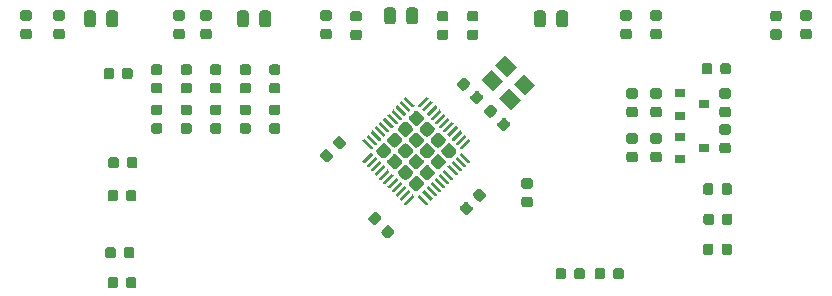
<source format=gbr>
G04 #@! TF.GenerationSoftware,KiCad,Pcbnew,5.1.5+dfsg1-2build2*
G04 #@! TF.CreationDate,2021-01-10T12:40:40-08:00*
G04 #@! TF.ProjectId,board,626f6172-642e-46b6-9963-61645f706362,rev?*
G04 #@! TF.SameCoordinates,Original*
G04 #@! TF.FileFunction,Paste,Top*
G04 #@! TF.FilePolarity,Positive*
%FSLAX46Y46*%
G04 Gerber Fmt 4.6, Leading zero omitted, Abs format (unit mm)*
G04 Created by KiCad (PCBNEW 5.1.5+dfsg1-2build2) date 2021-01-10 12:40:40*
%MOMM*%
%LPD*%
G04 APERTURE LIST*
%ADD10C,0.100000*%
%ADD11R,0.900000X0.800000*%
G04 APERTURE END LIST*
D10*
G36*
X160551691Y-68677053D02*
G01*
X160572926Y-68680203D01*
X160593750Y-68685419D01*
X160613962Y-68692651D01*
X160633368Y-68701830D01*
X160651781Y-68712866D01*
X160669024Y-68725654D01*
X160684930Y-68740070D01*
X160699346Y-68755976D01*
X160712134Y-68773219D01*
X160723170Y-68791632D01*
X160732349Y-68811038D01*
X160739581Y-68831250D01*
X160744797Y-68852074D01*
X160747947Y-68873309D01*
X160749000Y-68894750D01*
X160749000Y-69332250D01*
X160747947Y-69353691D01*
X160744797Y-69374926D01*
X160739581Y-69395750D01*
X160732349Y-69415962D01*
X160723170Y-69435368D01*
X160712134Y-69453781D01*
X160699346Y-69471024D01*
X160684930Y-69486930D01*
X160669024Y-69501346D01*
X160651781Y-69514134D01*
X160633368Y-69525170D01*
X160613962Y-69534349D01*
X160593750Y-69541581D01*
X160572926Y-69546797D01*
X160551691Y-69549947D01*
X160530250Y-69551000D01*
X160017750Y-69551000D01*
X159996309Y-69549947D01*
X159975074Y-69546797D01*
X159954250Y-69541581D01*
X159934038Y-69534349D01*
X159914632Y-69525170D01*
X159896219Y-69514134D01*
X159878976Y-69501346D01*
X159863070Y-69486930D01*
X159848654Y-69471024D01*
X159835866Y-69453781D01*
X159824830Y-69435368D01*
X159815651Y-69415962D01*
X159808419Y-69395750D01*
X159803203Y-69374926D01*
X159800053Y-69353691D01*
X159799000Y-69332250D01*
X159799000Y-68894750D01*
X159800053Y-68873309D01*
X159803203Y-68852074D01*
X159808419Y-68831250D01*
X159815651Y-68811038D01*
X159824830Y-68791632D01*
X159835866Y-68773219D01*
X159848654Y-68755976D01*
X159863070Y-68740070D01*
X159878976Y-68725654D01*
X159896219Y-68712866D01*
X159914632Y-68701830D01*
X159934038Y-68692651D01*
X159954250Y-68685419D01*
X159975074Y-68680203D01*
X159996309Y-68677053D01*
X160017750Y-68676000D01*
X160530250Y-68676000D01*
X160551691Y-68677053D01*
G37*
G36*
X160551691Y-67102053D02*
G01*
X160572926Y-67105203D01*
X160593750Y-67110419D01*
X160613962Y-67117651D01*
X160633368Y-67126830D01*
X160651781Y-67137866D01*
X160669024Y-67150654D01*
X160684930Y-67165070D01*
X160699346Y-67180976D01*
X160712134Y-67198219D01*
X160723170Y-67216632D01*
X160732349Y-67236038D01*
X160739581Y-67256250D01*
X160744797Y-67277074D01*
X160747947Y-67298309D01*
X160749000Y-67319750D01*
X160749000Y-67757250D01*
X160747947Y-67778691D01*
X160744797Y-67799926D01*
X160739581Y-67820750D01*
X160732349Y-67840962D01*
X160723170Y-67860368D01*
X160712134Y-67878781D01*
X160699346Y-67896024D01*
X160684930Y-67911930D01*
X160669024Y-67926346D01*
X160651781Y-67939134D01*
X160633368Y-67950170D01*
X160613962Y-67959349D01*
X160593750Y-67966581D01*
X160572926Y-67971797D01*
X160551691Y-67974947D01*
X160530250Y-67976000D01*
X160017750Y-67976000D01*
X159996309Y-67974947D01*
X159975074Y-67971797D01*
X159954250Y-67966581D01*
X159934038Y-67959349D01*
X159914632Y-67950170D01*
X159896219Y-67939134D01*
X159878976Y-67926346D01*
X159863070Y-67911930D01*
X159848654Y-67896024D01*
X159835866Y-67878781D01*
X159824830Y-67860368D01*
X159815651Y-67840962D01*
X159808419Y-67820750D01*
X159803203Y-67799926D01*
X159800053Y-67778691D01*
X159799000Y-67757250D01*
X159799000Y-67319750D01*
X159800053Y-67298309D01*
X159803203Y-67277074D01*
X159808419Y-67256250D01*
X159815651Y-67236038D01*
X159824830Y-67216632D01*
X159835866Y-67198219D01*
X159848654Y-67180976D01*
X159863070Y-67165070D01*
X159878976Y-67150654D01*
X159896219Y-67137866D01*
X159914632Y-67126830D01*
X159934038Y-67117651D01*
X159954250Y-67110419D01*
X159975074Y-67105203D01*
X159996309Y-67102053D01*
X160017750Y-67101000D01*
X160530250Y-67101000D01*
X160551691Y-67102053D01*
G37*
G36*
X150048097Y-63047488D02*
G01*
X149199569Y-63896016D01*
X148209619Y-62906066D01*
X149058147Y-62057538D01*
X150048097Y-63047488D01*
G37*
G36*
X148492462Y-61491853D02*
G01*
X147643934Y-62340381D01*
X146653984Y-61350431D01*
X147502512Y-60501903D01*
X148492462Y-61491853D01*
G37*
G36*
X147290381Y-62693934D02*
G01*
X146441853Y-63542462D01*
X145451903Y-62552512D01*
X146300431Y-61703984D01*
X147290381Y-62693934D01*
G37*
G36*
X148846016Y-64249569D02*
G01*
X147997488Y-65098097D01*
X147007538Y-64108147D01*
X147856066Y-63259619D01*
X148846016Y-64249569D01*
G37*
G36*
X145331771Y-71787580D02*
G01*
X145353006Y-71790730D01*
X145373830Y-71795946D01*
X145394042Y-71803178D01*
X145413448Y-71812357D01*
X145431861Y-71823393D01*
X145449104Y-71836181D01*
X145465010Y-71850597D01*
X145827403Y-72212990D01*
X145841819Y-72228896D01*
X145854607Y-72246139D01*
X145865643Y-72264552D01*
X145874822Y-72283958D01*
X145882054Y-72304170D01*
X145887270Y-72324994D01*
X145890420Y-72346229D01*
X145891473Y-72367670D01*
X145890420Y-72389111D01*
X145887270Y-72410346D01*
X145882054Y-72431170D01*
X145874822Y-72451382D01*
X145865643Y-72470788D01*
X145854607Y-72489201D01*
X145841819Y-72506444D01*
X145827403Y-72522350D01*
X145518044Y-72831709D01*
X145502138Y-72846125D01*
X145484895Y-72858913D01*
X145466482Y-72869949D01*
X145447076Y-72879128D01*
X145426864Y-72886360D01*
X145406040Y-72891576D01*
X145384805Y-72894726D01*
X145363364Y-72895779D01*
X145341923Y-72894726D01*
X145320688Y-72891576D01*
X145299864Y-72886360D01*
X145279652Y-72879128D01*
X145260246Y-72869949D01*
X145241833Y-72858913D01*
X145224590Y-72846125D01*
X145208684Y-72831709D01*
X144846291Y-72469316D01*
X144831875Y-72453410D01*
X144819087Y-72436167D01*
X144808051Y-72417754D01*
X144798872Y-72398348D01*
X144791640Y-72378136D01*
X144786424Y-72357312D01*
X144783274Y-72336077D01*
X144782221Y-72314636D01*
X144783274Y-72293195D01*
X144786424Y-72271960D01*
X144791640Y-72251136D01*
X144798872Y-72230924D01*
X144808051Y-72211518D01*
X144819087Y-72193105D01*
X144831875Y-72175862D01*
X144846291Y-72159956D01*
X145155650Y-71850597D01*
X145171556Y-71836181D01*
X145188799Y-71823393D01*
X145207212Y-71812357D01*
X145226618Y-71803178D01*
X145246830Y-71795946D01*
X145267654Y-71790730D01*
X145288889Y-71787580D01*
X145310330Y-71786527D01*
X145331771Y-71787580D01*
G37*
G36*
X144218077Y-72901274D02*
G01*
X144239312Y-72904424D01*
X144260136Y-72909640D01*
X144280348Y-72916872D01*
X144299754Y-72926051D01*
X144318167Y-72937087D01*
X144335410Y-72949875D01*
X144351316Y-72964291D01*
X144713709Y-73326684D01*
X144728125Y-73342590D01*
X144740913Y-73359833D01*
X144751949Y-73378246D01*
X144761128Y-73397652D01*
X144768360Y-73417864D01*
X144773576Y-73438688D01*
X144776726Y-73459923D01*
X144777779Y-73481364D01*
X144776726Y-73502805D01*
X144773576Y-73524040D01*
X144768360Y-73544864D01*
X144761128Y-73565076D01*
X144751949Y-73584482D01*
X144740913Y-73602895D01*
X144728125Y-73620138D01*
X144713709Y-73636044D01*
X144404350Y-73945403D01*
X144388444Y-73959819D01*
X144371201Y-73972607D01*
X144352788Y-73983643D01*
X144333382Y-73992822D01*
X144313170Y-74000054D01*
X144292346Y-74005270D01*
X144271111Y-74008420D01*
X144249670Y-74009473D01*
X144228229Y-74008420D01*
X144206994Y-74005270D01*
X144186170Y-74000054D01*
X144165958Y-73992822D01*
X144146552Y-73983643D01*
X144128139Y-73972607D01*
X144110896Y-73959819D01*
X144094990Y-73945403D01*
X143732597Y-73583010D01*
X143718181Y-73567104D01*
X143705393Y-73549861D01*
X143694357Y-73531448D01*
X143685178Y-73512042D01*
X143677946Y-73491830D01*
X143672730Y-73471006D01*
X143669580Y-73449771D01*
X143668527Y-73428330D01*
X143669580Y-73406889D01*
X143672730Y-73385654D01*
X143677946Y-73364830D01*
X143685178Y-73344618D01*
X143694357Y-73325212D01*
X143705393Y-73306799D01*
X143718181Y-73289556D01*
X143732597Y-73273650D01*
X144041956Y-72964291D01*
X144057862Y-72949875D01*
X144075105Y-72937087D01*
X144093518Y-72926051D01*
X144112924Y-72916872D01*
X144133136Y-72909640D01*
X144153960Y-72904424D01*
X144175195Y-72901274D01*
X144196636Y-72900221D01*
X144218077Y-72901274D01*
G37*
G36*
X132356277Y-68456274D02*
G01*
X132377512Y-68459424D01*
X132398336Y-68464640D01*
X132418548Y-68471872D01*
X132437954Y-68481051D01*
X132456367Y-68492087D01*
X132473610Y-68504875D01*
X132489516Y-68519291D01*
X132851909Y-68881684D01*
X132866325Y-68897590D01*
X132879113Y-68914833D01*
X132890149Y-68933246D01*
X132899328Y-68952652D01*
X132906560Y-68972864D01*
X132911776Y-68993688D01*
X132914926Y-69014923D01*
X132915979Y-69036364D01*
X132914926Y-69057805D01*
X132911776Y-69079040D01*
X132906560Y-69099864D01*
X132899328Y-69120076D01*
X132890149Y-69139482D01*
X132879113Y-69157895D01*
X132866325Y-69175138D01*
X132851909Y-69191044D01*
X132542550Y-69500403D01*
X132526644Y-69514819D01*
X132509401Y-69527607D01*
X132490988Y-69538643D01*
X132471582Y-69547822D01*
X132451370Y-69555054D01*
X132430546Y-69560270D01*
X132409311Y-69563420D01*
X132387870Y-69564473D01*
X132366429Y-69563420D01*
X132345194Y-69560270D01*
X132324370Y-69555054D01*
X132304158Y-69547822D01*
X132284752Y-69538643D01*
X132266339Y-69527607D01*
X132249096Y-69514819D01*
X132233190Y-69500403D01*
X131870797Y-69138010D01*
X131856381Y-69122104D01*
X131843593Y-69104861D01*
X131832557Y-69086448D01*
X131823378Y-69067042D01*
X131816146Y-69046830D01*
X131810930Y-69026006D01*
X131807780Y-69004771D01*
X131806727Y-68983330D01*
X131807780Y-68961889D01*
X131810930Y-68940654D01*
X131816146Y-68919830D01*
X131823378Y-68899618D01*
X131832557Y-68880212D01*
X131843593Y-68861799D01*
X131856381Y-68844556D01*
X131870797Y-68828650D01*
X132180156Y-68519291D01*
X132196062Y-68504875D01*
X132213305Y-68492087D01*
X132231718Y-68481051D01*
X132251124Y-68471872D01*
X132271336Y-68464640D01*
X132292160Y-68459424D01*
X132313395Y-68456274D01*
X132334836Y-68455221D01*
X132356277Y-68456274D01*
G37*
G36*
X133469971Y-67342580D02*
G01*
X133491206Y-67345730D01*
X133512030Y-67350946D01*
X133532242Y-67358178D01*
X133551648Y-67367357D01*
X133570061Y-67378393D01*
X133587304Y-67391181D01*
X133603210Y-67405597D01*
X133965603Y-67767990D01*
X133980019Y-67783896D01*
X133992807Y-67801139D01*
X134003843Y-67819552D01*
X134013022Y-67838958D01*
X134020254Y-67859170D01*
X134025470Y-67879994D01*
X134028620Y-67901229D01*
X134029673Y-67922670D01*
X134028620Y-67944111D01*
X134025470Y-67965346D01*
X134020254Y-67986170D01*
X134013022Y-68006382D01*
X134003843Y-68025788D01*
X133992807Y-68044201D01*
X133980019Y-68061444D01*
X133965603Y-68077350D01*
X133656244Y-68386709D01*
X133640338Y-68401125D01*
X133623095Y-68413913D01*
X133604682Y-68424949D01*
X133585276Y-68434128D01*
X133565064Y-68441360D01*
X133544240Y-68446576D01*
X133523005Y-68449726D01*
X133501564Y-68450779D01*
X133480123Y-68449726D01*
X133458888Y-68446576D01*
X133438064Y-68441360D01*
X133417852Y-68434128D01*
X133398446Y-68424949D01*
X133380033Y-68413913D01*
X133362790Y-68401125D01*
X133346884Y-68386709D01*
X132984491Y-68024316D01*
X132970075Y-68008410D01*
X132957287Y-67991167D01*
X132946251Y-67972754D01*
X132937072Y-67953348D01*
X132929840Y-67933136D01*
X132924624Y-67912312D01*
X132921474Y-67891077D01*
X132920421Y-67869636D01*
X132921474Y-67848195D01*
X132924624Y-67826960D01*
X132929840Y-67806136D01*
X132937072Y-67785924D01*
X132946251Y-67766518D01*
X132957287Y-67748105D01*
X132970075Y-67730862D01*
X132984491Y-67714956D01*
X133293850Y-67405597D01*
X133309756Y-67391181D01*
X133326999Y-67378393D01*
X133345412Y-67367357D01*
X133364818Y-67358178D01*
X133385030Y-67350946D01*
X133405854Y-67345730D01*
X133427089Y-67342580D01*
X133448530Y-67341527D01*
X133469971Y-67342580D01*
G37*
G36*
X140003904Y-70712711D02*
G01*
X140028172Y-70716311D01*
X140051971Y-70722272D01*
X140075070Y-70730537D01*
X140097249Y-70741027D01*
X140118292Y-70753639D01*
X140137998Y-70768254D01*
X140156176Y-70784730D01*
X140545086Y-71173640D01*
X140561562Y-71191818D01*
X140576177Y-71211524D01*
X140588789Y-71232567D01*
X140599279Y-71254746D01*
X140607544Y-71277845D01*
X140613505Y-71301644D01*
X140617105Y-71325912D01*
X140618309Y-71350416D01*
X140617105Y-71374920D01*
X140613505Y-71399188D01*
X140607544Y-71422987D01*
X140599279Y-71446086D01*
X140588789Y-71468265D01*
X140576177Y-71489308D01*
X140561562Y-71509014D01*
X140545086Y-71527192D01*
X140156176Y-71916102D01*
X140137998Y-71932578D01*
X140118292Y-71947193D01*
X140097249Y-71959805D01*
X140075070Y-71970295D01*
X140051971Y-71978560D01*
X140028172Y-71984521D01*
X140003904Y-71988121D01*
X139979400Y-71989325D01*
X139954896Y-71988121D01*
X139930628Y-71984521D01*
X139906829Y-71978560D01*
X139883730Y-71970295D01*
X139861551Y-71959805D01*
X139840508Y-71947193D01*
X139820802Y-71932578D01*
X139802624Y-71916102D01*
X139413714Y-71527192D01*
X139397238Y-71509014D01*
X139382623Y-71489308D01*
X139370011Y-71468265D01*
X139359521Y-71446086D01*
X139351256Y-71422987D01*
X139345295Y-71399188D01*
X139341695Y-71374920D01*
X139340491Y-71350416D01*
X139341695Y-71325912D01*
X139345295Y-71301644D01*
X139351256Y-71277845D01*
X139359521Y-71254746D01*
X139370011Y-71232567D01*
X139382623Y-71211524D01*
X139397238Y-71191818D01*
X139413714Y-71173640D01*
X139802624Y-70784730D01*
X139820802Y-70768254D01*
X139840508Y-70753639D01*
X139861551Y-70741027D01*
X139883730Y-70730537D01*
X139906829Y-70722272D01*
X139930628Y-70716311D01*
X139954896Y-70712711D01*
X139979400Y-70711507D01*
X140003904Y-70712711D01*
G37*
G36*
X140923143Y-69793473D02*
G01*
X140947411Y-69797073D01*
X140971210Y-69803034D01*
X140994309Y-69811299D01*
X141016488Y-69821789D01*
X141037531Y-69834401D01*
X141057237Y-69849016D01*
X141075415Y-69865492D01*
X141464325Y-70254402D01*
X141480801Y-70272580D01*
X141495416Y-70292286D01*
X141508028Y-70313329D01*
X141518518Y-70335508D01*
X141526783Y-70358607D01*
X141532744Y-70382406D01*
X141536344Y-70406674D01*
X141537548Y-70431178D01*
X141536344Y-70455682D01*
X141532744Y-70479950D01*
X141526783Y-70503749D01*
X141518518Y-70526848D01*
X141508028Y-70549027D01*
X141495416Y-70570070D01*
X141480801Y-70589776D01*
X141464325Y-70607954D01*
X141075415Y-70996864D01*
X141057237Y-71013340D01*
X141037531Y-71027955D01*
X141016488Y-71040567D01*
X140994309Y-71051057D01*
X140971210Y-71059322D01*
X140947411Y-71065283D01*
X140923143Y-71068883D01*
X140898639Y-71070087D01*
X140874135Y-71068883D01*
X140849867Y-71065283D01*
X140826068Y-71059322D01*
X140802969Y-71051057D01*
X140780790Y-71040567D01*
X140759747Y-71027955D01*
X140740041Y-71013340D01*
X140721863Y-70996864D01*
X140332953Y-70607954D01*
X140316477Y-70589776D01*
X140301862Y-70570070D01*
X140289250Y-70549027D01*
X140278760Y-70526848D01*
X140270495Y-70503749D01*
X140264534Y-70479950D01*
X140260934Y-70455682D01*
X140259730Y-70431178D01*
X140260934Y-70406674D01*
X140264534Y-70382406D01*
X140270495Y-70358607D01*
X140278760Y-70335508D01*
X140289250Y-70313329D01*
X140301862Y-70292286D01*
X140316477Y-70272580D01*
X140332953Y-70254402D01*
X140721863Y-69865492D01*
X140740041Y-69849016D01*
X140759747Y-69834401D01*
X140780790Y-69821789D01*
X140802969Y-69811299D01*
X140826068Y-69803034D01*
X140849867Y-69797073D01*
X140874135Y-69793473D01*
X140898639Y-69792269D01*
X140923143Y-69793473D01*
G37*
G36*
X141842382Y-68874234D02*
G01*
X141866650Y-68877834D01*
X141890449Y-68883795D01*
X141913548Y-68892060D01*
X141935727Y-68902550D01*
X141956770Y-68915162D01*
X141976476Y-68929777D01*
X141994654Y-68946253D01*
X142383564Y-69335163D01*
X142400040Y-69353341D01*
X142414655Y-69373047D01*
X142427267Y-69394090D01*
X142437757Y-69416269D01*
X142446022Y-69439368D01*
X142451983Y-69463167D01*
X142455583Y-69487435D01*
X142456787Y-69511939D01*
X142455583Y-69536443D01*
X142451983Y-69560711D01*
X142446022Y-69584510D01*
X142437757Y-69607609D01*
X142427267Y-69629788D01*
X142414655Y-69650831D01*
X142400040Y-69670537D01*
X142383564Y-69688715D01*
X141994654Y-70077625D01*
X141976476Y-70094101D01*
X141956770Y-70108716D01*
X141935727Y-70121328D01*
X141913548Y-70131818D01*
X141890449Y-70140083D01*
X141866650Y-70146044D01*
X141842382Y-70149644D01*
X141817878Y-70150848D01*
X141793374Y-70149644D01*
X141769106Y-70146044D01*
X141745307Y-70140083D01*
X141722208Y-70131818D01*
X141700029Y-70121328D01*
X141678986Y-70108716D01*
X141659280Y-70094101D01*
X141641102Y-70077625D01*
X141252192Y-69688715D01*
X141235716Y-69670537D01*
X141221101Y-69650831D01*
X141208489Y-69629788D01*
X141197999Y-69607609D01*
X141189734Y-69584510D01*
X141183773Y-69560711D01*
X141180173Y-69536443D01*
X141178969Y-69511939D01*
X141180173Y-69487435D01*
X141183773Y-69463167D01*
X141189734Y-69439368D01*
X141197999Y-69416269D01*
X141208489Y-69394090D01*
X141221101Y-69373047D01*
X141235716Y-69353341D01*
X141252192Y-69335163D01*
X141641102Y-68946253D01*
X141659280Y-68929777D01*
X141678986Y-68915162D01*
X141700029Y-68902550D01*
X141722208Y-68892060D01*
X141745307Y-68883795D01*
X141769106Y-68877834D01*
X141793374Y-68874234D01*
X141817878Y-68873030D01*
X141842382Y-68874234D01*
G37*
G36*
X142761620Y-67954995D02*
G01*
X142785888Y-67958595D01*
X142809687Y-67964556D01*
X142832786Y-67972821D01*
X142854965Y-67983311D01*
X142876008Y-67995923D01*
X142895714Y-68010538D01*
X142913892Y-68027014D01*
X143302802Y-68415924D01*
X143319278Y-68434102D01*
X143333893Y-68453808D01*
X143346505Y-68474851D01*
X143356995Y-68497030D01*
X143365260Y-68520129D01*
X143371221Y-68543928D01*
X143374821Y-68568196D01*
X143376025Y-68592700D01*
X143374821Y-68617204D01*
X143371221Y-68641472D01*
X143365260Y-68665271D01*
X143356995Y-68688370D01*
X143346505Y-68710549D01*
X143333893Y-68731592D01*
X143319278Y-68751298D01*
X143302802Y-68769476D01*
X142913892Y-69158386D01*
X142895714Y-69174862D01*
X142876008Y-69189477D01*
X142854965Y-69202089D01*
X142832786Y-69212579D01*
X142809687Y-69220844D01*
X142785888Y-69226805D01*
X142761620Y-69230405D01*
X142737116Y-69231609D01*
X142712612Y-69230405D01*
X142688344Y-69226805D01*
X142664545Y-69220844D01*
X142641446Y-69212579D01*
X142619267Y-69202089D01*
X142598224Y-69189477D01*
X142578518Y-69174862D01*
X142560340Y-69158386D01*
X142171430Y-68769476D01*
X142154954Y-68751298D01*
X142140339Y-68731592D01*
X142127727Y-68710549D01*
X142117237Y-68688370D01*
X142108972Y-68665271D01*
X142103011Y-68641472D01*
X142099411Y-68617204D01*
X142098207Y-68592700D01*
X142099411Y-68568196D01*
X142103011Y-68543928D01*
X142108972Y-68520129D01*
X142117237Y-68497030D01*
X142127727Y-68474851D01*
X142140339Y-68453808D01*
X142154954Y-68434102D01*
X142171430Y-68415924D01*
X142560340Y-68027014D01*
X142578518Y-68010538D01*
X142598224Y-67995923D01*
X142619267Y-67983311D01*
X142641446Y-67972821D01*
X142664545Y-67964556D01*
X142688344Y-67958595D01*
X142712612Y-67954995D01*
X142737116Y-67953791D01*
X142761620Y-67954995D01*
G37*
G36*
X139084665Y-69793473D02*
G01*
X139108933Y-69797073D01*
X139132732Y-69803034D01*
X139155831Y-69811299D01*
X139178010Y-69821789D01*
X139199053Y-69834401D01*
X139218759Y-69849016D01*
X139236937Y-69865492D01*
X139625847Y-70254402D01*
X139642323Y-70272580D01*
X139656938Y-70292286D01*
X139669550Y-70313329D01*
X139680040Y-70335508D01*
X139688305Y-70358607D01*
X139694266Y-70382406D01*
X139697866Y-70406674D01*
X139699070Y-70431178D01*
X139697866Y-70455682D01*
X139694266Y-70479950D01*
X139688305Y-70503749D01*
X139680040Y-70526848D01*
X139669550Y-70549027D01*
X139656938Y-70570070D01*
X139642323Y-70589776D01*
X139625847Y-70607954D01*
X139236937Y-70996864D01*
X139218759Y-71013340D01*
X139199053Y-71027955D01*
X139178010Y-71040567D01*
X139155831Y-71051057D01*
X139132732Y-71059322D01*
X139108933Y-71065283D01*
X139084665Y-71068883D01*
X139060161Y-71070087D01*
X139035657Y-71068883D01*
X139011389Y-71065283D01*
X138987590Y-71059322D01*
X138964491Y-71051057D01*
X138942312Y-71040567D01*
X138921269Y-71027955D01*
X138901563Y-71013340D01*
X138883385Y-70996864D01*
X138494475Y-70607954D01*
X138477999Y-70589776D01*
X138463384Y-70570070D01*
X138450772Y-70549027D01*
X138440282Y-70526848D01*
X138432017Y-70503749D01*
X138426056Y-70479950D01*
X138422456Y-70455682D01*
X138421252Y-70431178D01*
X138422456Y-70406674D01*
X138426056Y-70382406D01*
X138432017Y-70358607D01*
X138440282Y-70335508D01*
X138450772Y-70313329D01*
X138463384Y-70292286D01*
X138477999Y-70272580D01*
X138494475Y-70254402D01*
X138883385Y-69865492D01*
X138901563Y-69849016D01*
X138921269Y-69834401D01*
X138942312Y-69821789D01*
X138964491Y-69811299D01*
X138987590Y-69803034D01*
X139011389Y-69797073D01*
X139035657Y-69793473D01*
X139060161Y-69792269D01*
X139084665Y-69793473D01*
G37*
G36*
X140003904Y-68874234D02*
G01*
X140028172Y-68877834D01*
X140051971Y-68883795D01*
X140075070Y-68892060D01*
X140097249Y-68902550D01*
X140118292Y-68915162D01*
X140137998Y-68929777D01*
X140156176Y-68946253D01*
X140545086Y-69335163D01*
X140561562Y-69353341D01*
X140576177Y-69373047D01*
X140588789Y-69394090D01*
X140599279Y-69416269D01*
X140607544Y-69439368D01*
X140613505Y-69463167D01*
X140617105Y-69487435D01*
X140618309Y-69511939D01*
X140617105Y-69536443D01*
X140613505Y-69560711D01*
X140607544Y-69584510D01*
X140599279Y-69607609D01*
X140588789Y-69629788D01*
X140576177Y-69650831D01*
X140561562Y-69670537D01*
X140545086Y-69688715D01*
X140156176Y-70077625D01*
X140137998Y-70094101D01*
X140118292Y-70108716D01*
X140097249Y-70121328D01*
X140075070Y-70131818D01*
X140051971Y-70140083D01*
X140028172Y-70146044D01*
X140003904Y-70149644D01*
X139979400Y-70150848D01*
X139954896Y-70149644D01*
X139930628Y-70146044D01*
X139906829Y-70140083D01*
X139883730Y-70131818D01*
X139861551Y-70121328D01*
X139840508Y-70108716D01*
X139820802Y-70094101D01*
X139802624Y-70077625D01*
X139413714Y-69688715D01*
X139397238Y-69670537D01*
X139382623Y-69650831D01*
X139370011Y-69629788D01*
X139359521Y-69607609D01*
X139351256Y-69584510D01*
X139345295Y-69560711D01*
X139341695Y-69536443D01*
X139340491Y-69511939D01*
X139341695Y-69487435D01*
X139345295Y-69463167D01*
X139351256Y-69439368D01*
X139359521Y-69416269D01*
X139370011Y-69394090D01*
X139382623Y-69373047D01*
X139397238Y-69353341D01*
X139413714Y-69335163D01*
X139802624Y-68946253D01*
X139820802Y-68929777D01*
X139840508Y-68915162D01*
X139861551Y-68902550D01*
X139883730Y-68892060D01*
X139906829Y-68883795D01*
X139930628Y-68877834D01*
X139954896Y-68874234D01*
X139979400Y-68873030D01*
X140003904Y-68874234D01*
G37*
G36*
X140923143Y-67954995D02*
G01*
X140947411Y-67958595D01*
X140971210Y-67964556D01*
X140994309Y-67972821D01*
X141016488Y-67983311D01*
X141037531Y-67995923D01*
X141057237Y-68010538D01*
X141075415Y-68027014D01*
X141464325Y-68415924D01*
X141480801Y-68434102D01*
X141495416Y-68453808D01*
X141508028Y-68474851D01*
X141518518Y-68497030D01*
X141526783Y-68520129D01*
X141532744Y-68543928D01*
X141536344Y-68568196D01*
X141537548Y-68592700D01*
X141536344Y-68617204D01*
X141532744Y-68641472D01*
X141526783Y-68665271D01*
X141518518Y-68688370D01*
X141508028Y-68710549D01*
X141495416Y-68731592D01*
X141480801Y-68751298D01*
X141464325Y-68769476D01*
X141075415Y-69158386D01*
X141057237Y-69174862D01*
X141037531Y-69189477D01*
X141016488Y-69202089D01*
X140994309Y-69212579D01*
X140971210Y-69220844D01*
X140947411Y-69226805D01*
X140923143Y-69230405D01*
X140898639Y-69231609D01*
X140874135Y-69230405D01*
X140849867Y-69226805D01*
X140826068Y-69220844D01*
X140802969Y-69212579D01*
X140780790Y-69202089D01*
X140759747Y-69189477D01*
X140740041Y-69174862D01*
X140721863Y-69158386D01*
X140332953Y-68769476D01*
X140316477Y-68751298D01*
X140301862Y-68731592D01*
X140289250Y-68710549D01*
X140278760Y-68688370D01*
X140270495Y-68665271D01*
X140264534Y-68641472D01*
X140260934Y-68617204D01*
X140259730Y-68592700D01*
X140260934Y-68568196D01*
X140264534Y-68543928D01*
X140270495Y-68520129D01*
X140278760Y-68497030D01*
X140289250Y-68474851D01*
X140301862Y-68453808D01*
X140316477Y-68434102D01*
X140332953Y-68415924D01*
X140721863Y-68027014D01*
X140740041Y-68010538D01*
X140759747Y-67995923D01*
X140780790Y-67983311D01*
X140802969Y-67972821D01*
X140826068Y-67964556D01*
X140849867Y-67958595D01*
X140874135Y-67954995D01*
X140898639Y-67953791D01*
X140923143Y-67954995D01*
G37*
G36*
X141842382Y-67035756D02*
G01*
X141866650Y-67039356D01*
X141890449Y-67045317D01*
X141913548Y-67053582D01*
X141935727Y-67064072D01*
X141956770Y-67076684D01*
X141976476Y-67091299D01*
X141994654Y-67107775D01*
X142383564Y-67496685D01*
X142400040Y-67514863D01*
X142414655Y-67534569D01*
X142427267Y-67555612D01*
X142437757Y-67577791D01*
X142446022Y-67600890D01*
X142451983Y-67624689D01*
X142455583Y-67648957D01*
X142456787Y-67673461D01*
X142455583Y-67697965D01*
X142451983Y-67722233D01*
X142446022Y-67746032D01*
X142437757Y-67769131D01*
X142427267Y-67791310D01*
X142414655Y-67812353D01*
X142400040Y-67832059D01*
X142383564Y-67850237D01*
X141994654Y-68239147D01*
X141976476Y-68255623D01*
X141956770Y-68270238D01*
X141935727Y-68282850D01*
X141913548Y-68293340D01*
X141890449Y-68301605D01*
X141866650Y-68307566D01*
X141842382Y-68311166D01*
X141817878Y-68312370D01*
X141793374Y-68311166D01*
X141769106Y-68307566D01*
X141745307Y-68301605D01*
X141722208Y-68293340D01*
X141700029Y-68282850D01*
X141678986Y-68270238D01*
X141659280Y-68255623D01*
X141641102Y-68239147D01*
X141252192Y-67850237D01*
X141235716Y-67832059D01*
X141221101Y-67812353D01*
X141208489Y-67791310D01*
X141197999Y-67769131D01*
X141189734Y-67746032D01*
X141183773Y-67722233D01*
X141180173Y-67697965D01*
X141178969Y-67673461D01*
X141180173Y-67648957D01*
X141183773Y-67624689D01*
X141189734Y-67600890D01*
X141197999Y-67577791D01*
X141208489Y-67555612D01*
X141221101Y-67534569D01*
X141235716Y-67514863D01*
X141252192Y-67496685D01*
X141641102Y-67107775D01*
X141659280Y-67091299D01*
X141678986Y-67076684D01*
X141700029Y-67064072D01*
X141722208Y-67053582D01*
X141745307Y-67045317D01*
X141769106Y-67039356D01*
X141793374Y-67035756D01*
X141817878Y-67034552D01*
X141842382Y-67035756D01*
G37*
G36*
X138165426Y-68874234D02*
G01*
X138189694Y-68877834D01*
X138213493Y-68883795D01*
X138236592Y-68892060D01*
X138258771Y-68902550D01*
X138279814Y-68915162D01*
X138299520Y-68929777D01*
X138317698Y-68946253D01*
X138706608Y-69335163D01*
X138723084Y-69353341D01*
X138737699Y-69373047D01*
X138750311Y-69394090D01*
X138760801Y-69416269D01*
X138769066Y-69439368D01*
X138775027Y-69463167D01*
X138778627Y-69487435D01*
X138779831Y-69511939D01*
X138778627Y-69536443D01*
X138775027Y-69560711D01*
X138769066Y-69584510D01*
X138760801Y-69607609D01*
X138750311Y-69629788D01*
X138737699Y-69650831D01*
X138723084Y-69670537D01*
X138706608Y-69688715D01*
X138317698Y-70077625D01*
X138299520Y-70094101D01*
X138279814Y-70108716D01*
X138258771Y-70121328D01*
X138236592Y-70131818D01*
X138213493Y-70140083D01*
X138189694Y-70146044D01*
X138165426Y-70149644D01*
X138140922Y-70150848D01*
X138116418Y-70149644D01*
X138092150Y-70146044D01*
X138068351Y-70140083D01*
X138045252Y-70131818D01*
X138023073Y-70121328D01*
X138002030Y-70108716D01*
X137982324Y-70094101D01*
X137964146Y-70077625D01*
X137575236Y-69688715D01*
X137558760Y-69670537D01*
X137544145Y-69650831D01*
X137531533Y-69629788D01*
X137521043Y-69607609D01*
X137512778Y-69584510D01*
X137506817Y-69560711D01*
X137503217Y-69536443D01*
X137502013Y-69511939D01*
X137503217Y-69487435D01*
X137506817Y-69463167D01*
X137512778Y-69439368D01*
X137521043Y-69416269D01*
X137531533Y-69394090D01*
X137544145Y-69373047D01*
X137558760Y-69353341D01*
X137575236Y-69335163D01*
X137964146Y-68946253D01*
X137982324Y-68929777D01*
X138002030Y-68915162D01*
X138023073Y-68902550D01*
X138045252Y-68892060D01*
X138068351Y-68883795D01*
X138092150Y-68877834D01*
X138116418Y-68874234D01*
X138140922Y-68873030D01*
X138165426Y-68874234D01*
G37*
G36*
X139084665Y-67954995D02*
G01*
X139108933Y-67958595D01*
X139132732Y-67964556D01*
X139155831Y-67972821D01*
X139178010Y-67983311D01*
X139199053Y-67995923D01*
X139218759Y-68010538D01*
X139236937Y-68027014D01*
X139625847Y-68415924D01*
X139642323Y-68434102D01*
X139656938Y-68453808D01*
X139669550Y-68474851D01*
X139680040Y-68497030D01*
X139688305Y-68520129D01*
X139694266Y-68543928D01*
X139697866Y-68568196D01*
X139699070Y-68592700D01*
X139697866Y-68617204D01*
X139694266Y-68641472D01*
X139688305Y-68665271D01*
X139680040Y-68688370D01*
X139669550Y-68710549D01*
X139656938Y-68731592D01*
X139642323Y-68751298D01*
X139625847Y-68769476D01*
X139236937Y-69158386D01*
X139218759Y-69174862D01*
X139199053Y-69189477D01*
X139178010Y-69202089D01*
X139155831Y-69212579D01*
X139132732Y-69220844D01*
X139108933Y-69226805D01*
X139084665Y-69230405D01*
X139060161Y-69231609D01*
X139035657Y-69230405D01*
X139011389Y-69226805D01*
X138987590Y-69220844D01*
X138964491Y-69212579D01*
X138942312Y-69202089D01*
X138921269Y-69189477D01*
X138901563Y-69174862D01*
X138883385Y-69158386D01*
X138494475Y-68769476D01*
X138477999Y-68751298D01*
X138463384Y-68731592D01*
X138450772Y-68710549D01*
X138440282Y-68688370D01*
X138432017Y-68665271D01*
X138426056Y-68641472D01*
X138422456Y-68617204D01*
X138421252Y-68592700D01*
X138422456Y-68568196D01*
X138426056Y-68543928D01*
X138432017Y-68520129D01*
X138440282Y-68497030D01*
X138450772Y-68474851D01*
X138463384Y-68453808D01*
X138477999Y-68434102D01*
X138494475Y-68415924D01*
X138883385Y-68027014D01*
X138901563Y-68010538D01*
X138921269Y-67995923D01*
X138942312Y-67983311D01*
X138964491Y-67972821D01*
X138987590Y-67964556D01*
X139011389Y-67958595D01*
X139035657Y-67954995D01*
X139060161Y-67953791D01*
X139084665Y-67954995D01*
G37*
G36*
X140003904Y-67035756D02*
G01*
X140028172Y-67039356D01*
X140051971Y-67045317D01*
X140075070Y-67053582D01*
X140097249Y-67064072D01*
X140118292Y-67076684D01*
X140137998Y-67091299D01*
X140156176Y-67107775D01*
X140545086Y-67496685D01*
X140561562Y-67514863D01*
X140576177Y-67534569D01*
X140588789Y-67555612D01*
X140599279Y-67577791D01*
X140607544Y-67600890D01*
X140613505Y-67624689D01*
X140617105Y-67648957D01*
X140618309Y-67673461D01*
X140617105Y-67697965D01*
X140613505Y-67722233D01*
X140607544Y-67746032D01*
X140599279Y-67769131D01*
X140588789Y-67791310D01*
X140576177Y-67812353D01*
X140561562Y-67832059D01*
X140545086Y-67850237D01*
X140156176Y-68239147D01*
X140137998Y-68255623D01*
X140118292Y-68270238D01*
X140097249Y-68282850D01*
X140075070Y-68293340D01*
X140051971Y-68301605D01*
X140028172Y-68307566D01*
X140003904Y-68311166D01*
X139979400Y-68312370D01*
X139954896Y-68311166D01*
X139930628Y-68307566D01*
X139906829Y-68301605D01*
X139883730Y-68293340D01*
X139861551Y-68282850D01*
X139840508Y-68270238D01*
X139820802Y-68255623D01*
X139802624Y-68239147D01*
X139413714Y-67850237D01*
X139397238Y-67832059D01*
X139382623Y-67812353D01*
X139370011Y-67791310D01*
X139359521Y-67769131D01*
X139351256Y-67746032D01*
X139345295Y-67722233D01*
X139341695Y-67697965D01*
X139340491Y-67673461D01*
X139341695Y-67648957D01*
X139345295Y-67624689D01*
X139351256Y-67600890D01*
X139359521Y-67577791D01*
X139370011Y-67555612D01*
X139382623Y-67534569D01*
X139397238Y-67514863D01*
X139413714Y-67496685D01*
X139802624Y-67107775D01*
X139820802Y-67091299D01*
X139840508Y-67076684D01*
X139861551Y-67064072D01*
X139883730Y-67053582D01*
X139906829Y-67045317D01*
X139930628Y-67039356D01*
X139954896Y-67035756D01*
X139979400Y-67034552D01*
X140003904Y-67035756D01*
G37*
G36*
X140923143Y-66116517D02*
G01*
X140947411Y-66120117D01*
X140971210Y-66126078D01*
X140994309Y-66134343D01*
X141016488Y-66144833D01*
X141037531Y-66157445D01*
X141057237Y-66172060D01*
X141075415Y-66188536D01*
X141464325Y-66577446D01*
X141480801Y-66595624D01*
X141495416Y-66615330D01*
X141508028Y-66636373D01*
X141518518Y-66658552D01*
X141526783Y-66681651D01*
X141532744Y-66705450D01*
X141536344Y-66729718D01*
X141537548Y-66754222D01*
X141536344Y-66778726D01*
X141532744Y-66802994D01*
X141526783Y-66826793D01*
X141518518Y-66849892D01*
X141508028Y-66872071D01*
X141495416Y-66893114D01*
X141480801Y-66912820D01*
X141464325Y-66930998D01*
X141075415Y-67319908D01*
X141057237Y-67336384D01*
X141037531Y-67350999D01*
X141016488Y-67363611D01*
X140994309Y-67374101D01*
X140971210Y-67382366D01*
X140947411Y-67388327D01*
X140923143Y-67391927D01*
X140898639Y-67393131D01*
X140874135Y-67391927D01*
X140849867Y-67388327D01*
X140826068Y-67382366D01*
X140802969Y-67374101D01*
X140780790Y-67363611D01*
X140759747Y-67350999D01*
X140740041Y-67336384D01*
X140721863Y-67319908D01*
X140332953Y-66930998D01*
X140316477Y-66912820D01*
X140301862Y-66893114D01*
X140289250Y-66872071D01*
X140278760Y-66849892D01*
X140270495Y-66826793D01*
X140264534Y-66802994D01*
X140260934Y-66778726D01*
X140259730Y-66754222D01*
X140260934Y-66729718D01*
X140264534Y-66705450D01*
X140270495Y-66681651D01*
X140278760Y-66658552D01*
X140289250Y-66636373D01*
X140301862Y-66615330D01*
X140316477Y-66595624D01*
X140332953Y-66577446D01*
X140721863Y-66188536D01*
X140740041Y-66172060D01*
X140759747Y-66157445D01*
X140780790Y-66144833D01*
X140802969Y-66134343D01*
X140826068Y-66126078D01*
X140849867Y-66120117D01*
X140874135Y-66116517D01*
X140898639Y-66115313D01*
X140923143Y-66116517D01*
G37*
G36*
X137246188Y-67954995D02*
G01*
X137270456Y-67958595D01*
X137294255Y-67964556D01*
X137317354Y-67972821D01*
X137339533Y-67983311D01*
X137360576Y-67995923D01*
X137380282Y-68010538D01*
X137398460Y-68027014D01*
X137787370Y-68415924D01*
X137803846Y-68434102D01*
X137818461Y-68453808D01*
X137831073Y-68474851D01*
X137841563Y-68497030D01*
X137849828Y-68520129D01*
X137855789Y-68543928D01*
X137859389Y-68568196D01*
X137860593Y-68592700D01*
X137859389Y-68617204D01*
X137855789Y-68641472D01*
X137849828Y-68665271D01*
X137841563Y-68688370D01*
X137831073Y-68710549D01*
X137818461Y-68731592D01*
X137803846Y-68751298D01*
X137787370Y-68769476D01*
X137398460Y-69158386D01*
X137380282Y-69174862D01*
X137360576Y-69189477D01*
X137339533Y-69202089D01*
X137317354Y-69212579D01*
X137294255Y-69220844D01*
X137270456Y-69226805D01*
X137246188Y-69230405D01*
X137221684Y-69231609D01*
X137197180Y-69230405D01*
X137172912Y-69226805D01*
X137149113Y-69220844D01*
X137126014Y-69212579D01*
X137103835Y-69202089D01*
X137082792Y-69189477D01*
X137063086Y-69174862D01*
X137044908Y-69158386D01*
X136655998Y-68769476D01*
X136639522Y-68751298D01*
X136624907Y-68731592D01*
X136612295Y-68710549D01*
X136601805Y-68688370D01*
X136593540Y-68665271D01*
X136587579Y-68641472D01*
X136583979Y-68617204D01*
X136582775Y-68592700D01*
X136583979Y-68568196D01*
X136587579Y-68543928D01*
X136593540Y-68520129D01*
X136601805Y-68497030D01*
X136612295Y-68474851D01*
X136624907Y-68453808D01*
X136639522Y-68434102D01*
X136655998Y-68415924D01*
X137044908Y-68027014D01*
X137063086Y-68010538D01*
X137082792Y-67995923D01*
X137103835Y-67983311D01*
X137126014Y-67972821D01*
X137149113Y-67964556D01*
X137172912Y-67958595D01*
X137197180Y-67954995D01*
X137221684Y-67953791D01*
X137246188Y-67954995D01*
G37*
G36*
X138165426Y-67035756D02*
G01*
X138189694Y-67039356D01*
X138213493Y-67045317D01*
X138236592Y-67053582D01*
X138258771Y-67064072D01*
X138279814Y-67076684D01*
X138299520Y-67091299D01*
X138317698Y-67107775D01*
X138706608Y-67496685D01*
X138723084Y-67514863D01*
X138737699Y-67534569D01*
X138750311Y-67555612D01*
X138760801Y-67577791D01*
X138769066Y-67600890D01*
X138775027Y-67624689D01*
X138778627Y-67648957D01*
X138779831Y-67673461D01*
X138778627Y-67697965D01*
X138775027Y-67722233D01*
X138769066Y-67746032D01*
X138760801Y-67769131D01*
X138750311Y-67791310D01*
X138737699Y-67812353D01*
X138723084Y-67832059D01*
X138706608Y-67850237D01*
X138317698Y-68239147D01*
X138299520Y-68255623D01*
X138279814Y-68270238D01*
X138258771Y-68282850D01*
X138236592Y-68293340D01*
X138213493Y-68301605D01*
X138189694Y-68307566D01*
X138165426Y-68311166D01*
X138140922Y-68312370D01*
X138116418Y-68311166D01*
X138092150Y-68307566D01*
X138068351Y-68301605D01*
X138045252Y-68293340D01*
X138023073Y-68282850D01*
X138002030Y-68270238D01*
X137982324Y-68255623D01*
X137964146Y-68239147D01*
X137575236Y-67850237D01*
X137558760Y-67832059D01*
X137544145Y-67812353D01*
X137531533Y-67791310D01*
X137521043Y-67769131D01*
X137512778Y-67746032D01*
X137506817Y-67722233D01*
X137503217Y-67697965D01*
X137502013Y-67673461D01*
X137503217Y-67648957D01*
X137506817Y-67624689D01*
X137512778Y-67600890D01*
X137521043Y-67577791D01*
X137531533Y-67555612D01*
X137544145Y-67534569D01*
X137558760Y-67514863D01*
X137575236Y-67496685D01*
X137964146Y-67107775D01*
X137982324Y-67091299D01*
X138002030Y-67076684D01*
X138023073Y-67064072D01*
X138045252Y-67053582D01*
X138068351Y-67045317D01*
X138092150Y-67039356D01*
X138116418Y-67035756D01*
X138140922Y-67034552D01*
X138165426Y-67035756D01*
G37*
G36*
X139084665Y-66116517D02*
G01*
X139108933Y-66120117D01*
X139132732Y-66126078D01*
X139155831Y-66134343D01*
X139178010Y-66144833D01*
X139199053Y-66157445D01*
X139218759Y-66172060D01*
X139236937Y-66188536D01*
X139625847Y-66577446D01*
X139642323Y-66595624D01*
X139656938Y-66615330D01*
X139669550Y-66636373D01*
X139680040Y-66658552D01*
X139688305Y-66681651D01*
X139694266Y-66705450D01*
X139697866Y-66729718D01*
X139699070Y-66754222D01*
X139697866Y-66778726D01*
X139694266Y-66802994D01*
X139688305Y-66826793D01*
X139680040Y-66849892D01*
X139669550Y-66872071D01*
X139656938Y-66893114D01*
X139642323Y-66912820D01*
X139625847Y-66930998D01*
X139236937Y-67319908D01*
X139218759Y-67336384D01*
X139199053Y-67350999D01*
X139178010Y-67363611D01*
X139155831Y-67374101D01*
X139132732Y-67382366D01*
X139108933Y-67388327D01*
X139084665Y-67391927D01*
X139060161Y-67393131D01*
X139035657Y-67391927D01*
X139011389Y-67388327D01*
X138987590Y-67382366D01*
X138964491Y-67374101D01*
X138942312Y-67363611D01*
X138921269Y-67350999D01*
X138901563Y-67336384D01*
X138883385Y-67319908D01*
X138494475Y-66930998D01*
X138477999Y-66912820D01*
X138463384Y-66893114D01*
X138450772Y-66872071D01*
X138440282Y-66849892D01*
X138432017Y-66826793D01*
X138426056Y-66802994D01*
X138422456Y-66778726D01*
X138421252Y-66754222D01*
X138422456Y-66729718D01*
X138426056Y-66705450D01*
X138432017Y-66681651D01*
X138440282Y-66658552D01*
X138450772Y-66636373D01*
X138463384Y-66615330D01*
X138477999Y-66595624D01*
X138494475Y-66577446D01*
X138883385Y-66188536D01*
X138901563Y-66172060D01*
X138921269Y-66157445D01*
X138942312Y-66144833D01*
X138964491Y-66134343D01*
X138987590Y-66126078D01*
X139011389Y-66120117D01*
X139035657Y-66116517D01*
X139060161Y-66115313D01*
X139084665Y-66116517D01*
G37*
G36*
X140003904Y-65197279D02*
G01*
X140028172Y-65200879D01*
X140051971Y-65206840D01*
X140075070Y-65215105D01*
X140097249Y-65225595D01*
X140118292Y-65238207D01*
X140137998Y-65252822D01*
X140156176Y-65269298D01*
X140545086Y-65658208D01*
X140561562Y-65676386D01*
X140576177Y-65696092D01*
X140588789Y-65717135D01*
X140599279Y-65739314D01*
X140607544Y-65762413D01*
X140613505Y-65786212D01*
X140617105Y-65810480D01*
X140618309Y-65834984D01*
X140617105Y-65859488D01*
X140613505Y-65883756D01*
X140607544Y-65907555D01*
X140599279Y-65930654D01*
X140588789Y-65952833D01*
X140576177Y-65973876D01*
X140561562Y-65993582D01*
X140545086Y-66011760D01*
X140156176Y-66400670D01*
X140137998Y-66417146D01*
X140118292Y-66431761D01*
X140097249Y-66444373D01*
X140075070Y-66454863D01*
X140051971Y-66463128D01*
X140028172Y-66469089D01*
X140003904Y-66472689D01*
X139979400Y-66473893D01*
X139954896Y-66472689D01*
X139930628Y-66469089D01*
X139906829Y-66463128D01*
X139883730Y-66454863D01*
X139861551Y-66444373D01*
X139840508Y-66431761D01*
X139820802Y-66417146D01*
X139802624Y-66400670D01*
X139413714Y-66011760D01*
X139397238Y-65993582D01*
X139382623Y-65973876D01*
X139370011Y-65952833D01*
X139359521Y-65930654D01*
X139351256Y-65907555D01*
X139345295Y-65883756D01*
X139341695Y-65859488D01*
X139340491Y-65834984D01*
X139341695Y-65810480D01*
X139345295Y-65786212D01*
X139351256Y-65762413D01*
X139359521Y-65739314D01*
X139370011Y-65717135D01*
X139382623Y-65696092D01*
X139397238Y-65676386D01*
X139413714Y-65658208D01*
X139802624Y-65269298D01*
X139820802Y-65252822D01*
X139840508Y-65238207D01*
X139861551Y-65225595D01*
X139883730Y-65215105D01*
X139906829Y-65206840D01*
X139930628Y-65200879D01*
X139954896Y-65197279D01*
X139979400Y-65196075D01*
X140003904Y-65197279D01*
G37*
G36*
X140286046Y-72278167D02*
G01*
X140292113Y-72279067D01*
X140298063Y-72280557D01*
X140303838Y-72282624D01*
X140309382Y-72285246D01*
X140314643Y-72288399D01*
X140319570Y-72292053D01*
X140324114Y-72296172D01*
X140995866Y-72967924D01*
X140999985Y-72972468D01*
X141003639Y-72977395D01*
X141006792Y-72982656D01*
X141009414Y-72988200D01*
X141011481Y-72993975D01*
X141012971Y-72999925D01*
X141013871Y-73005992D01*
X141014172Y-73012118D01*
X141013871Y-73018244D01*
X141012971Y-73024311D01*
X141011481Y-73030261D01*
X141009414Y-73036036D01*
X141006792Y-73041580D01*
X141003639Y-73046841D01*
X140999985Y-73051768D01*
X140995866Y-73056312D01*
X140907478Y-73144700D01*
X140902934Y-73148819D01*
X140898007Y-73152473D01*
X140892746Y-73155626D01*
X140887202Y-73158248D01*
X140881427Y-73160315D01*
X140875477Y-73161805D01*
X140869410Y-73162705D01*
X140863284Y-73163006D01*
X140857158Y-73162705D01*
X140851091Y-73161805D01*
X140845141Y-73160315D01*
X140839366Y-73158248D01*
X140833822Y-73155626D01*
X140828561Y-73152473D01*
X140823634Y-73148819D01*
X140819090Y-73144700D01*
X140147338Y-72472948D01*
X140143219Y-72468404D01*
X140139565Y-72463477D01*
X140136412Y-72458216D01*
X140133790Y-72452672D01*
X140131723Y-72446897D01*
X140130233Y-72440947D01*
X140129333Y-72434880D01*
X140129032Y-72428754D01*
X140129333Y-72422628D01*
X140130233Y-72416561D01*
X140131723Y-72410611D01*
X140133790Y-72404836D01*
X140136412Y-72399292D01*
X140139565Y-72394031D01*
X140143219Y-72389104D01*
X140147338Y-72384560D01*
X140235726Y-72296172D01*
X140240270Y-72292053D01*
X140245197Y-72288399D01*
X140250458Y-72285246D01*
X140256002Y-72282624D01*
X140261777Y-72280557D01*
X140267727Y-72279067D01*
X140273794Y-72278167D01*
X140279920Y-72277866D01*
X140286046Y-72278167D01*
G37*
G36*
X140639599Y-71924613D02*
G01*
X140645666Y-71925513D01*
X140651616Y-71927003D01*
X140657391Y-71929070D01*
X140662935Y-71931692D01*
X140668196Y-71934845D01*
X140673123Y-71938499D01*
X140677667Y-71942618D01*
X141349419Y-72614370D01*
X141353538Y-72618914D01*
X141357192Y-72623841D01*
X141360345Y-72629102D01*
X141362967Y-72634646D01*
X141365034Y-72640421D01*
X141366524Y-72646371D01*
X141367424Y-72652438D01*
X141367725Y-72658564D01*
X141367424Y-72664690D01*
X141366524Y-72670757D01*
X141365034Y-72676707D01*
X141362967Y-72682482D01*
X141360345Y-72688026D01*
X141357192Y-72693287D01*
X141353538Y-72698214D01*
X141349419Y-72702758D01*
X141261031Y-72791146D01*
X141256487Y-72795265D01*
X141251560Y-72798919D01*
X141246299Y-72802072D01*
X141240755Y-72804694D01*
X141234980Y-72806761D01*
X141229030Y-72808251D01*
X141222963Y-72809151D01*
X141216837Y-72809452D01*
X141210711Y-72809151D01*
X141204644Y-72808251D01*
X141198694Y-72806761D01*
X141192919Y-72804694D01*
X141187375Y-72802072D01*
X141182114Y-72798919D01*
X141177187Y-72795265D01*
X141172643Y-72791146D01*
X140500891Y-72119394D01*
X140496772Y-72114850D01*
X140493118Y-72109923D01*
X140489965Y-72104662D01*
X140487343Y-72099118D01*
X140485276Y-72093343D01*
X140483786Y-72087393D01*
X140482886Y-72081326D01*
X140482585Y-72075200D01*
X140482886Y-72069074D01*
X140483786Y-72063007D01*
X140485276Y-72057057D01*
X140487343Y-72051282D01*
X140489965Y-72045738D01*
X140493118Y-72040477D01*
X140496772Y-72035550D01*
X140500891Y-72031006D01*
X140589279Y-71942618D01*
X140593823Y-71938499D01*
X140598750Y-71934845D01*
X140604011Y-71931692D01*
X140609555Y-71929070D01*
X140615330Y-71927003D01*
X140621280Y-71925513D01*
X140627347Y-71924613D01*
X140633473Y-71924312D01*
X140639599Y-71924613D01*
G37*
G36*
X140993153Y-71571060D02*
G01*
X140999220Y-71571960D01*
X141005170Y-71573450D01*
X141010945Y-71575517D01*
X141016489Y-71578139D01*
X141021750Y-71581292D01*
X141026677Y-71584946D01*
X141031221Y-71589065D01*
X141702973Y-72260817D01*
X141707092Y-72265361D01*
X141710746Y-72270288D01*
X141713899Y-72275549D01*
X141716521Y-72281093D01*
X141718588Y-72286868D01*
X141720078Y-72292818D01*
X141720978Y-72298885D01*
X141721279Y-72305011D01*
X141720978Y-72311137D01*
X141720078Y-72317204D01*
X141718588Y-72323154D01*
X141716521Y-72328929D01*
X141713899Y-72334473D01*
X141710746Y-72339734D01*
X141707092Y-72344661D01*
X141702973Y-72349205D01*
X141614585Y-72437593D01*
X141610041Y-72441712D01*
X141605114Y-72445366D01*
X141599853Y-72448519D01*
X141594309Y-72451141D01*
X141588534Y-72453208D01*
X141582584Y-72454698D01*
X141576517Y-72455598D01*
X141570391Y-72455899D01*
X141564265Y-72455598D01*
X141558198Y-72454698D01*
X141552248Y-72453208D01*
X141546473Y-72451141D01*
X141540929Y-72448519D01*
X141535668Y-72445366D01*
X141530741Y-72441712D01*
X141526197Y-72437593D01*
X140854445Y-71765841D01*
X140850326Y-71761297D01*
X140846672Y-71756370D01*
X140843519Y-71751109D01*
X140840897Y-71745565D01*
X140838830Y-71739790D01*
X140837340Y-71733840D01*
X140836440Y-71727773D01*
X140836139Y-71721647D01*
X140836440Y-71715521D01*
X140837340Y-71709454D01*
X140838830Y-71703504D01*
X140840897Y-71697729D01*
X140843519Y-71692185D01*
X140846672Y-71686924D01*
X140850326Y-71681997D01*
X140854445Y-71677453D01*
X140942833Y-71589065D01*
X140947377Y-71584946D01*
X140952304Y-71581292D01*
X140957565Y-71578139D01*
X140963109Y-71575517D01*
X140968884Y-71573450D01*
X140974834Y-71571960D01*
X140980901Y-71571060D01*
X140987027Y-71570759D01*
X140993153Y-71571060D01*
G37*
G36*
X141346706Y-71217507D02*
G01*
X141352773Y-71218407D01*
X141358723Y-71219897D01*
X141364498Y-71221964D01*
X141370042Y-71224586D01*
X141375303Y-71227739D01*
X141380230Y-71231393D01*
X141384774Y-71235512D01*
X142056526Y-71907264D01*
X142060645Y-71911808D01*
X142064299Y-71916735D01*
X142067452Y-71921996D01*
X142070074Y-71927540D01*
X142072141Y-71933315D01*
X142073631Y-71939265D01*
X142074531Y-71945332D01*
X142074832Y-71951458D01*
X142074531Y-71957584D01*
X142073631Y-71963651D01*
X142072141Y-71969601D01*
X142070074Y-71975376D01*
X142067452Y-71980920D01*
X142064299Y-71986181D01*
X142060645Y-71991108D01*
X142056526Y-71995652D01*
X141968138Y-72084040D01*
X141963594Y-72088159D01*
X141958667Y-72091813D01*
X141953406Y-72094966D01*
X141947862Y-72097588D01*
X141942087Y-72099655D01*
X141936137Y-72101145D01*
X141930070Y-72102045D01*
X141923944Y-72102346D01*
X141917818Y-72102045D01*
X141911751Y-72101145D01*
X141905801Y-72099655D01*
X141900026Y-72097588D01*
X141894482Y-72094966D01*
X141889221Y-72091813D01*
X141884294Y-72088159D01*
X141879750Y-72084040D01*
X141207998Y-71412288D01*
X141203879Y-71407744D01*
X141200225Y-71402817D01*
X141197072Y-71397556D01*
X141194450Y-71392012D01*
X141192383Y-71386237D01*
X141190893Y-71380287D01*
X141189993Y-71374220D01*
X141189692Y-71368094D01*
X141189993Y-71361968D01*
X141190893Y-71355901D01*
X141192383Y-71349951D01*
X141194450Y-71344176D01*
X141197072Y-71338632D01*
X141200225Y-71333371D01*
X141203879Y-71328444D01*
X141207998Y-71323900D01*
X141296386Y-71235512D01*
X141300930Y-71231393D01*
X141305857Y-71227739D01*
X141311118Y-71224586D01*
X141316662Y-71221964D01*
X141322437Y-71219897D01*
X141328387Y-71218407D01*
X141334454Y-71217507D01*
X141340580Y-71217206D01*
X141346706Y-71217507D01*
G37*
G36*
X141700259Y-70863953D02*
G01*
X141706326Y-70864853D01*
X141712276Y-70866343D01*
X141718051Y-70868410D01*
X141723595Y-70871032D01*
X141728856Y-70874185D01*
X141733783Y-70877839D01*
X141738327Y-70881958D01*
X142410079Y-71553710D01*
X142414198Y-71558254D01*
X142417852Y-71563181D01*
X142421005Y-71568442D01*
X142423627Y-71573986D01*
X142425694Y-71579761D01*
X142427184Y-71585711D01*
X142428084Y-71591778D01*
X142428385Y-71597904D01*
X142428084Y-71604030D01*
X142427184Y-71610097D01*
X142425694Y-71616047D01*
X142423627Y-71621822D01*
X142421005Y-71627366D01*
X142417852Y-71632627D01*
X142414198Y-71637554D01*
X142410079Y-71642098D01*
X142321691Y-71730486D01*
X142317147Y-71734605D01*
X142312220Y-71738259D01*
X142306959Y-71741412D01*
X142301415Y-71744034D01*
X142295640Y-71746101D01*
X142289690Y-71747591D01*
X142283623Y-71748491D01*
X142277497Y-71748792D01*
X142271371Y-71748491D01*
X142265304Y-71747591D01*
X142259354Y-71746101D01*
X142253579Y-71744034D01*
X142248035Y-71741412D01*
X142242774Y-71738259D01*
X142237847Y-71734605D01*
X142233303Y-71730486D01*
X141561551Y-71058734D01*
X141557432Y-71054190D01*
X141553778Y-71049263D01*
X141550625Y-71044002D01*
X141548003Y-71038458D01*
X141545936Y-71032683D01*
X141544446Y-71026733D01*
X141543546Y-71020666D01*
X141543245Y-71014540D01*
X141543546Y-71008414D01*
X141544446Y-71002347D01*
X141545936Y-70996397D01*
X141548003Y-70990622D01*
X141550625Y-70985078D01*
X141553778Y-70979817D01*
X141557432Y-70974890D01*
X141561551Y-70970346D01*
X141649939Y-70881958D01*
X141654483Y-70877839D01*
X141659410Y-70874185D01*
X141664671Y-70871032D01*
X141670215Y-70868410D01*
X141675990Y-70866343D01*
X141681940Y-70864853D01*
X141688007Y-70863953D01*
X141694133Y-70863652D01*
X141700259Y-70863953D01*
G37*
G36*
X142053813Y-70510400D02*
G01*
X142059880Y-70511300D01*
X142065830Y-70512790D01*
X142071605Y-70514857D01*
X142077149Y-70517479D01*
X142082410Y-70520632D01*
X142087337Y-70524286D01*
X142091881Y-70528405D01*
X142763633Y-71200157D01*
X142767752Y-71204701D01*
X142771406Y-71209628D01*
X142774559Y-71214889D01*
X142777181Y-71220433D01*
X142779248Y-71226208D01*
X142780738Y-71232158D01*
X142781638Y-71238225D01*
X142781939Y-71244351D01*
X142781638Y-71250477D01*
X142780738Y-71256544D01*
X142779248Y-71262494D01*
X142777181Y-71268269D01*
X142774559Y-71273813D01*
X142771406Y-71279074D01*
X142767752Y-71284001D01*
X142763633Y-71288545D01*
X142675245Y-71376933D01*
X142670701Y-71381052D01*
X142665774Y-71384706D01*
X142660513Y-71387859D01*
X142654969Y-71390481D01*
X142649194Y-71392548D01*
X142643244Y-71394038D01*
X142637177Y-71394938D01*
X142631051Y-71395239D01*
X142624925Y-71394938D01*
X142618858Y-71394038D01*
X142612908Y-71392548D01*
X142607133Y-71390481D01*
X142601589Y-71387859D01*
X142596328Y-71384706D01*
X142591401Y-71381052D01*
X142586857Y-71376933D01*
X141915105Y-70705181D01*
X141910986Y-70700637D01*
X141907332Y-70695710D01*
X141904179Y-70690449D01*
X141901557Y-70684905D01*
X141899490Y-70679130D01*
X141898000Y-70673180D01*
X141897100Y-70667113D01*
X141896799Y-70660987D01*
X141897100Y-70654861D01*
X141898000Y-70648794D01*
X141899490Y-70642844D01*
X141901557Y-70637069D01*
X141904179Y-70631525D01*
X141907332Y-70626264D01*
X141910986Y-70621337D01*
X141915105Y-70616793D01*
X142003493Y-70528405D01*
X142008037Y-70524286D01*
X142012964Y-70520632D01*
X142018225Y-70517479D01*
X142023769Y-70514857D01*
X142029544Y-70512790D01*
X142035494Y-70511300D01*
X142041561Y-70510400D01*
X142047687Y-70510099D01*
X142053813Y-70510400D01*
G37*
G36*
X142407366Y-70156846D02*
G01*
X142413433Y-70157746D01*
X142419383Y-70159236D01*
X142425158Y-70161303D01*
X142430702Y-70163925D01*
X142435963Y-70167078D01*
X142440890Y-70170732D01*
X142445434Y-70174851D01*
X143117186Y-70846603D01*
X143121305Y-70851147D01*
X143124959Y-70856074D01*
X143128112Y-70861335D01*
X143130734Y-70866879D01*
X143132801Y-70872654D01*
X143134291Y-70878604D01*
X143135191Y-70884671D01*
X143135492Y-70890797D01*
X143135191Y-70896923D01*
X143134291Y-70902990D01*
X143132801Y-70908940D01*
X143130734Y-70914715D01*
X143128112Y-70920259D01*
X143124959Y-70925520D01*
X143121305Y-70930447D01*
X143117186Y-70934991D01*
X143028798Y-71023379D01*
X143024254Y-71027498D01*
X143019327Y-71031152D01*
X143014066Y-71034305D01*
X143008522Y-71036927D01*
X143002747Y-71038994D01*
X142996797Y-71040484D01*
X142990730Y-71041384D01*
X142984604Y-71041685D01*
X142978478Y-71041384D01*
X142972411Y-71040484D01*
X142966461Y-71038994D01*
X142960686Y-71036927D01*
X142955142Y-71034305D01*
X142949881Y-71031152D01*
X142944954Y-71027498D01*
X142940410Y-71023379D01*
X142268658Y-70351627D01*
X142264539Y-70347083D01*
X142260885Y-70342156D01*
X142257732Y-70336895D01*
X142255110Y-70331351D01*
X142253043Y-70325576D01*
X142251553Y-70319626D01*
X142250653Y-70313559D01*
X142250352Y-70307433D01*
X142250653Y-70301307D01*
X142251553Y-70295240D01*
X142253043Y-70289290D01*
X142255110Y-70283515D01*
X142257732Y-70277971D01*
X142260885Y-70272710D01*
X142264539Y-70267783D01*
X142268658Y-70263239D01*
X142357046Y-70174851D01*
X142361590Y-70170732D01*
X142366517Y-70167078D01*
X142371778Y-70163925D01*
X142377322Y-70161303D01*
X142383097Y-70159236D01*
X142389047Y-70157746D01*
X142395114Y-70156846D01*
X142401240Y-70156545D01*
X142407366Y-70156846D01*
G37*
G36*
X142760920Y-69803293D02*
G01*
X142766987Y-69804193D01*
X142772937Y-69805683D01*
X142778712Y-69807750D01*
X142784256Y-69810372D01*
X142789517Y-69813525D01*
X142794444Y-69817179D01*
X142798988Y-69821298D01*
X143470740Y-70493050D01*
X143474859Y-70497594D01*
X143478513Y-70502521D01*
X143481666Y-70507782D01*
X143484288Y-70513326D01*
X143486355Y-70519101D01*
X143487845Y-70525051D01*
X143488745Y-70531118D01*
X143489046Y-70537244D01*
X143488745Y-70543370D01*
X143487845Y-70549437D01*
X143486355Y-70555387D01*
X143484288Y-70561162D01*
X143481666Y-70566706D01*
X143478513Y-70571967D01*
X143474859Y-70576894D01*
X143470740Y-70581438D01*
X143382352Y-70669826D01*
X143377808Y-70673945D01*
X143372881Y-70677599D01*
X143367620Y-70680752D01*
X143362076Y-70683374D01*
X143356301Y-70685441D01*
X143350351Y-70686931D01*
X143344284Y-70687831D01*
X143338158Y-70688132D01*
X143332032Y-70687831D01*
X143325965Y-70686931D01*
X143320015Y-70685441D01*
X143314240Y-70683374D01*
X143308696Y-70680752D01*
X143303435Y-70677599D01*
X143298508Y-70673945D01*
X143293964Y-70669826D01*
X142622212Y-69998074D01*
X142618093Y-69993530D01*
X142614439Y-69988603D01*
X142611286Y-69983342D01*
X142608664Y-69977798D01*
X142606597Y-69972023D01*
X142605107Y-69966073D01*
X142604207Y-69960006D01*
X142603906Y-69953880D01*
X142604207Y-69947754D01*
X142605107Y-69941687D01*
X142606597Y-69935737D01*
X142608664Y-69929962D01*
X142611286Y-69924418D01*
X142614439Y-69919157D01*
X142618093Y-69914230D01*
X142622212Y-69909686D01*
X142710600Y-69821298D01*
X142715144Y-69817179D01*
X142720071Y-69813525D01*
X142725332Y-69810372D01*
X142730876Y-69807750D01*
X142736651Y-69805683D01*
X142742601Y-69804193D01*
X142748668Y-69803293D01*
X142754794Y-69802992D01*
X142760920Y-69803293D01*
G37*
G36*
X143114473Y-69449740D02*
G01*
X143120540Y-69450640D01*
X143126490Y-69452130D01*
X143132265Y-69454197D01*
X143137809Y-69456819D01*
X143143070Y-69459972D01*
X143147997Y-69463626D01*
X143152541Y-69467745D01*
X143824293Y-70139497D01*
X143828412Y-70144041D01*
X143832066Y-70148968D01*
X143835219Y-70154229D01*
X143837841Y-70159773D01*
X143839908Y-70165548D01*
X143841398Y-70171498D01*
X143842298Y-70177565D01*
X143842599Y-70183691D01*
X143842298Y-70189817D01*
X143841398Y-70195884D01*
X143839908Y-70201834D01*
X143837841Y-70207609D01*
X143835219Y-70213153D01*
X143832066Y-70218414D01*
X143828412Y-70223341D01*
X143824293Y-70227885D01*
X143735905Y-70316273D01*
X143731361Y-70320392D01*
X143726434Y-70324046D01*
X143721173Y-70327199D01*
X143715629Y-70329821D01*
X143709854Y-70331888D01*
X143703904Y-70333378D01*
X143697837Y-70334278D01*
X143691711Y-70334579D01*
X143685585Y-70334278D01*
X143679518Y-70333378D01*
X143673568Y-70331888D01*
X143667793Y-70329821D01*
X143662249Y-70327199D01*
X143656988Y-70324046D01*
X143652061Y-70320392D01*
X143647517Y-70316273D01*
X142975765Y-69644521D01*
X142971646Y-69639977D01*
X142967992Y-69635050D01*
X142964839Y-69629789D01*
X142962217Y-69624245D01*
X142960150Y-69618470D01*
X142958660Y-69612520D01*
X142957760Y-69606453D01*
X142957459Y-69600327D01*
X142957760Y-69594201D01*
X142958660Y-69588134D01*
X142960150Y-69582184D01*
X142962217Y-69576409D01*
X142964839Y-69570865D01*
X142967992Y-69565604D01*
X142971646Y-69560677D01*
X142975765Y-69556133D01*
X143064153Y-69467745D01*
X143068697Y-69463626D01*
X143073624Y-69459972D01*
X143078885Y-69456819D01*
X143084429Y-69454197D01*
X143090204Y-69452130D01*
X143096154Y-69450640D01*
X143102221Y-69449740D01*
X143108347Y-69449439D01*
X143114473Y-69449740D01*
G37*
G36*
X143468026Y-69096186D02*
G01*
X143474093Y-69097086D01*
X143480043Y-69098576D01*
X143485818Y-69100643D01*
X143491362Y-69103265D01*
X143496623Y-69106418D01*
X143501550Y-69110072D01*
X143506094Y-69114191D01*
X144177846Y-69785943D01*
X144181965Y-69790487D01*
X144185619Y-69795414D01*
X144188772Y-69800675D01*
X144191394Y-69806219D01*
X144193461Y-69811994D01*
X144194951Y-69817944D01*
X144195851Y-69824011D01*
X144196152Y-69830137D01*
X144195851Y-69836263D01*
X144194951Y-69842330D01*
X144193461Y-69848280D01*
X144191394Y-69854055D01*
X144188772Y-69859599D01*
X144185619Y-69864860D01*
X144181965Y-69869787D01*
X144177846Y-69874331D01*
X144089458Y-69962719D01*
X144084914Y-69966838D01*
X144079987Y-69970492D01*
X144074726Y-69973645D01*
X144069182Y-69976267D01*
X144063407Y-69978334D01*
X144057457Y-69979824D01*
X144051390Y-69980724D01*
X144045264Y-69981025D01*
X144039138Y-69980724D01*
X144033071Y-69979824D01*
X144027121Y-69978334D01*
X144021346Y-69976267D01*
X144015802Y-69973645D01*
X144010541Y-69970492D01*
X144005614Y-69966838D01*
X144001070Y-69962719D01*
X143329318Y-69290967D01*
X143325199Y-69286423D01*
X143321545Y-69281496D01*
X143318392Y-69276235D01*
X143315770Y-69270691D01*
X143313703Y-69264916D01*
X143312213Y-69258966D01*
X143311313Y-69252899D01*
X143311012Y-69246773D01*
X143311313Y-69240647D01*
X143312213Y-69234580D01*
X143313703Y-69228630D01*
X143315770Y-69222855D01*
X143318392Y-69217311D01*
X143321545Y-69212050D01*
X143325199Y-69207123D01*
X143329318Y-69202579D01*
X143417706Y-69114191D01*
X143422250Y-69110072D01*
X143427177Y-69106418D01*
X143432438Y-69103265D01*
X143437982Y-69100643D01*
X143443757Y-69098576D01*
X143449707Y-69097086D01*
X143455774Y-69096186D01*
X143461900Y-69095885D01*
X143468026Y-69096186D01*
G37*
G36*
X143821580Y-68742633D02*
G01*
X143827647Y-68743533D01*
X143833597Y-68745023D01*
X143839372Y-68747090D01*
X143844916Y-68749712D01*
X143850177Y-68752865D01*
X143855104Y-68756519D01*
X143859648Y-68760638D01*
X144531400Y-69432390D01*
X144535519Y-69436934D01*
X144539173Y-69441861D01*
X144542326Y-69447122D01*
X144544948Y-69452666D01*
X144547015Y-69458441D01*
X144548505Y-69464391D01*
X144549405Y-69470458D01*
X144549706Y-69476584D01*
X144549405Y-69482710D01*
X144548505Y-69488777D01*
X144547015Y-69494727D01*
X144544948Y-69500502D01*
X144542326Y-69506046D01*
X144539173Y-69511307D01*
X144535519Y-69516234D01*
X144531400Y-69520778D01*
X144443012Y-69609166D01*
X144438468Y-69613285D01*
X144433541Y-69616939D01*
X144428280Y-69620092D01*
X144422736Y-69622714D01*
X144416961Y-69624781D01*
X144411011Y-69626271D01*
X144404944Y-69627171D01*
X144398818Y-69627472D01*
X144392692Y-69627171D01*
X144386625Y-69626271D01*
X144380675Y-69624781D01*
X144374900Y-69622714D01*
X144369356Y-69620092D01*
X144364095Y-69616939D01*
X144359168Y-69613285D01*
X144354624Y-69609166D01*
X143682872Y-68937414D01*
X143678753Y-68932870D01*
X143675099Y-68927943D01*
X143671946Y-68922682D01*
X143669324Y-68917138D01*
X143667257Y-68911363D01*
X143665767Y-68905413D01*
X143664867Y-68899346D01*
X143664566Y-68893220D01*
X143664867Y-68887094D01*
X143665767Y-68881027D01*
X143667257Y-68875077D01*
X143669324Y-68869302D01*
X143671946Y-68863758D01*
X143675099Y-68858497D01*
X143678753Y-68853570D01*
X143682872Y-68849026D01*
X143771260Y-68760638D01*
X143775804Y-68756519D01*
X143780731Y-68752865D01*
X143785992Y-68749712D01*
X143791536Y-68747090D01*
X143797311Y-68745023D01*
X143803261Y-68743533D01*
X143809328Y-68742633D01*
X143815454Y-68742332D01*
X143821580Y-68742633D01*
G37*
G36*
X144404944Y-67558229D02*
G01*
X144411011Y-67559129D01*
X144416961Y-67560619D01*
X144422736Y-67562686D01*
X144428280Y-67565308D01*
X144433541Y-67568461D01*
X144438468Y-67572115D01*
X144443012Y-67576234D01*
X144531400Y-67664622D01*
X144535519Y-67669166D01*
X144539173Y-67674093D01*
X144542326Y-67679354D01*
X144544948Y-67684898D01*
X144547015Y-67690673D01*
X144548505Y-67696623D01*
X144549405Y-67702690D01*
X144549706Y-67708816D01*
X144549405Y-67714942D01*
X144548505Y-67721009D01*
X144547015Y-67726959D01*
X144544948Y-67732734D01*
X144542326Y-67738278D01*
X144539173Y-67743539D01*
X144535519Y-67748466D01*
X144531400Y-67753010D01*
X143859648Y-68424762D01*
X143855104Y-68428881D01*
X143850177Y-68432535D01*
X143844916Y-68435688D01*
X143839372Y-68438310D01*
X143833597Y-68440377D01*
X143827647Y-68441867D01*
X143821580Y-68442767D01*
X143815454Y-68443068D01*
X143809328Y-68442767D01*
X143803261Y-68441867D01*
X143797311Y-68440377D01*
X143791536Y-68438310D01*
X143785992Y-68435688D01*
X143780731Y-68432535D01*
X143775804Y-68428881D01*
X143771260Y-68424762D01*
X143682872Y-68336374D01*
X143678753Y-68331830D01*
X143675099Y-68326903D01*
X143671946Y-68321642D01*
X143669324Y-68316098D01*
X143667257Y-68310323D01*
X143665767Y-68304373D01*
X143664867Y-68298306D01*
X143664566Y-68292180D01*
X143664867Y-68286054D01*
X143665767Y-68279987D01*
X143667257Y-68274037D01*
X143669324Y-68268262D01*
X143671946Y-68262718D01*
X143675099Y-68257457D01*
X143678753Y-68252530D01*
X143682872Y-68247986D01*
X144354624Y-67576234D01*
X144359168Y-67572115D01*
X144364095Y-67568461D01*
X144369356Y-67565308D01*
X144374900Y-67562686D01*
X144380675Y-67560619D01*
X144386625Y-67559129D01*
X144392692Y-67558229D01*
X144398818Y-67557928D01*
X144404944Y-67558229D01*
G37*
G36*
X144051390Y-67204676D02*
G01*
X144057457Y-67205576D01*
X144063407Y-67207066D01*
X144069182Y-67209133D01*
X144074726Y-67211755D01*
X144079987Y-67214908D01*
X144084914Y-67218562D01*
X144089458Y-67222681D01*
X144177846Y-67311069D01*
X144181965Y-67315613D01*
X144185619Y-67320540D01*
X144188772Y-67325801D01*
X144191394Y-67331345D01*
X144193461Y-67337120D01*
X144194951Y-67343070D01*
X144195851Y-67349137D01*
X144196152Y-67355263D01*
X144195851Y-67361389D01*
X144194951Y-67367456D01*
X144193461Y-67373406D01*
X144191394Y-67379181D01*
X144188772Y-67384725D01*
X144185619Y-67389986D01*
X144181965Y-67394913D01*
X144177846Y-67399457D01*
X143506094Y-68071209D01*
X143501550Y-68075328D01*
X143496623Y-68078982D01*
X143491362Y-68082135D01*
X143485818Y-68084757D01*
X143480043Y-68086824D01*
X143474093Y-68088314D01*
X143468026Y-68089214D01*
X143461900Y-68089515D01*
X143455774Y-68089214D01*
X143449707Y-68088314D01*
X143443757Y-68086824D01*
X143437982Y-68084757D01*
X143432438Y-68082135D01*
X143427177Y-68078982D01*
X143422250Y-68075328D01*
X143417706Y-68071209D01*
X143329318Y-67982821D01*
X143325199Y-67978277D01*
X143321545Y-67973350D01*
X143318392Y-67968089D01*
X143315770Y-67962545D01*
X143313703Y-67956770D01*
X143312213Y-67950820D01*
X143311313Y-67944753D01*
X143311012Y-67938627D01*
X143311313Y-67932501D01*
X143312213Y-67926434D01*
X143313703Y-67920484D01*
X143315770Y-67914709D01*
X143318392Y-67909165D01*
X143321545Y-67903904D01*
X143325199Y-67898977D01*
X143329318Y-67894433D01*
X144001070Y-67222681D01*
X144005614Y-67218562D01*
X144010541Y-67214908D01*
X144015802Y-67211755D01*
X144021346Y-67209133D01*
X144027121Y-67207066D01*
X144033071Y-67205576D01*
X144039138Y-67204676D01*
X144045264Y-67204375D01*
X144051390Y-67204676D01*
G37*
G36*
X143697837Y-66851122D02*
G01*
X143703904Y-66852022D01*
X143709854Y-66853512D01*
X143715629Y-66855579D01*
X143721173Y-66858201D01*
X143726434Y-66861354D01*
X143731361Y-66865008D01*
X143735905Y-66869127D01*
X143824293Y-66957515D01*
X143828412Y-66962059D01*
X143832066Y-66966986D01*
X143835219Y-66972247D01*
X143837841Y-66977791D01*
X143839908Y-66983566D01*
X143841398Y-66989516D01*
X143842298Y-66995583D01*
X143842599Y-67001709D01*
X143842298Y-67007835D01*
X143841398Y-67013902D01*
X143839908Y-67019852D01*
X143837841Y-67025627D01*
X143835219Y-67031171D01*
X143832066Y-67036432D01*
X143828412Y-67041359D01*
X143824293Y-67045903D01*
X143152541Y-67717655D01*
X143147997Y-67721774D01*
X143143070Y-67725428D01*
X143137809Y-67728581D01*
X143132265Y-67731203D01*
X143126490Y-67733270D01*
X143120540Y-67734760D01*
X143114473Y-67735660D01*
X143108347Y-67735961D01*
X143102221Y-67735660D01*
X143096154Y-67734760D01*
X143090204Y-67733270D01*
X143084429Y-67731203D01*
X143078885Y-67728581D01*
X143073624Y-67725428D01*
X143068697Y-67721774D01*
X143064153Y-67717655D01*
X142975765Y-67629267D01*
X142971646Y-67624723D01*
X142967992Y-67619796D01*
X142964839Y-67614535D01*
X142962217Y-67608991D01*
X142960150Y-67603216D01*
X142958660Y-67597266D01*
X142957760Y-67591199D01*
X142957459Y-67585073D01*
X142957760Y-67578947D01*
X142958660Y-67572880D01*
X142960150Y-67566930D01*
X142962217Y-67561155D01*
X142964839Y-67555611D01*
X142967992Y-67550350D01*
X142971646Y-67545423D01*
X142975765Y-67540879D01*
X143647517Y-66869127D01*
X143652061Y-66865008D01*
X143656988Y-66861354D01*
X143662249Y-66858201D01*
X143667793Y-66855579D01*
X143673568Y-66853512D01*
X143679518Y-66852022D01*
X143685585Y-66851122D01*
X143691711Y-66850821D01*
X143697837Y-66851122D01*
G37*
G36*
X143344284Y-66497569D02*
G01*
X143350351Y-66498469D01*
X143356301Y-66499959D01*
X143362076Y-66502026D01*
X143367620Y-66504648D01*
X143372881Y-66507801D01*
X143377808Y-66511455D01*
X143382352Y-66515574D01*
X143470740Y-66603962D01*
X143474859Y-66608506D01*
X143478513Y-66613433D01*
X143481666Y-66618694D01*
X143484288Y-66624238D01*
X143486355Y-66630013D01*
X143487845Y-66635963D01*
X143488745Y-66642030D01*
X143489046Y-66648156D01*
X143488745Y-66654282D01*
X143487845Y-66660349D01*
X143486355Y-66666299D01*
X143484288Y-66672074D01*
X143481666Y-66677618D01*
X143478513Y-66682879D01*
X143474859Y-66687806D01*
X143470740Y-66692350D01*
X142798988Y-67364102D01*
X142794444Y-67368221D01*
X142789517Y-67371875D01*
X142784256Y-67375028D01*
X142778712Y-67377650D01*
X142772937Y-67379717D01*
X142766987Y-67381207D01*
X142760920Y-67382107D01*
X142754794Y-67382408D01*
X142748668Y-67382107D01*
X142742601Y-67381207D01*
X142736651Y-67379717D01*
X142730876Y-67377650D01*
X142725332Y-67375028D01*
X142720071Y-67371875D01*
X142715144Y-67368221D01*
X142710600Y-67364102D01*
X142622212Y-67275714D01*
X142618093Y-67271170D01*
X142614439Y-67266243D01*
X142611286Y-67260982D01*
X142608664Y-67255438D01*
X142606597Y-67249663D01*
X142605107Y-67243713D01*
X142604207Y-67237646D01*
X142603906Y-67231520D01*
X142604207Y-67225394D01*
X142605107Y-67219327D01*
X142606597Y-67213377D01*
X142608664Y-67207602D01*
X142611286Y-67202058D01*
X142614439Y-67196797D01*
X142618093Y-67191870D01*
X142622212Y-67187326D01*
X143293964Y-66515574D01*
X143298508Y-66511455D01*
X143303435Y-66507801D01*
X143308696Y-66504648D01*
X143314240Y-66502026D01*
X143320015Y-66499959D01*
X143325965Y-66498469D01*
X143332032Y-66497569D01*
X143338158Y-66497268D01*
X143344284Y-66497569D01*
G37*
G36*
X142990730Y-66144016D02*
G01*
X142996797Y-66144916D01*
X143002747Y-66146406D01*
X143008522Y-66148473D01*
X143014066Y-66151095D01*
X143019327Y-66154248D01*
X143024254Y-66157902D01*
X143028798Y-66162021D01*
X143117186Y-66250409D01*
X143121305Y-66254953D01*
X143124959Y-66259880D01*
X143128112Y-66265141D01*
X143130734Y-66270685D01*
X143132801Y-66276460D01*
X143134291Y-66282410D01*
X143135191Y-66288477D01*
X143135492Y-66294603D01*
X143135191Y-66300729D01*
X143134291Y-66306796D01*
X143132801Y-66312746D01*
X143130734Y-66318521D01*
X143128112Y-66324065D01*
X143124959Y-66329326D01*
X143121305Y-66334253D01*
X143117186Y-66338797D01*
X142445434Y-67010549D01*
X142440890Y-67014668D01*
X142435963Y-67018322D01*
X142430702Y-67021475D01*
X142425158Y-67024097D01*
X142419383Y-67026164D01*
X142413433Y-67027654D01*
X142407366Y-67028554D01*
X142401240Y-67028855D01*
X142395114Y-67028554D01*
X142389047Y-67027654D01*
X142383097Y-67026164D01*
X142377322Y-67024097D01*
X142371778Y-67021475D01*
X142366517Y-67018322D01*
X142361590Y-67014668D01*
X142357046Y-67010549D01*
X142268658Y-66922161D01*
X142264539Y-66917617D01*
X142260885Y-66912690D01*
X142257732Y-66907429D01*
X142255110Y-66901885D01*
X142253043Y-66896110D01*
X142251553Y-66890160D01*
X142250653Y-66884093D01*
X142250352Y-66877967D01*
X142250653Y-66871841D01*
X142251553Y-66865774D01*
X142253043Y-66859824D01*
X142255110Y-66854049D01*
X142257732Y-66848505D01*
X142260885Y-66843244D01*
X142264539Y-66838317D01*
X142268658Y-66833773D01*
X142940410Y-66162021D01*
X142944954Y-66157902D01*
X142949881Y-66154248D01*
X142955142Y-66151095D01*
X142960686Y-66148473D01*
X142966461Y-66146406D01*
X142972411Y-66144916D01*
X142978478Y-66144016D01*
X142984604Y-66143715D01*
X142990730Y-66144016D01*
G37*
G36*
X142637177Y-65790462D02*
G01*
X142643244Y-65791362D01*
X142649194Y-65792852D01*
X142654969Y-65794919D01*
X142660513Y-65797541D01*
X142665774Y-65800694D01*
X142670701Y-65804348D01*
X142675245Y-65808467D01*
X142763633Y-65896855D01*
X142767752Y-65901399D01*
X142771406Y-65906326D01*
X142774559Y-65911587D01*
X142777181Y-65917131D01*
X142779248Y-65922906D01*
X142780738Y-65928856D01*
X142781638Y-65934923D01*
X142781939Y-65941049D01*
X142781638Y-65947175D01*
X142780738Y-65953242D01*
X142779248Y-65959192D01*
X142777181Y-65964967D01*
X142774559Y-65970511D01*
X142771406Y-65975772D01*
X142767752Y-65980699D01*
X142763633Y-65985243D01*
X142091881Y-66656995D01*
X142087337Y-66661114D01*
X142082410Y-66664768D01*
X142077149Y-66667921D01*
X142071605Y-66670543D01*
X142065830Y-66672610D01*
X142059880Y-66674100D01*
X142053813Y-66675000D01*
X142047687Y-66675301D01*
X142041561Y-66675000D01*
X142035494Y-66674100D01*
X142029544Y-66672610D01*
X142023769Y-66670543D01*
X142018225Y-66667921D01*
X142012964Y-66664768D01*
X142008037Y-66661114D01*
X142003493Y-66656995D01*
X141915105Y-66568607D01*
X141910986Y-66564063D01*
X141907332Y-66559136D01*
X141904179Y-66553875D01*
X141901557Y-66548331D01*
X141899490Y-66542556D01*
X141898000Y-66536606D01*
X141897100Y-66530539D01*
X141896799Y-66524413D01*
X141897100Y-66518287D01*
X141898000Y-66512220D01*
X141899490Y-66506270D01*
X141901557Y-66500495D01*
X141904179Y-66494951D01*
X141907332Y-66489690D01*
X141910986Y-66484763D01*
X141915105Y-66480219D01*
X142586857Y-65808467D01*
X142591401Y-65804348D01*
X142596328Y-65800694D01*
X142601589Y-65797541D01*
X142607133Y-65794919D01*
X142612908Y-65792852D01*
X142618858Y-65791362D01*
X142624925Y-65790462D01*
X142631051Y-65790161D01*
X142637177Y-65790462D01*
G37*
G36*
X142283623Y-65436909D02*
G01*
X142289690Y-65437809D01*
X142295640Y-65439299D01*
X142301415Y-65441366D01*
X142306959Y-65443988D01*
X142312220Y-65447141D01*
X142317147Y-65450795D01*
X142321691Y-65454914D01*
X142410079Y-65543302D01*
X142414198Y-65547846D01*
X142417852Y-65552773D01*
X142421005Y-65558034D01*
X142423627Y-65563578D01*
X142425694Y-65569353D01*
X142427184Y-65575303D01*
X142428084Y-65581370D01*
X142428385Y-65587496D01*
X142428084Y-65593622D01*
X142427184Y-65599689D01*
X142425694Y-65605639D01*
X142423627Y-65611414D01*
X142421005Y-65616958D01*
X142417852Y-65622219D01*
X142414198Y-65627146D01*
X142410079Y-65631690D01*
X141738327Y-66303442D01*
X141733783Y-66307561D01*
X141728856Y-66311215D01*
X141723595Y-66314368D01*
X141718051Y-66316990D01*
X141712276Y-66319057D01*
X141706326Y-66320547D01*
X141700259Y-66321447D01*
X141694133Y-66321748D01*
X141688007Y-66321447D01*
X141681940Y-66320547D01*
X141675990Y-66319057D01*
X141670215Y-66316990D01*
X141664671Y-66314368D01*
X141659410Y-66311215D01*
X141654483Y-66307561D01*
X141649939Y-66303442D01*
X141561551Y-66215054D01*
X141557432Y-66210510D01*
X141553778Y-66205583D01*
X141550625Y-66200322D01*
X141548003Y-66194778D01*
X141545936Y-66189003D01*
X141544446Y-66183053D01*
X141543546Y-66176986D01*
X141543245Y-66170860D01*
X141543546Y-66164734D01*
X141544446Y-66158667D01*
X141545936Y-66152717D01*
X141548003Y-66146942D01*
X141550625Y-66141398D01*
X141553778Y-66136137D01*
X141557432Y-66131210D01*
X141561551Y-66126666D01*
X142233303Y-65454914D01*
X142237847Y-65450795D01*
X142242774Y-65447141D01*
X142248035Y-65443988D01*
X142253579Y-65441366D01*
X142259354Y-65439299D01*
X142265304Y-65437809D01*
X142271371Y-65436909D01*
X142277497Y-65436608D01*
X142283623Y-65436909D01*
G37*
G36*
X141930070Y-65083355D02*
G01*
X141936137Y-65084255D01*
X141942087Y-65085745D01*
X141947862Y-65087812D01*
X141953406Y-65090434D01*
X141958667Y-65093587D01*
X141963594Y-65097241D01*
X141968138Y-65101360D01*
X142056526Y-65189748D01*
X142060645Y-65194292D01*
X142064299Y-65199219D01*
X142067452Y-65204480D01*
X142070074Y-65210024D01*
X142072141Y-65215799D01*
X142073631Y-65221749D01*
X142074531Y-65227816D01*
X142074832Y-65233942D01*
X142074531Y-65240068D01*
X142073631Y-65246135D01*
X142072141Y-65252085D01*
X142070074Y-65257860D01*
X142067452Y-65263404D01*
X142064299Y-65268665D01*
X142060645Y-65273592D01*
X142056526Y-65278136D01*
X141384774Y-65949888D01*
X141380230Y-65954007D01*
X141375303Y-65957661D01*
X141370042Y-65960814D01*
X141364498Y-65963436D01*
X141358723Y-65965503D01*
X141352773Y-65966993D01*
X141346706Y-65967893D01*
X141340580Y-65968194D01*
X141334454Y-65967893D01*
X141328387Y-65966993D01*
X141322437Y-65965503D01*
X141316662Y-65963436D01*
X141311118Y-65960814D01*
X141305857Y-65957661D01*
X141300930Y-65954007D01*
X141296386Y-65949888D01*
X141207998Y-65861500D01*
X141203879Y-65856956D01*
X141200225Y-65852029D01*
X141197072Y-65846768D01*
X141194450Y-65841224D01*
X141192383Y-65835449D01*
X141190893Y-65829499D01*
X141189993Y-65823432D01*
X141189692Y-65817306D01*
X141189993Y-65811180D01*
X141190893Y-65805113D01*
X141192383Y-65799163D01*
X141194450Y-65793388D01*
X141197072Y-65787844D01*
X141200225Y-65782583D01*
X141203879Y-65777656D01*
X141207998Y-65773112D01*
X141879750Y-65101360D01*
X141884294Y-65097241D01*
X141889221Y-65093587D01*
X141894482Y-65090434D01*
X141900026Y-65087812D01*
X141905801Y-65085745D01*
X141911751Y-65084255D01*
X141917818Y-65083355D01*
X141923944Y-65083054D01*
X141930070Y-65083355D01*
G37*
G36*
X141576517Y-64729802D02*
G01*
X141582584Y-64730702D01*
X141588534Y-64732192D01*
X141594309Y-64734259D01*
X141599853Y-64736881D01*
X141605114Y-64740034D01*
X141610041Y-64743688D01*
X141614585Y-64747807D01*
X141702973Y-64836195D01*
X141707092Y-64840739D01*
X141710746Y-64845666D01*
X141713899Y-64850927D01*
X141716521Y-64856471D01*
X141718588Y-64862246D01*
X141720078Y-64868196D01*
X141720978Y-64874263D01*
X141721279Y-64880389D01*
X141720978Y-64886515D01*
X141720078Y-64892582D01*
X141718588Y-64898532D01*
X141716521Y-64904307D01*
X141713899Y-64909851D01*
X141710746Y-64915112D01*
X141707092Y-64920039D01*
X141702973Y-64924583D01*
X141031221Y-65596335D01*
X141026677Y-65600454D01*
X141021750Y-65604108D01*
X141016489Y-65607261D01*
X141010945Y-65609883D01*
X141005170Y-65611950D01*
X140999220Y-65613440D01*
X140993153Y-65614340D01*
X140987027Y-65614641D01*
X140980901Y-65614340D01*
X140974834Y-65613440D01*
X140968884Y-65611950D01*
X140963109Y-65609883D01*
X140957565Y-65607261D01*
X140952304Y-65604108D01*
X140947377Y-65600454D01*
X140942833Y-65596335D01*
X140854445Y-65507947D01*
X140850326Y-65503403D01*
X140846672Y-65498476D01*
X140843519Y-65493215D01*
X140840897Y-65487671D01*
X140838830Y-65481896D01*
X140837340Y-65475946D01*
X140836440Y-65469879D01*
X140836139Y-65463753D01*
X140836440Y-65457627D01*
X140837340Y-65451560D01*
X140838830Y-65445610D01*
X140840897Y-65439835D01*
X140843519Y-65434291D01*
X140846672Y-65429030D01*
X140850326Y-65424103D01*
X140854445Y-65419559D01*
X141526197Y-64747807D01*
X141530741Y-64743688D01*
X141535668Y-64740034D01*
X141540929Y-64736881D01*
X141546473Y-64734259D01*
X141552248Y-64732192D01*
X141558198Y-64730702D01*
X141564265Y-64729802D01*
X141570391Y-64729501D01*
X141576517Y-64729802D01*
G37*
G36*
X141222963Y-64376249D02*
G01*
X141229030Y-64377149D01*
X141234980Y-64378639D01*
X141240755Y-64380706D01*
X141246299Y-64383328D01*
X141251560Y-64386481D01*
X141256487Y-64390135D01*
X141261031Y-64394254D01*
X141349419Y-64482642D01*
X141353538Y-64487186D01*
X141357192Y-64492113D01*
X141360345Y-64497374D01*
X141362967Y-64502918D01*
X141365034Y-64508693D01*
X141366524Y-64514643D01*
X141367424Y-64520710D01*
X141367725Y-64526836D01*
X141367424Y-64532962D01*
X141366524Y-64539029D01*
X141365034Y-64544979D01*
X141362967Y-64550754D01*
X141360345Y-64556298D01*
X141357192Y-64561559D01*
X141353538Y-64566486D01*
X141349419Y-64571030D01*
X140677667Y-65242782D01*
X140673123Y-65246901D01*
X140668196Y-65250555D01*
X140662935Y-65253708D01*
X140657391Y-65256330D01*
X140651616Y-65258397D01*
X140645666Y-65259887D01*
X140639599Y-65260787D01*
X140633473Y-65261088D01*
X140627347Y-65260787D01*
X140621280Y-65259887D01*
X140615330Y-65258397D01*
X140609555Y-65256330D01*
X140604011Y-65253708D01*
X140598750Y-65250555D01*
X140593823Y-65246901D01*
X140589279Y-65242782D01*
X140500891Y-65154394D01*
X140496772Y-65149850D01*
X140493118Y-65144923D01*
X140489965Y-65139662D01*
X140487343Y-65134118D01*
X140485276Y-65128343D01*
X140483786Y-65122393D01*
X140482886Y-65116326D01*
X140482585Y-65110200D01*
X140482886Y-65104074D01*
X140483786Y-65098007D01*
X140485276Y-65092057D01*
X140487343Y-65086282D01*
X140489965Y-65080738D01*
X140493118Y-65075477D01*
X140496772Y-65070550D01*
X140500891Y-65066006D01*
X141172643Y-64394254D01*
X141177187Y-64390135D01*
X141182114Y-64386481D01*
X141187375Y-64383328D01*
X141192919Y-64380706D01*
X141198694Y-64378639D01*
X141204644Y-64377149D01*
X141210711Y-64376249D01*
X141216837Y-64375948D01*
X141222963Y-64376249D01*
G37*
G36*
X140869410Y-64022695D02*
G01*
X140875477Y-64023595D01*
X140881427Y-64025085D01*
X140887202Y-64027152D01*
X140892746Y-64029774D01*
X140898007Y-64032927D01*
X140902934Y-64036581D01*
X140907478Y-64040700D01*
X140995866Y-64129088D01*
X140999985Y-64133632D01*
X141003639Y-64138559D01*
X141006792Y-64143820D01*
X141009414Y-64149364D01*
X141011481Y-64155139D01*
X141012971Y-64161089D01*
X141013871Y-64167156D01*
X141014172Y-64173282D01*
X141013871Y-64179408D01*
X141012971Y-64185475D01*
X141011481Y-64191425D01*
X141009414Y-64197200D01*
X141006792Y-64202744D01*
X141003639Y-64208005D01*
X140999985Y-64212932D01*
X140995866Y-64217476D01*
X140324114Y-64889228D01*
X140319570Y-64893347D01*
X140314643Y-64897001D01*
X140309382Y-64900154D01*
X140303838Y-64902776D01*
X140298063Y-64904843D01*
X140292113Y-64906333D01*
X140286046Y-64907233D01*
X140279920Y-64907534D01*
X140273794Y-64907233D01*
X140267727Y-64906333D01*
X140261777Y-64904843D01*
X140256002Y-64902776D01*
X140250458Y-64900154D01*
X140245197Y-64897001D01*
X140240270Y-64893347D01*
X140235726Y-64889228D01*
X140147338Y-64800840D01*
X140143219Y-64796296D01*
X140139565Y-64791369D01*
X140136412Y-64786108D01*
X140133790Y-64780564D01*
X140131723Y-64774789D01*
X140130233Y-64768839D01*
X140129333Y-64762772D01*
X140129032Y-64756646D01*
X140129333Y-64750520D01*
X140130233Y-64744453D01*
X140131723Y-64738503D01*
X140133790Y-64732728D01*
X140136412Y-64727184D01*
X140139565Y-64721923D01*
X140143219Y-64716996D01*
X140147338Y-64712452D01*
X140819090Y-64040700D01*
X140823634Y-64036581D01*
X140828561Y-64032927D01*
X140833822Y-64029774D01*
X140839366Y-64027152D01*
X140845141Y-64025085D01*
X140851091Y-64023595D01*
X140857158Y-64022695D01*
X140863284Y-64022394D01*
X140869410Y-64022695D01*
G37*
G36*
X139101642Y-64022695D02*
G01*
X139107709Y-64023595D01*
X139113659Y-64025085D01*
X139119434Y-64027152D01*
X139124978Y-64029774D01*
X139130239Y-64032927D01*
X139135166Y-64036581D01*
X139139710Y-64040700D01*
X139811462Y-64712452D01*
X139815581Y-64716996D01*
X139819235Y-64721923D01*
X139822388Y-64727184D01*
X139825010Y-64732728D01*
X139827077Y-64738503D01*
X139828567Y-64744453D01*
X139829467Y-64750520D01*
X139829768Y-64756646D01*
X139829467Y-64762772D01*
X139828567Y-64768839D01*
X139827077Y-64774789D01*
X139825010Y-64780564D01*
X139822388Y-64786108D01*
X139819235Y-64791369D01*
X139815581Y-64796296D01*
X139811462Y-64800840D01*
X139723074Y-64889228D01*
X139718530Y-64893347D01*
X139713603Y-64897001D01*
X139708342Y-64900154D01*
X139702798Y-64902776D01*
X139697023Y-64904843D01*
X139691073Y-64906333D01*
X139685006Y-64907233D01*
X139678880Y-64907534D01*
X139672754Y-64907233D01*
X139666687Y-64906333D01*
X139660737Y-64904843D01*
X139654962Y-64902776D01*
X139649418Y-64900154D01*
X139644157Y-64897001D01*
X139639230Y-64893347D01*
X139634686Y-64889228D01*
X138962934Y-64217476D01*
X138958815Y-64212932D01*
X138955161Y-64208005D01*
X138952008Y-64202744D01*
X138949386Y-64197200D01*
X138947319Y-64191425D01*
X138945829Y-64185475D01*
X138944929Y-64179408D01*
X138944628Y-64173282D01*
X138944929Y-64167156D01*
X138945829Y-64161089D01*
X138947319Y-64155139D01*
X138949386Y-64149364D01*
X138952008Y-64143820D01*
X138955161Y-64138559D01*
X138958815Y-64133632D01*
X138962934Y-64129088D01*
X139051322Y-64040700D01*
X139055866Y-64036581D01*
X139060793Y-64032927D01*
X139066054Y-64029774D01*
X139071598Y-64027152D01*
X139077373Y-64025085D01*
X139083323Y-64023595D01*
X139089390Y-64022695D01*
X139095516Y-64022394D01*
X139101642Y-64022695D01*
G37*
G36*
X138748089Y-64376249D02*
G01*
X138754156Y-64377149D01*
X138760106Y-64378639D01*
X138765881Y-64380706D01*
X138771425Y-64383328D01*
X138776686Y-64386481D01*
X138781613Y-64390135D01*
X138786157Y-64394254D01*
X139457909Y-65066006D01*
X139462028Y-65070550D01*
X139465682Y-65075477D01*
X139468835Y-65080738D01*
X139471457Y-65086282D01*
X139473524Y-65092057D01*
X139475014Y-65098007D01*
X139475914Y-65104074D01*
X139476215Y-65110200D01*
X139475914Y-65116326D01*
X139475014Y-65122393D01*
X139473524Y-65128343D01*
X139471457Y-65134118D01*
X139468835Y-65139662D01*
X139465682Y-65144923D01*
X139462028Y-65149850D01*
X139457909Y-65154394D01*
X139369521Y-65242782D01*
X139364977Y-65246901D01*
X139360050Y-65250555D01*
X139354789Y-65253708D01*
X139349245Y-65256330D01*
X139343470Y-65258397D01*
X139337520Y-65259887D01*
X139331453Y-65260787D01*
X139325327Y-65261088D01*
X139319201Y-65260787D01*
X139313134Y-65259887D01*
X139307184Y-65258397D01*
X139301409Y-65256330D01*
X139295865Y-65253708D01*
X139290604Y-65250555D01*
X139285677Y-65246901D01*
X139281133Y-65242782D01*
X138609381Y-64571030D01*
X138605262Y-64566486D01*
X138601608Y-64561559D01*
X138598455Y-64556298D01*
X138595833Y-64550754D01*
X138593766Y-64544979D01*
X138592276Y-64539029D01*
X138591376Y-64532962D01*
X138591075Y-64526836D01*
X138591376Y-64520710D01*
X138592276Y-64514643D01*
X138593766Y-64508693D01*
X138595833Y-64502918D01*
X138598455Y-64497374D01*
X138601608Y-64492113D01*
X138605262Y-64487186D01*
X138609381Y-64482642D01*
X138697769Y-64394254D01*
X138702313Y-64390135D01*
X138707240Y-64386481D01*
X138712501Y-64383328D01*
X138718045Y-64380706D01*
X138723820Y-64378639D01*
X138729770Y-64377149D01*
X138735837Y-64376249D01*
X138741963Y-64375948D01*
X138748089Y-64376249D01*
G37*
G36*
X138394535Y-64729802D02*
G01*
X138400602Y-64730702D01*
X138406552Y-64732192D01*
X138412327Y-64734259D01*
X138417871Y-64736881D01*
X138423132Y-64740034D01*
X138428059Y-64743688D01*
X138432603Y-64747807D01*
X139104355Y-65419559D01*
X139108474Y-65424103D01*
X139112128Y-65429030D01*
X139115281Y-65434291D01*
X139117903Y-65439835D01*
X139119970Y-65445610D01*
X139121460Y-65451560D01*
X139122360Y-65457627D01*
X139122661Y-65463753D01*
X139122360Y-65469879D01*
X139121460Y-65475946D01*
X139119970Y-65481896D01*
X139117903Y-65487671D01*
X139115281Y-65493215D01*
X139112128Y-65498476D01*
X139108474Y-65503403D01*
X139104355Y-65507947D01*
X139015967Y-65596335D01*
X139011423Y-65600454D01*
X139006496Y-65604108D01*
X139001235Y-65607261D01*
X138995691Y-65609883D01*
X138989916Y-65611950D01*
X138983966Y-65613440D01*
X138977899Y-65614340D01*
X138971773Y-65614641D01*
X138965647Y-65614340D01*
X138959580Y-65613440D01*
X138953630Y-65611950D01*
X138947855Y-65609883D01*
X138942311Y-65607261D01*
X138937050Y-65604108D01*
X138932123Y-65600454D01*
X138927579Y-65596335D01*
X138255827Y-64924583D01*
X138251708Y-64920039D01*
X138248054Y-64915112D01*
X138244901Y-64909851D01*
X138242279Y-64904307D01*
X138240212Y-64898532D01*
X138238722Y-64892582D01*
X138237822Y-64886515D01*
X138237521Y-64880389D01*
X138237822Y-64874263D01*
X138238722Y-64868196D01*
X138240212Y-64862246D01*
X138242279Y-64856471D01*
X138244901Y-64850927D01*
X138248054Y-64845666D01*
X138251708Y-64840739D01*
X138255827Y-64836195D01*
X138344215Y-64747807D01*
X138348759Y-64743688D01*
X138353686Y-64740034D01*
X138358947Y-64736881D01*
X138364491Y-64734259D01*
X138370266Y-64732192D01*
X138376216Y-64730702D01*
X138382283Y-64729802D01*
X138388409Y-64729501D01*
X138394535Y-64729802D01*
G37*
G36*
X138040982Y-65083355D02*
G01*
X138047049Y-65084255D01*
X138052999Y-65085745D01*
X138058774Y-65087812D01*
X138064318Y-65090434D01*
X138069579Y-65093587D01*
X138074506Y-65097241D01*
X138079050Y-65101360D01*
X138750802Y-65773112D01*
X138754921Y-65777656D01*
X138758575Y-65782583D01*
X138761728Y-65787844D01*
X138764350Y-65793388D01*
X138766417Y-65799163D01*
X138767907Y-65805113D01*
X138768807Y-65811180D01*
X138769108Y-65817306D01*
X138768807Y-65823432D01*
X138767907Y-65829499D01*
X138766417Y-65835449D01*
X138764350Y-65841224D01*
X138761728Y-65846768D01*
X138758575Y-65852029D01*
X138754921Y-65856956D01*
X138750802Y-65861500D01*
X138662414Y-65949888D01*
X138657870Y-65954007D01*
X138652943Y-65957661D01*
X138647682Y-65960814D01*
X138642138Y-65963436D01*
X138636363Y-65965503D01*
X138630413Y-65966993D01*
X138624346Y-65967893D01*
X138618220Y-65968194D01*
X138612094Y-65967893D01*
X138606027Y-65966993D01*
X138600077Y-65965503D01*
X138594302Y-65963436D01*
X138588758Y-65960814D01*
X138583497Y-65957661D01*
X138578570Y-65954007D01*
X138574026Y-65949888D01*
X137902274Y-65278136D01*
X137898155Y-65273592D01*
X137894501Y-65268665D01*
X137891348Y-65263404D01*
X137888726Y-65257860D01*
X137886659Y-65252085D01*
X137885169Y-65246135D01*
X137884269Y-65240068D01*
X137883968Y-65233942D01*
X137884269Y-65227816D01*
X137885169Y-65221749D01*
X137886659Y-65215799D01*
X137888726Y-65210024D01*
X137891348Y-65204480D01*
X137894501Y-65199219D01*
X137898155Y-65194292D01*
X137902274Y-65189748D01*
X137990662Y-65101360D01*
X137995206Y-65097241D01*
X138000133Y-65093587D01*
X138005394Y-65090434D01*
X138010938Y-65087812D01*
X138016713Y-65085745D01*
X138022663Y-65084255D01*
X138028730Y-65083355D01*
X138034856Y-65083054D01*
X138040982Y-65083355D01*
G37*
G36*
X137687429Y-65436909D02*
G01*
X137693496Y-65437809D01*
X137699446Y-65439299D01*
X137705221Y-65441366D01*
X137710765Y-65443988D01*
X137716026Y-65447141D01*
X137720953Y-65450795D01*
X137725497Y-65454914D01*
X138397249Y-66126666D01*
X138401368Y-66131210D01*
X138405022Y-66136137D01*
X138408175Y-66141398D01*
X138410797Y-66146942D01*
X138412864Y-66152717D01*
X138414354Y-66158667D01*
X138415254Y-66164734D01*
X138415555Y-66170860D01*
X138415254Y-66176986D01*
X138414354Y-66183053D01*
X138412864Y-66189003D01*
X138410797Y-66194778D01*
X138408175Y-66200322D01*
X138405022Y-66205583D01*
X138401368Y-66210510D01*
X138397249Y-66215054D01*
X138308861Y-66303442D01*
X138304317Y-66307561D01*
X138299390Y-66311215D01*
X138294129Y-66314368D01*
X138288585Y-66316990D01*
X138282810Y-66319057D01*
X138276860Y-66320547D01*
X138270793Y-66321447D01*
X138264667Y-66321748D01*
X138258541Y-66321447D01*
X138252474Y-66320547D01*
X138246524Y-66319057D01*
X138240749Y-66316990D01*
X138235205Y-66314368D01*
X138229944Y-66311215D01*
X138225017Y-66307561D01*
X138220473Y-66303442D01*
X137548721Y-65631690D01*
X137544602Y-65627146D01*
X137540948Y-65622219D01*
X137537795Y-65616958D01*
X137535173Y-65611414D01*
X137533106Y-65605639D01*
X137531616Y-65599689D01*
X137530716Y-65593622D01*
X137530415Y-65587496D01*
X137530716Y-65581370D01*
X137531616Y-65575303D01*
X137533106Y-65569353D01*
X137535173Y-65563578D01*
X137537795Y-65558034D01*
X137540948Y-65552773D01*
X137544602Y-65547846D01*
X137548721Y-65543302D01*
X137637109Y-65454914D01*
X137641653Y-65450795D01*
X137646580Y-65447141D01*
X137651841Y-65443988D01*
X137657385Y-65441366D01*
X137663160Y-65439299D01*
X137669110Y-65437809D01*
X137675177Y-65436909D01*
X137681303Y-65436608D01*
X137687429Y-65436909D01*
G37*
G36*
X137333875Y-65790462D02*
G01*
X137339942Y-65791362D01*
X137345892Y-65792852D01*
X137351667Y-65794919D01*
X137357211Y-65797541D01*
X137362472Y-65800694D01*
X137367399Y-65804348D01*
X137371943Y-65808467D01*
X138043695Y-66480219D01*
X138047814Y-66484763D01*
X138051468Y-66489690D01*
X138054621Y-66494951D01*
X138057243Y-66500495D01*
X138059310Y-66506270D01*
X138060800Y-66512220D01*
X138061700Y-66518287D01*
X138062001Y-66524413D01*
X138061700Y-66530539D01*
X138060800Y-66536606D01*
X138059310Y-66542556D01*
X138057243Y-66548331D01*
X138054621Y-66553875D01*
X138051468Y-66559136D01*
X138047814Y-66564063D01*
X138043695Y-66568607D01*
X137955307Y-66656995D01*
X137950763Y-66661114D01*
X137945836Y-66664768D01*
X137940575Y-66667921D01*
X137935031Y-66670543D01*
X137929256Y-66672610D01*
X137923306Y-66674100D01*
X137917239Y-66675000D01*
X137911113Y-66675301D01*
X137904987Y-66675000D01*
X137898920Y-66674100D01*
X137892970Y-66672610D01*
X137887195Y-66670543D01*
X137881651Y-66667921D01*
X137876390Y-66664768D01*
X137871463Y-66661114D01*
X137866919Y-66656995D01*
X137195167Y-65985243D01*
X137191048Y-65980699D01*
X137187394Y-65975772D01*
X137184241Y-65970511D01*
X137181619Y-65964967D01*
X137179552Y-65959192D01*
X137178062Y-65953242D01*
X137177162Y-65947175D01*
X137176861Y-65941049D01*
X137177162Y-65934923D01*
X137178062Y-65928856D01*
X137179552Y-65922906D01*
X137181619Y-65917131D01*
X137184241Y-65911587D01*
X137187394Y-65906326D01*
X137191048Y-65901399D01*
X137195167Y-65896855D01*
X137283555Y-65808467D01*
X137288099Y-65804348D01*
X137293026Y-65800694D01*
X137298287Y-65797541D01*
X137303831Y-65794919D01*
X137309606Y-65792852D01*
X137315556Y-65791362D01*
X137321623Y-65790462D01*
X137327749Y-65790161D01*
X137333875Y-65790462D01*
G37*
G36*
X136980322Y-66144016D02*
G01*
X136986389Y-66144916D01*
X136992339Y-66146406D01*
X136998114Y-66148473D01*
X137003658Y-66151095D01*
X137008919Y-66154248D01*
X137013846Y-66157902D01*
X137018390Y-66162021D01*
X137690142Y-66833773D01*
X137694261Y-66838317D01*
X137697915Y-66843244D01*
X137701068Y-66848505D01*
X137703690Y-66854049D01*
X137705757Y-66859824D01*
X137707247Y-66865774D01*
X137708147Y-66871841D01*
X137708448Y-66877967D01*
X137708147Y-66884093D01*
X137707247Y-66890160D01*
X137705757Y-66896110D01*
X137703690Y-66901885D01*
X137701068Y-66907429D01*
X137697915Y-66912690D01*
X137694261Y-66917617D01*
X137690142Y-66922161D01*
X137601754Y-67010549D01*
X137597210Y-67014668D01*
X137592283Y-67018322D01*
X137587022Y-67021475D01*
X137581478Y-67024097D01*
X137575703Y-67026164D01*
X137569753Y-67027654D01*
X137563686Y-67028554D01*
X137557560Y-67028855D01*
X137551434Y-67028554D01*
X137545367Y-67027654D01*
X137539417Y-67026164D01*
X137533642Y-67024097D01*
X137528098Y-67021475D01*
X137522837Y-67018322D01*
X137517910Y-67014668D01*
X137513366Y-67010549D01*
X136841614Y-66338797D01*
X136837495Y-66334253D01*
X136833841Y-66329326D01*
X136830688Y-66324065D01*
X136828066Y-66318521D01*
X136825999Y-66312746D01*
X136824509Y-66306796D01*
X136823609Y-66300729D01*
X136823308Y-66294603D01*
X136823609Y-66288477D01*
X136824509Y-66282410D01*
X136825999Y-66276460D01*
X136828066Y-66270685D01*
X136830688Y-66265141D01*
X136833841Y-66259880D01*
X136837495Y-66254953D01*
X136841614Y-66250409D01*
X136930002Y-66162021D01*
X136934546Y-66157902D01*
X136939473Y-66154248D01*
X136944734Y-66151095D01*
X136950278Y-66148473D01*
X136956053Y-66146406D01*
X136962003Y-66144916D01*
X136968070Y-66144016D01*
X136974196Y-66143715D01*
X136980322Y-66144016D01*
G37*
G36*
X136626768Y-66497569D02*
G01*
X136632835Y-66498469D01*
X136638785Y-66499959D01*
X136644560Y-66502026D01*
X136650104Y-66504648D01*
X136655365Y-66507801D01*
X136660292Y-66511455D01*
X136664836Y-66515574D01*
X137336588Y-67187326D01*
X137340707Y-67191870D01*
X137344361Y-67196797D01*
X137347514Y-67202058D01*
X137350136Y-67207602D01*
X137352203Y-67213377D01*
X137353693Y-67219327D01*
X137354593Y-67225394D01*
X137354894Y-67231520D01*
X137354593Y-67237646D01*
X137353693Y-67243713D01*
X137352203Y-67249663D01*
X137350136Y-67255438D01*
X137347514Y-67260982D01*
X137344361Y-67266243D01*
X137340707Y-67271170D01*
X137336588Y-67275714D01*
X137248200Y-67364102D01*
X137243656Y-67368221D01*
X137238729Y-67371875D01*
X137233468Y-67375028D01*
X137227924Y-67377650D01*
X137222149Y-67379717D01*
X137216199Y-67381207D01*
X137210132Y-67382107D01*
X137204006Y-67382408D01*
X137197880Y-67382107D01*
X137191813Y-67381207D01*
X137185863Y-67379717D01*
X137180088Y-67377650D01*
X137174544Y-67375028D01*
X137169283Y-67371875D01*
X137164356Y-67368221D01*
X137159812Y-67364102D01*
X136488060Y-66692350D01*
X136483941Y-66687806D01*
X136480287Y-66682879D01*
X136477134Y-66677618D01*
X136474512Y-66672074D01*
X136472445Y-66666299D01*
X136470955Y-66660349D01*
X136470055Y-66654282D01*
X136469754Y-66648156D01*
X136470055Y-66642030D01*
X136470955Y-66635963D01*
X136472445Y-66630013D01*
X136474512Y-66624238D01*
X136477134Y-66618694D01*
X136480287Y-66613433D01*
X136483941Y-66608506D01*
X136488060Y-66603962D01*
X136576448Y-66515574D01*
X136580992Y-66511455D01*
X136585919Y-66507801D01*
X136591180Y-66504648D01*
X136596724Y-66502026D01*
X136602499Y-66499959D01*
X136608449Y-66498469D01*
X136614516Y-66497569D01*
X136620642Y-66497268D01*
X136626768Y-66497569D01*
G37*
G36*
X136273215Y-66851122D02*
G01*
X136279282Y-66852022D01*
X136285232Y-66853512D01*
X136291007Y-66855579D01*
X136296551Y-66858201D01*
X136301812Y-66861354D01*
X136306739Y-66865008D01*
X136311283Y-66869127D01*
X136983035Y-67540879D01*
X136987154Y-67545423D01*
X136990808Y-67550350D01*
X136993961Y-67555611D01*
X136996583Y-67561155D01*
X136998650Y-67566930D01*
X137000140Y-67572880D01*
X137001040Y-67578947D01*
X137001341Y-67585073D01*
X137001040Y-67591199D01*
X137000140Y-67597266D01*
X136998650Y-67603216D01*
X136996583Y-67608991D01*
X136993961Y-67614535D01*
X136990808Y-67619796D01*
X136987154Y-67624723D01*
X136983035Y-67629267D01*
X136894647Y-67717655D01*
X136890103Y-67721774D01*
X136885176Y-67725428D01*
X136879915Y-67728581D01*
X136874371Y-67731203D01*
X136868596Y-67733270D01*
X136862646Y-67734760D01*
X136856579Y-67735660D01*
X136850453Y-67735961D01*
X136844327Y-67735660D01*
X136838260Y-67734760D01*
X136832310Y-67733270D01*
X136826535Y-67731203D01*
X136820991Y-67728581D01*
X136815730Y-67725428D01*
X136810803Y-67721774D01*
X136806259Y-67717655D01*
X136134507Y-67045903D01*
X136130388Y-67041359D01*
X136126734Y-67036432D01*
X136123581Y-67031171D01*
X136120959Y-67025627D01*
X136118892Y-67019852D01*
X136117402Y-67013902D01*
X136116502Y-67007835D01*
X136116201Y-67001709D01*
X136116502Y-66995583D01*
X136117402Y-66989516D01*
X136118892Y-66983566D01*
X136120959Y-66977791D01*
X136123581Y-66972247D01*
X136126734Y-66966986D01*
X136130388Y-66962059D01*
X136134507Y-66957515D01*
X136222895Y-66869127D01*
X136227439Y-66865008D01*
X136232366Y-66861354D01*
X136237627Y-66858201D01*
X136243171Y-66855579D01*
X136248946Y-66853512D01*
X136254896Y-66852022D01*
X136260963Y-66851122D01*
X136267089Y-66850821D01*
X136273215Y-66851122D01*
G37*
G36*
X135919662Y-67204676D02*
G01*
X135925729Y-67205576D01*
X135931679Y-67207066D01*
X135937454Y-67209133D01*
X135942998Y-67211755D01*
X135948259Y-67214908D01*
X135953186Y-67218562D01*
X135957730Y-67222681D01*
X136629482Y-67894433D01*
X136633601Y-67898977D01*
X136637255Y-67903904D01*
X136640408Y-67909165D01*
X136643030Y-67914709D01*
X136645097Y-67920484D01*
X136646587Y-67926434D01*
X136647487Y-67932501D01*
X136647788Y-67938627D01*
X136647487Y-67944753D01*
X136646587Y-67950820D01*
X136645097Y-67956770D01*
X136643030Y-67962545D01*
X136640408Y-67968089D01*
X136637255Y-67973350D01*
X136633601Y-67978277D01*
X136629482Y-67982821D01*
X136541094Y-68071209D01*
X136536550Y-68075328D01*
X136531623Y-68078982D01*
X136526362Y-68082135D01*
X136520818Y-68084757D01*
X136515043Y-68086824D01*
X136509093Y-68088314D01*
X136503026Y-68089214D01*
X136496900Y-68089515D01*
X136490774Y-68089214D01*
X136484707Y-68088314D01*
X136478757Y-68086824D01*
X136472982Y-68084757D01*
X136467438Y-68082135D01*
X136462177Y-68078982D01*
X136457250Y-68075328D01*
X136452706Y-68071209D01*
X135780954Y-67399457D01*
X135776835Y-67394913D01*
X135773181Y-67389986D01*
X135770028Y-67384725D01*
X135767406Y-67379181D01*
X135765339Y-67373406D01*
X135763849Y-67367456D01*
X135762949Y-67361389D01*
X135762648Y-67355263D01*
X135762949Y-67349137D01*
X135763849Y-67343070D01*
X135765339Y-67337120D01*
X135767406Y-67331345D01*
X135770028Y-67325801D01*
X135773181Y-67320540D01*
X135776835Y-67315613D01*
X135780954Y-67311069D01*
X135869342Y-67222681D01*
X135873886Y-67218562D01*
X135878813Y-67214908D01*
X135884074Y-67211755D01*
X135889618Y-67209133D01*
X135895393Y-67207066D01*
X135901343Y-67205576D01*
X135907410Y-67204676D01*
X135913536Y-67204375D01*
X135919662Y-67204676D01*
G37*
G36*
X135566108Y-67558229D02*
G01*
X135572175Y-67559129D01*
X135578125Y-67560619D01*
X135583900Y-67562686D01*
X135589444Y-67565308D01*
X135594705Y-67568461D01*
X135599632Y-67572115D01*
X135604176Y-67576234D01*
X136275928Y-68247986D01*
X136280047Y-68252530D01*
X136283701Y-68257457D01*
X136286854Y-68262718D01*
X136289476Y-68268262D01*
X136291543Y-68274037D01*
X136293033Y-68279987D01*
X136293933Y-68286054D01*
X136294234Y-68292180D01*
X136293933Y-68298306D01*
X136293033Y-68304373D01*
X136291543Y-68310323D01*
X136289476Y-68316098D01*
X136286854Y-68321642D01*
X136283701Y-68326903D01*
X136280047Y-68331830D01*
X136275928Y-68336374D01*
X136187540Y-68424762D01*
X136182996Y-68428881D01*
X136178069Y-68432535D01*
X136172808Y-68435688D01*
X136167264Y-68438310D01*
X136161489Y-68440377D01*
X136155539Y-68441867D01*
X136149472Y-68442767D01*
X136143346Y-68443068D01*
X136137220Y-68442767D01*
X136131153Y-68441867D01*
X136125203Y-68440377D01*
X136119428Y-68438310D01*
X136113884Y-68435688D01*
X136108623Y-68432535D01*
X136103696Y-68428881D01*
X136099152Y-68424762D01*
X135427400Y-67753010D01*
X135423281Y-67748466D01*
X135419627Y-67743539D01*
X135416474Y-67738278D01*
X135413852Y-67732734D01*
X135411785Y-67726959D01*
X135410295Y-67721009D01*
X135409395Y-67714942D01*
X135409094Y-67708816D01*
X135409395Y-67702690D01*
X135410295Y-67696623D01*
X135411785Y-67690673D01*
X135413852Y-67684898D01*
X135416474Y-67679354D01*
X135419627Y-67674093D01*
X135423281Y-67669166D01*
X135427400Y-67664622D01*
X135515788Y-67576234D01*
X135520332Y-67572115D01*
X135525259Y-67568461D01*
X135530520Y-67565308D01*
X135536064Y-67562686D01*
X135541839Y-67560619D01*
X135547789Y-67559129D01*
X135553856Y-67558229D01*
X135559982Y-67557928D01*
X135566108Y-67558229D01*
G37*
G36*
X136149472Y-68742633D02*
G01*
X136155539Y-68743533D01*
X136161489Y-68745023D01*
X136167264Y-68747090D01*
X136172808Y-68749712D01*
X136178069Y-68752865D01*
X136182996Y-68756519D01*
X136187540Y-68760638D01*
X136275928Y-68849026D01*
X136280047Y-68853570D01*
X136283701Y-68858497D01*
X136286854Y-68863758D01*
X136289476Y-68869302D01*
X136291543Y-68875077D01*
X136293033Y-68881027D01*
X136293933Y-68887094D01*
X136294234Y-68893220D01*
X136293933Y-68899346D01*
X136293033Y-68905413D01*
X136291543Y-68911363D01*
X136289476Y-68917138D01*
X136286854Y-68922682D01*
X136283701Y-68927943D01*
X136280047Y-68932870D01*
X136275928Y-68937414D01*
X135604176Y-69609166D01*
X135599632Y-69613285D01*
X135594705Y-69616939D01*
X135589444Y-69620092D01*
X135583900Y-69622714D01*
X135578125Y-69624781D01*
X135572175Y-69626271D01*
X135566108Y-69627171D01*
X135559982Y-69627472D01*
X135553856Y-69627171D01*
X135547789Y-69626271D01*
X135541839Y-69624781D01*
X135536064Y-69622714D01*
X135530520Y-69620092D01*
X135525259Y-69616939D01*
X135520332Y-69613285D01*
X135515788Y-69609166D01*
X135427400Y-69520778D01*
X135423281Y-69516234D01*
X135419627Y-69511307D01*
X135416474Y-69506046D01*
X135413852Y-69500502D01*
X135411785Y-69494727D01*
X135410295Y-69488777D01*
X135409395Y-69482710D01*
X135409094Y-69476584D01*
X135409395Y-69470458D01*
X135410295Y-69464391D01*
X135411785Y-69458441D01*
X135413852Y-69452666D01*
X135416474Y-69447122D01*
X135419627Y-69441861D01*
X135423281Y-69436934D01*
X135427400Y-69432390D01*
X136099152Y-68760638D01*
X136103696Y-68756519D01*
X136108623Y-68752865D01*
X136113884Y-68749712D01*
X136119428Y-68747090D01*
X136125203Y-68745023D01*
X136131153Y-68743533D01*
X136137220Y-68742633D01*
X136143346Y-68742332D01*
X136149472Y-68742633D01*
G37*
G36*
X136503026Y-69096186D02*
G01*
X136509093Y-69097086D01*
X136515043Y-69098576D01*
X136520818Y-69100643D01*
X136526362Y-69103265D01*
X136531623Y-69106418D01*
X136536550Y-69110072D01*
X136541094Y-69114191D01*
X136629482Y-69202579D01*
X136633601Y-69207123D01*
X136637255Y-69212050D01*
X136640408Y-69217311D01*
X136643030Y-69222855D01*
X136645097Y-69228630D01*
X136646587Y-69234580D01*
X136647487Y-69240647D01*
X136647788Y-69246773D01*
X136647487Y-69252899D01*
X136646587Y-69258966D01*
X136645097Y-69264916D01*
X136643030Y-69270691D01*
X136640408Y-69276235D01*
X136637255Y-69281496D01*
X136633601Y-69286423D01*
X136629482Y-69290967D01*
X135957730Y-69962719D01*
X135953186Y-69966838D01*
X135948259Y-69970492D01*
X135942998Y-69973645D01*
X135937454Y-69976267D01*
X135931679Y-69978334D01*
X135925729Y-69979824D01*
X135919662Y-69980724D01*
X135913536Y-69981025D01*
X135907410Y-69980724D01*
X135901343Y-69979824D01*
X135895393Y-69978334D01*
X135889618Y-69976267D01*
X135884074Y-69973645D01*
X135878813Y-69970492D01*
X135873886Y-69966838D01*
X135869342Y-69962719D01*
X135780954Y-69874331D01*
X135776835Y-69869787D01*
X135773181Y-69864860D01*
X135770028Y-69859599D01*
X135767406Y-69854055D01*
X135765339Y-69848280D01*
X135763849Y-69842330D01*
X135762949Y-69836263D01*
X135762648Y-69830137D01*
X135762949Y-69824011D01*
X135763849Y-69817944D01*
X135765339Y-69811994D01*
X135767406Y-69806219D01*
X135770028Y-69800675D01*
X135773181Y-69795414D01*
X135776835Y-69790487D01*
X135780954Y-69785943D01*
X136452706Y-69114191D01*
X136457250Y-69110072D01*
X136462177Y-69106418D01*
X136467438Y-69103265D01*
X136472982Y-69100643D01*
X136478757Y-69098576D01*
X136484707Y-69097086D01*
X136490774Y-69096186D01*
X136496900Y-69095885D01*
X136503026Y-69096186D01*
G37*
G36*
X136856579Y-69449740D02*
G01*
X136862646Y-69450640D01*
X136868596Y-69452130D01*
X136874371Y-69454197D01*
X136879915Y-69456819D01*
X136885176Y-69459972D01*
X136890103Y-69463626D01*
X136894647Y-69467745D01*
X136983035Y-69556133D01*
X136987154Y-69560677D01*
X136990808Y-69565604D01*
X136993961Y-69570865D01*
X136996583Y-69576409D01*
X136998650Y-69582184D01*
X137000140Y-69588134D01*
X137001040Y-69594201D01*
X137001341Y-69600327D01*
X137001040Y-69606453D01*
X137000140Y-69612520D01*
X136998650Y-69618470D01*
X136996583Y-69624245D01*
X136993961Y-69629789D01*
X136990808Y-69635050D01*
X136987154Y-69639977D01*
X136983035Y-69644521D01*
X136311283Y-70316273D01*
X136306739Y-70320392D01*
X136301812Y-70324046D01*
X136296551Y-70327199D01*
X136291007Y-70329821D01*
X136285232Y-70331888D01*
X136279282Y-70333378D01*
X136273215Y-70334278D01*
X136267089Y-70334579D01*
X136260963Y-70334278D01*
X136254896Y-70333378D01*
X136248946Y-70331888D01*
X136243171Y-70329821D01*
X136237627Y-70327199D01*
X136232366Y-70324046D01*
X136227439Y-70320392D01*
X136222895Y-70316273D01*
X136134507Y-70227885D01*
X136130388Y-70223341D01*
X136126734Y-70218414D01*
X136123581Y-70213153D01*
X136120959Y-70207609D01*
X136118892Y-70201834D01*
X136117402Y-70195884D01*
X136116502Y-70189817D01*
X136116201Y-70183691D01*
X136116502Y-70177565D01*
X136117402Y-70171498D01*
X136118892Y-70165548D01*
X136120959Y-70159773D01*
X136123581Y-70154229D01*
X136126734Y-70148968D01*
X136130388Y-70144041D01*
X136134507Y-70139497D01*
X136806259Y-69467745D01*
X136810803Y-69463626D01*
X136815730Y-69459972D01*
X136820991Y-69456819D01*
X136826535Y-69454197D01*
X136832310Y-69452130D01*
X136838260Y-69450640D01*
X136844327Y-69449740D01*
X136850453Y-69449439D01*
X136856579Y-69449740D01*
G37*
G36*
X137210132Y-69803293D02*
G01*
X137216199Y-69804193D01*
X137222149Y-69805683D01*
X137227924Y-69807750D01*
X137233468Y-69810372D01*
X137238729Y-69813525D01*
X137243656Y-69817179D01*
X137248200Y-69821298D01*
X137336588Y-69909686D01*
X137340707Y-69914230D01*
X137344361Y-69919157D01*
X137347514Y-69924418D01*
X137350136Y-69929962D01*
X137352203Y-69935737D01*
X137353693Y-69941687D01*
X137354593Y-69947754D01*
X137354894Y-69953880D01*
X137354593Y-69960006D01*
X137353693Y-69966073D01*
X137352203Y-69972023D01*
X137350136Y-69977798D01*
X137347514Y-69983342D01*
X137344361Y-69988603D01*
X137340707Y-69993530D01*
X137336588Y-69998074D01*
X136664836Y-70669826D01*
X136660292Y-70673945D01*
X136655365Y-70677599D01*
X136650104Y-70680752D01*
X136644560Y-70683374D01*
X136638785Y-70685441D01*
X136632835Y-70686931D01*
X136626768Y-70687831D01*
X136620642Y-70688132D01*
X136614516Y-70687831D01*
X136608449Y-70686931D01*
X136602499Y-70685441D01*
X136596724Y-70683374D01*
X136591180Y-70680752D01*
X136585919Y-70677599D01*
X136580992Y-70673945D01*
X136576448Y-70669826D01*
X136488060Y-70581438D01*
X136483941Y-70576894D01*
X136480287Y-70571967D01*
X136477134Y-70566706D01*
X136474512Y-70561162D01*
X136472445Y-70555387D01*
X136470955Y-70549437D01*
X136470055Y-70543370D01*
X136469754Y-70537244D01*
X136470055Y-70531118D01*
X136470955Y-70525051D01*
X136472445Y-70519101D01*
X136474512Y-70513326D01*
X136477134Y-70507782D01*
X136480287Y-70502521D01*
X136483941Y-70497594D01*
X136488060Y-70493050D01*
X137159812Y-69821298D01*
X137164356Y-69817179D01*
X137169283Y-69813525D01*
X137174544Y-69810372D01*
X137180088Y-69807750D01*
X137185863Y-69805683D01*
X137191813Y-69804193D01*
X137197880Y-69803293D01*
X137204006Y-69802992D01*
X137210132Y-69803293D01*
G37*
G36*
X137563686Y-70156846D02*
G01*
X137569753Y-70157746D01*
X137575703Y-70159236D01*
X137581478Y-70161303D01*
X137587022Y-70163925D01*
X137592283Y-70167078D01*
X137597210Y-70170732D01*
X137601754Y-70174851D01*
X137690142Y-70263239D01*
X137694261Y-70267783D01*
X137697915Y-70272710D01*
X137701068Y-70277971D01*
X137703690Y-70283515D01*
X137705757Y-70289290D01*
X137707247Y-70295240D01*
X137708147Y-70301307D01*
X137708448Y-70307433D01*
X137708147Y-70313559D01*
X137707247Y-70319626D01*
X137705757Y-70325576D01*
X137703690Y-70331351D01*
X137701068Y-70336895D01*
X137697915Y-70342156D01*
X137694261Y-70347083D01*
X137690142Y-70351627D01*
X137018390Y-71023379D01*
X137013846Y-71027498D01*
X137008919Y-71031152D01*
X137003658Y-71034305D01*
X136998114Y-71036927D01*
X136992339Y-71038994D01*
X136986389Y-71040484D01*
X136980322Y-71041384D01*
X136974196Y-71041685D01*
X136968070Y-71041384D01*
X136962003Y-71040484D01*
X136956053Y-71038994D01*
X136950278Y-71036927D01*
X136944734Y-71034305D01*
X136939473Y-71031152D01*
X136934546Y-71027498D01*
X136930002Y-71023379D01*
X136841614Y-70934991D01*
X136837495Y-70930447D01*
X136833841Y-70925520D01*
X136830688Y-70920259D01*
X136828066Y-70914715D01*
X136825999Y-70908940D01*
X136824509Y-70902990D01*
X136823609Y-70896923D01*
X136823308Y-70890797D01*
X136823609Y-70884671D01*
X136824509Y-70878604D01*
X136825999Y-70872654D01*
X136828066Y-70866879D01*
X136830688Y-70861335D01*
X136833841Y-70856074D01*
X136837495Y-70851147D01*
X136841614Y-70846603D01*
X137513366Y-70174851D01*
X137517910Y-70170732D01*
X137522837Y-70167078D01*
X137528098Y-70163925D01*
X137533642Y-70161303D01*
X137539417Y-70159236D01*
X137545367Y-70157746D01*
X137551434Y-70156846D01*
X137557560Y-70156545D01*
X137563686Y-70156846D01*
G37*
G36*
X137917239Y-70510400D02*
G01*
X137923306Y-70511300D01*
X137929256Y-70512790D01*
X137935031Y-70514857D01*
X137940575Y-70517479D01*
X137945836Y-70520632D01*
X137950763Y-70524286D01*
X137955307Y-70528405D01*
X138043695Y-70616793D01*
X138047814Y-70621337D01*
X138051468Y-70626264D01*
X138054621Y-70631525D01*
X138057243Y-70637069D01*
X138059310Y-70642844D01*
X138060800Y-70648794D01*
X138061700Y-70654861D01*
X138062001Y-70660987D01*
X138061700Y-70667113D01*
X138060800Y-70673180D01*
X138059310Y-70679130D01*
X138057243Y-70684905D01*
X138054621Y-70690449D01*
X138051468Y-70695710D01*
X138047814Y-70700637D01*
X138043695Y-70705181D01*
X137371943Y-71376933D01*
X137367399Y-71381052D01*
X137362472Y-71384706D01*
X137357211Y-71387859D01*
X137351667Y-71390481D01*
X137345892Y-71392548D01*
X137339942Y-71394038D01*
X137333875Y-71394938D01*
X137327749Y-71395239D01*
X137321623Y-71394938D01*
X137315556Y-71394038D01*
X137309606Y-71392548D01*
X137303831Y-71390481D01*
X137298287Y-71387859D01*
X137293026Y-71384706D01*
X137288099Y-71381052D01*
X137283555Y-71376933D01*
X137195167Y-71288545D01*
X137191048Y-71284001D01*
X137187394Y-71279074D01*
X137184241Y-71273813D01*
X137181619Y-71268269D01*
X137179552Y-71262494D01*
X137178062Y-71256544D01*
X137177162Y-71250477D01*
X137176861Y-71244351D01*
X137177162Y-71238225D01*
X137178062Y-71232158D01*
X137179552Y-71226208D01*
X137181619Y-71220433D01*
X137184241Y-71214889D01*
X137187394Y-71209628D01*
X137191048Y-71204701D01*
X137195167Y-71200157D01*
X137866919Y-70528405D01*
X137871463Y-70524286D01*
X137876390Y-70520632D01*
X137881651Y-70517479D01*
X137887195Y-70514857D01*
X137892970Y-70512790D01*
X137898920Y-70511300D01*
X137904987Y-70510400D01*
X137911113Y-70510099D01*
X137917239Y-70510400D01*
G37*
G36*
X138270793Y-70863953D02*
G01*
X138276860Y-70864853D01*
X138282810Y-70866343D01*
X138288585Y-70868410D01*
X138294129Y-70871032D01*
X138299390Y-70874185D01*
X138304317Y-70877839D01*
X138308861Y-70881958D01*
X138397249Y-70970346D01*
X138401368Y-70974890D01*
X138405022Y-70979817D01*
X138408175Y-70985078D01*
X138410797Y-70990622D01*
X138412864Y-70996397D01*
X138414354Y-71002347D01*
X138415254Y-71008414D01*
X138415555Y-71014540D01*
X138415254Y-71020666D01*
X138414354Y-71026733D01*
X138412864Y-71032683D01*
X138410797Y-71038458D01*
X138408175Y-71044002D01*
X138405022Y-71049263D01*
X138401368Y-71054190D01*
X138397249Y-71058734D01*
X137725497Y-71730486D01*
X137720953Y-71734605D01*
X137716026Y-71738259D01*
X137710765Y-71741412D01*
X137705221Y-71744034D01*
X137699446Y-71746101D01*
X137693496Y-71747591D01*
X137687429Y-71748491D01*
X137681303Y-71748792D01*
X137675177Y-71748491D01*
X137669110Y-71747591D01*
X137663160Y-71746101D01*
X137657385Y-71744034D01*
X137651841Y-71741412D01*
X137646580Y-71738259D01*
X137641653Y-71734605D01*
X137637109Y-71730486D01*
X137548721Y-71642098D01*
X137544602Y-71637554D01*
X137540948Y-71632627D01*
X137537795Y-71627366D01*
X137535173Y-71621822D01*
X137533106Y-71616047D01*
X137531616Y-71610097D01*
X137530716Y-71604030D01*
X137530415Y-71597904D01*
X137530716Y-71591778D01*
X137531616Y-71585711D01*
X137533106Y-71579761D01*
X137535173Y-71573986D01*
X137537795Y-71568442D01*
X137540948Y-71563181D01*
X137544602Y-71558254D01*
X137548721Y-71553710D01*
X138220473Y-70881958D01*
X138225017Y-70877839D01*
X138229944Y-70874185D01*
X138235205Y-70871032D01*
X138240749Y-70868410D01*
X138246524Y-70866343D01*
X138252474Y-70864853D01*
X138258541Y-70863953D01*
X138264667Y-70863652D01*
X138270793Y-70863953D01*
G37*
G36*
X138624346Y-71217507D02*
G01*
X138630413Y-71218407D01*
X138636363Y-71219897D01*
X138642138Y-71221964D01*
X138647682Y-71224586D01*
X138652943Y-71227739D01*
X138657870Y-71231393D01*
X138662414Y-71235512D01*
X138750802Y-71323900D01*
X138754921Y-71328444D01*
X138758575Y-71333371D01*
X138761728Y-71338632D01*
X138764350Y-71344176D01*
X138766417Y-71349951D01*
X138767907Y-71355901D01*
X138768807Y-71361968D01*
X138769108Y-71368094D01*
X138768807Y-71374220D01*
X138767907Y-71380287D01*
X138766417Y-71386237D01*
X138764350Y-71392012D01*
X138761728Y-71397556D01*
X138758575Y-71402817D01*
X138754921Y-71407744D01*
X138750802Y-71412288D01*
X138079050Y-72084040D01*
X138074506Y-72088159D01*
X138069579Y-72091813D01*
X138064318Y-72094966D01*
X138058774Y-72097588D01*
X138052999Y-72099655D01*
X138047049Y-72101145D01*
X138040982Y-72102045D01*
X138034856Y-72102346D01*
X138028730Y-72102045D01*
X138022663Y-72101145D01*
X138016713Y-72099655D01*
X138010938Y-72097588D01*
X138005394Y-72094966D01*
X138000133Y-72091813D01*
X137995206Y-72088159D01*
X137990662Y-72084040D01*
X137902274Y-71995652D01*
X137898155Y-71991108D01*
X137894501Y-71986181D01*
X137891348Y-71980920D01*
X137888726Y-71975376D01*
X137886659Y-71969601D01*
X137885169Y-71963651D01*
X137884269Y-71957584D01*
X137883968Y-71951458D01*
X137884269Y-71945332D01*
X137885169Y-71939265D01*
X137886659Y-71933315D01*
X137888726Y-71927540D01*
X137891348Y-71921996D01*
X137894501Y-71916735D01*
X137898155Y-71911808D01*
X137902274Y-71907264D01*
X138574026Y-71235512D01*
X138578570Y-71231393D01*
X138583497Y-71227739D01*
X138588758Y-71224586D01*
X138594302Y-71221964D01*
X138600077Y-71219897D01*
X138606027Y-71218407D01*
X138612094Y-71217507D01*
X138618220Y-71217206D01*
X138624346Y-71217507D01*
G37*
G36*
X138977899Y-71571060D02*
G01*
X138983966Y-71571960D01*
X138989916Y-71573450D01*
X138995691Y-71575517D01*
X139001235Y-71578139D01*
X139006496Y-71581292D01*
X139011423Y-71584946D01*
X139015967Y-71589065D01*
X139104355Y-71677453D01*
X139108474Y-71681997D01*
X139112128Y-71686924D01*
X139115281Y-71692185D01*
X139117903Y-71697729D01*
X139119970Y-71703504D01*
X139121460Y-71709454D01*
X139122360Y-71715521D01*
X139122661Y-71721647D01*
X139122360Y-71727773D01*
X139121460Y-71733840D01*
X139119970Y-71739790D01*
X139117903Y-71745565D01*
X139115281Y-71751109D01*
X139112128Y-71756370D01*
X139108474Y-71761297D01*
X139104355Y-71765841D01*
X138432603Y-72437593D01*
X138428059Y-72441712D01*
X138423132Y-72445366D01*
X138417871Y-72448519D01*
X138412327Y-72451141D01*
X138406552Y-72453208D01*
X138400602Y-72454698D01*
X138394535Y-72455598D01*
X138388409Y-72455899D01*
X138382283Y-72455598D01*
X138376216Y-72454698D01*
X138370266Y-72453208D01*
X138364491Y-72451141D01*
X138358947Y-72448519D01*
X138353686Y-72445366D01*
X138348759Y-72441712D01*
X138344215Y-72437593D01*
X138255827Y-72349205D01*
X138251708Y-72344661D01*
X138248054Y-72339734D01*
X138244901Y-72334473D01*
X138242279Y-72328929D01*
X138240212Y-72323154D01*
X138238722Y-72317204D01*
X138237822Y-72311137D01*
X138237521Y-72305011D01*
X138237822Y-72298885D01*
X138238722Y-72292818D01*
X138240212Y-72286868D01*
X138242279Y-72281093D01*
X138244901Y-72275549D01*
X138248054Y-72270288D01*
X138251708Y-72265361D01*
X138255827Y-72260817D01*
X138927579Y-71589065D01*
X138932123Y-71584946D01*
X138937050Y-71581292D01*
X138942311Y-71578139D01*
X138947855Y-71575517D01*
X138953630Y-71573450D01*
X138959580Y-71571960D01*
X138965647Y-71571060D01*
X138971773Y-71570759D01*
X138977899Y-71571060D01*
G37*
G36*
X139331453Y-71924613D02*
G01*
X139337520Y-71925513D01*
X139343470Y-71927003D01*
X139349245Y-71929070D01*
X139354789Y-71931692D01*
X139360050Y-71934845D01*
X139364977Y-71938499D01*
X139369521Y-71942618D01*
X139457909Y-72031006D01*
X139462028Y-72035550D01*
X139465682Y-72040477D01*
X139468835Y-72045738D01*
X139471457Y-72051282D01*
X139473524Y-72057057D01*
X139475014Y-72063007D01*
X139475914Y-72069074D01*
X139476215Y-72075200D01*
X139475914Y-72081326D01*
X139475014Y-72087393D01*
X139473524Y-72093343D01*
X139471457Y-72099118D01*
X139468835Y-72104662D01*
X139465682Y-72109923D01*
X139462028Y-72114850D01*
X139457909Y-72119394D01*
X138786157Y-72791146D01*
X138781613Y-72795265D01*
X138776686Y-72798919D01*
X138771425Y-72802072D01*
X138765881Y-72804694D01*
X138760106Y-72806761D01*
X138754156Y-72808251D01*
X138748089Y-72809151D01*
X138741963Y-72809452D01*
X138735837Y-72809151D01*
X138729770Y-72808251D01*
X138723820Y-72806761D01*
X138718045Y-72804694D01*
X138712501Y-72802072D01*
X138707240Y-72798919D01*
X138702313Y-72795265D01*
X138697769Y-72791146D01*
X138609381Y-72702758D01*
X138605262Y-72698214D01*
X138601608Y-72693287D01*
X138598455Y-72688026D01*
X138595833Y-72682482D01*
X138593766Y-72676707D01*
X138592276Y-72670757D01*
X138591376Y-72664690D01*
X138591075Y-72658564D01*
X138591376Y-72652438D01*
X138592276Y-72646371D01*
X138593766Y-72640421D01*
X138595833Y-72634646D01*
X138598455Y-72629102D01*
X138601608Y-72623841D01*
X138605262Y-72618914D01*
X138609381Y-72614370D01*
X139281133Y-71942618D01*
X139285677Y-71938499D01*
X139290604Y-71934845D01*
X139295865Y-71931692D01*
X139301409Y-71929070D01*
X139307184Y-71927003D01*
X139313134Y-71925513D01*
X139319201Y-71924613D01*
X139325327Y-71924312D01*
X139331453Y-71924613D01*
G37*
G36*
X139685006Y-72278167D02*
G01*
X139691073Y-72279067D01*
X139697023Y-72280557D01*
X139702798Y-72282624D01*
X139708342Y-72285246D01*
X139713603Y-72288399D01*
X139718530Y-72292053D01*
X139723074Y-72296172D01*
X139811462Y-72384560D01*
X139815581Y-72389104D01*
X139819235Y-72394031D01*
X139822388Y-72399292D01*
X139825010Y-72404836D01*
X139827077Y-72410611D01*
X139828567Y-72416561D01*
X139829467Y-72422628D01*
X139829768Y-72428754D01*
X139829467Y-72434880D01*
X139828567Y-72440947D01*
X139827077Y-72446897D01*
X139825010Y-72452672D01*
X139822388Y-72458216D01*
X139819235Y-72463477D01*
X139815581Y-72468404D01*
X139811462Y-72472948D01*
X139139710Y-73144700D01*
X139135166Y-73148819D01*
X139130239Y-73152473D01*
X139124978Y-73155626D01*
X139119434Y-73158248D01*
X139113659Y-73160315D01*
X139107709Y-73161805D01*
X139101642Y-73162705D01*
X139095516Y-73163006D01*
X139089390Y-73162705D01*
X139083323Y-73161805D01*
X139077373Y-73160315D01*
X139071598Y-73158248D01*
X139066054Y-73155626D01*
X139060793Y-73152473D01*
X139055866Y-73148819D01*
X139051322Y-73144700D01*
X138962934Y-73056312D01*
X138958815Y-73051768D01*
X138955161Y-73046841D01*
X138952008Y-73041580D01*
X138949386Y-73036036D01*
X138947319Y-73030261D01*
X138945829Y-73024311D01*
X138944929Y-73018244D01*
X138944628Y-73012118D01*
X138944929Y-73005992D01*
X138945829Y-72999925D01*
X138947319Y-72993975D01*
X138949386Y-72988200D01*
X138952008Y-72982656D01*
X138955161Y-72977395D01*
X138958815Y-72972468D01*
X138962934Y-72967924D01*
X139634686Y-72296172D01*
X139639230Y-72292053D01*
X139644157Y-72288399D01*
X139649418Y-72285246D01*
X139654962Y-72282624D01*
X139660737Y-72280557D01*
X139666687Y-72279067D01*
X139672754Y-72278167D01*
X139678880Y-72277866D01*
X139685006Y-72278167D01*
G37*
G36*
X144017111Y-62389580D02*
G01*
X144038346Y-62392730D01*
X144059170Y-62397946D01*
X144079382Y-62405178D01*
X144098788Y-62414357D01*
X144117201Y-62425393D01*
X144134444Y-62438181D01*
X144150350Y-62452597D01*
X144459709Y-62761956D01*
X144474125Y-62777862D01*
X144486913Y-62795105D01*
X144497949Y-62813518D01*
X144507128Y-62832924D01*
X144514360Y-62853136D01*
X144519576Y-62873960D01*
X144522726Y-62895195D01*
X144523779Y-62916636D01*
X144522726Y-62938077D01*
X144519576Y-62959312D01*
X144514360Y-62980136D01*
X144507128Y-63000348D01*
X144497949Y-63019754D01*
X144486913Y-63038167D01*
X144474125Y-63055410D01*
X144459709Y-63071316D01*
X144097316Y-63433709D01*
X144081410Y-63448125D01*
X144064167Y-63460913D01*
X144045754Y-63471949D01*
X144026348Y-63481128D01*
X144006136Y-63488360D01*
X143985312Y-63493576D01*
X143964077Y-63496726D01*
X143942636Y-63497779D01*
X143921195Y-63496726D01*
X143899960Y-63493576D01*
X143879136Y-63488360D01*
X143858924Y-63481128D01*
X143839518Y-63471949D01*
X143821105Y-63460913D01*
X143803862Y-63448125D01*
X143787956Y-63433709D01*
X143478597Y-63124350D01*
X143464181Y-63108444D01*
X143451393Y-63091201D01*
X143440357Y-63072788D01*
X143431178Y-63053382D01*
X143423946Y-63033170D01*
X143418730Y-63012346D01*
X143415580Y-62991111D01*
X143414527Y-62969670D01*
X143415580Y-62948229D01*
X143418730Y-62926994D01*
X143423946Y-62906170D01*
X143431178Y-62885958D01*
X143440357Y-62866552D01*
X143451393Y-62848139D01*
X143464181Y-62830896D01*
X143478597Y-62814990D01*
X143840990Y-62452597D01*
X143856896Y-62438181D01*
X143874139Y-62425393D01*
X143892552Y-62414357D01*
X143911958Y-62405178D01*
X143932170Y-62397946D01*
X143952994Y-62392730D01*
X143974229Y-62389580D01*
X143995670Y-62388527D01*
X144017111Y-62389580D01*
G37*
G36*
X145130805Y-63503274D02*
G01*
X145152040Y-63506424D01*
X145172864Y-63511640D01*
X145193076Y-63518872D01*
X145212482Y-63528051D01*
X145230895Y-63539087D01*
X145248138Y-63551875D01*
X145264044Y-63566291D01*
X145573403Y-63875650D01*
X145587819Y-63891556D01*
X145600607Y-63908799D01*
X145611643Y-63927212D01*
X145620822Y-63946618D01*
X145628054Y-63966830D01*
X145633270Y-63987654D01*
X145636420Y-64008889D01*
X145637473Y-64030330D01*
X145636420Y-64051771D01*
X145633270Y-64073006D01*
X145628054Y-64093830D01*
X145620822Y-64114042D01*
X145611643Y-64133448D01*
X145600607Y-64151861D01*
X145587819Y-64169104D01*
X145573403Y-64185010D01*
X145211010Y-64547403D01*
X145195104Y-64561819D01*
X145177861Y-64574607D01*
X145159448Y-64585643D01*
X145140042Y-64594822D01*
X145119830Y-64602054D01*
X145099006Y-64607270D01*
X145077771Y-64610420D01*
X145056330Y-64611473D01*
X145034889Y-64610420D01*
X145013654Y-64607270D01*
X144992830Y-64602054D01*
X144972618Y-64594822D01*
X144953212Y-64585643D01*
X144934799Y-64574607D01*
X144917556Y-64561819D01*
X144901650Y-64547403D01*
X144592291Y-64238044D01*
X144577875Y-64222138D01*
X144565087Y-64204895D01*
X144554051Y-64186482D01*
X144544872Y-64167076D01*
X144537640Y-64146864D01*
X144532424Y-64126040D01*
X144529274Y-64104805D01*
X144528221Y-64083364D01*
X144529274Y-64061923D01*
X144532424Y-64040688D01*
X144537640Y-64019864D01*
X144544872Y-63999652D01*
X144554051Y-63980246D01*
X144565087Y-63961833D01*
X144577875Y-63944590D01*
X144592291Y-63928684D01*
X144954684Y-63566291D01*
X144970590Y-63551875D01*
X144987833Y-63539087D01*
X145006246Y-63528051D01*
X145025652Y-63518872D01*
X145045864Y-63511640D01*
X145066688Y-63506424D01*
X145087923Y-63503274D01*
X145109364Y-63502221D01*
X145130805Y-63503274D01*
G37*
G36*
X147416805Y-65789274D02*
G01*
X147438040Y-65792424D01*
X147458864Y-65797640D01*
X147479076Y-65804872D01*
X147498482Y-65814051D01*
X147516895Y-65825087D01*
X147534138Y-65837875D01*
X147550044Y-65852291D01*
X147859403Y-66161650D01*
X147873819Y-66177556D01*
X147886607Y-66194799D01*
X147897643Y-66213212D01*
X147906822Y-66232618D01*
X147914054Y-66252830D01*
X147919270Y-66273654D01*
X147922420Y-66294889D01*
X147923473Y-66316330D01*
X147922420Y-66337771D01*
X147919270Y-66359006D01*
X147914054Y-66379830D01*
X147906822Y-66400042D01*
X147897643Y-66419448D01*
X147886607Y-66437861D01*
X147873819Y-66455104D01*
X147859403Y-66471010D01*
X147497010Y-66833403D01*
X147481104Y-66847819D01*
X147463861Y-66860607D01*
X147445448Y-66871643D01*
X147426042Y-66880822D01*
X147405830Y-66888054D01*
X147385006Y-66893270D01*
X147363771Y-66896420D01*
X147342330Y-66897473D01*
X147320889Y-66896420D01*
X147299654Y-66893270D01*
X147278830Y-66888054D01*
X147258618Y-66880822D01*
X147239212Y-66871643D01*
X147220799Y-66860607D01*
X147203556Y-66847819D01*
X147187650Y-66833403D01*
X146878291Y-66524044D01*
X146863875Y-66508138D01*
X146851087Y-66490895D01*
X146840051Y-66472482D01*
X146830872Y-66453076D01*
X146823640Y-66432864D01*
X146818424Y-66412040D01*
X146815274Y-66390805D01*
X146814221Y-66369364D01*
X146815274Y-66347923D01*
X146818424Y-66326688D01*
X146823640Y-66305864D01*
X146830872Y-66285652D01*
X146840051Y-66266246D01*
X146851087Y-66247833D01*
X146863875Y-66230590D01*
X146878291Y-66214684D01*
X147240684Y-65852291D01*
X147256590Y-65837875D01*
X147273833Y-65825087D01*
X147292246Y-65814051D01*
X147311652Y-65804872D01*
X147331864Y-65797640D01*
X147352688Y-65792424D01*
X147373923Y-65789274D01*
X147395364Y-65788221D01*
X147416805Y-65789274D01*
G37*
G36*
X146303111Y-64675580D02*
G01*
X146324346Y-64678730D01*
X146345170Y-64683946D01*
X146365382Y-64691178D01*
X146384788Y-64700357D01*
X146403201Y-64711393D01*
X146420444Y-64724181D01*
X146436350Y-64738597D01*
X146745709Y-65047956D01*
X146760125Y-65063862D01*
X146772913Y-65081105D01*
X146783949Y-65099518D01*
X146793128Y-65118924D01*
X146800360Y-65139136D01*
X146805576Y-65159960D01*
X146808726Y-65181195D01*
X146809779Y-65202636D01*
X146808726Y-65224077D01*
X146805576Y-65245312D01*
X146800360Y-65266136D01*
X146793128Y-65286348D01*
X146783949Y-65305754D01*
X146772913Y-65324167D01*
X146760125Y-65341410D01*
X146745709Y-65357316D01*
X146383316Y-65719709D01*
X146367410Y-65734125D01*
X146350167Y-65746913D01*
X146331754Y-65757949D01*
X146312348Y-65767128D01*
X146292136Y-65774360D01*
X146271312Y-65779576D01*
X146250077Y-65782726D01*
X146228636Y-65783779D01*
X146207195Y-65782726D01*
X146185960Y-65779576D01*
X146165136Y-65774360D01*
X146144924Y-65767128D01*
X146125518Y-65757949D01*
X146107105Y-65746913D01*
X146089862Y-65734125D01*
X146073956Y-65719709D01*
X145764597Y-65410350D01*
X145750181Y-65394444D01*
X145737393Y-65377201D01*
X145726357Y-65358788D01*
X145717178Y-65339382D01*
X145709946Y-65319170D01*
X145704730Y-65298346D01*
X145701580Y-65277111D01*
X145700527Y-65255670D01*
X145701580Y-65234229D01*
X145704730Y-65212994D01*
X145709946Y-65192170D01*
X145717178Y-65171958D01*
X145726357Y-65152552D01*
X145737393Y-65134139D01*
X145750181Y-65116896D01*
X145764597Y-65100990D01*
X146126990Y-64738597D01*
X146142896Y-64724181D01*
X146160139Y-64711393D01*
X146178552Y-64700357D01*
X146197958Y-64691178D01*
X146218170Y-64683946D01*
X146238994Y-64678730D01*
X146260229Y-64675580D01*
X146281670Y-64674527D01*
X146303111Y-64675580D01*
G37*
G36*
X136511411Y-73768780D02*
G01*
X136532646Y-73771930D01*
X136553470Y-73777146D01*
X136573682Y-73784378D01*
X136593088Y-73793557D01*
X136611501Y-73804593D01*
X136628744Y-73817381D01*
X136644650Y-73831797D01*
X136954009Y-74141156D01*
X136968425Y-74157062D01*
X136981213Y-74174305D01*
X136992249Y-74192718D01*
X137001428Y-74212124D01*
X137008660Y-74232336D01*
X137013876Y-74253160D01*
X137017026Y-74274395D01*
X137018079Y-74295836D01*
X137017026Y-74317277D01*
X137013876Y-74338512D01*
X137008660Y-74359336D01*
X137001428Y-74379548D01*
X136992249Y-74398954D01*
X136981213Y-74417367D01*
X136968425Y-74434610D01*
X136954009Y-74450516D01*
X136591616Y-74812909D01*
X136575710Y-74827325D01*
X136558467Y-74840113D01*
X136540054Y-74851149D01*
X136520648Y-74860328D01*
X136500436Y-74867560D01*
X136479612Y-74872776D01*
X136458377Y-74875926D01*
X136436936Y-74876979D01*
X136415495Y-74875926D01*
X136394260Y-74872776D01*
X136373436Y-74867560D01*
X136353224Y-74860328D01*
X136333818Y-74851149D01*
X136315405Y-74840113D01*
X136298162Y-74827325D01*
X136282256Y-74812909D01*
X135972897Y-74503550D01*
X135958481Y-74487644D01*
X135945693Y-74470401D01*
X135934657Y-74451988D01*
X135925478Y-74432582D01*
X135918246Y-74412370D01*
X135913030Y-74391546D01*
X135909880Y-74370311D01*
X135908827Y-74348870D01*
X135909880Y-74327429D01*
X135913030Y-74306194D01*
X135918246Y-74285370D01*
X135925478Y-74265158D01*
X135934657Y-74245752D01*
X135945693Y-74227339D01*
X135958481Y-74210096D01*
X135972897Y-74194190D01*
X136335290Y-73831797D01*
X136351196Y-73817381D01*
X136368439Y-73804593D01*
X136386852Y-73793557D01*
X136406258Y-73784378D01*
X136426470Y-73777146D01*
X136447294Y-73771930D01*
X136468529Y-73768780D01*
X136489970Y-73767727D01*
X136511411Y-73768780D01*
G37*
G36*
X137625105Y-74882474D02*
G01*
X137646340Y-74885624D01*
X137667164Y-74890840D01*
X137687376Y-74898072D01*
X137706782Y-74907251D01*
X137725195Y-74918287D01*
X137742438Y-74931075D01*
X137758344Y-74945491D01*
X138067703Y-75254850D01*
X138082119Y-75270756D01*
X138094907Y-75287999D01*
X138105943Y-75306412D01*
X138115122Y-75325818D01*
X138122354Y-75346030D01*
X138127570Y-75366854D01*
X138130720Y-75388089D01*
X138131773Y-75409530D01*
X138130720Y-75430971D01*
X138127570Y-75452206D01*
X138122354Y-75473030D01*
X138115122Y-75493242D01*
X138105943Y-75512648D01*
X138094907Y-75531061D01*
X138082119Y-75548304D01*
X138067703Y-75564210D01*
X137705310Y-75926603D01*
X137689404Y-75941019D01*
X137672161Y-75953807D01*
X137653748Y-75964843D01*
X137634342Y-75974022D01*
X137614130Y-75981254D01*
X137593306Y-75986470D01*
X137572071Y-75989620D01*
X137550630Y-75990673D01*
X137529189Y-75989620D01*
X137507954Y-75986470D01*
X137487130Y-75981254D01*
X137466918Y-75974022D01*
X137447512Y-75964843D01*
X137429099Y-75953807D01*
X137411856Y-75941019D01*
X137395950Y-75926603D01*
X137086591Y-75617244D01*
X137072175Y-75601338D01*
X137059387Y-75584095D01*
X137048351Y-75565682D01*
X137039172Y-75546276D01*
X137031940Y-75526064D01*
X137026724Y-75505240D01*
X137023574Y-75484005D01*
X137022521Y-75462564D01*
X137023574Y-75441123D01*
X137026724Y-75419888D01*
X137031940Y-75399064D01*
X137039172Y-75378852D01*
X137048351Y-75359446D01*
X137059387Y-75341033D01*
X137072175Y-75323790D01*
X137086591Y-75307884D01*
X137448984Y-74945491D01*
X137464890Y-74931075D01*
X137482133Y-74918287D01*
X137500546Y-74907251D01*
X137519952Y-74898072D01*
X137540164Y-74890840D01*
X137560988Y-74885624D01*
X137582223Y-74882474D01*
X137603664Y-74881421D01*
X137625105Y-74882474D01*
G37*
G36*
X123277691Y-62851053D02*
G01*
X123298926Y-62854203D01*
X123319750Y-62859419D01*
X123339962Y-62866651D01*
X123359368Y-62875830D01*
X123377781Y-62886866D01*
X123395024Y-62899654D01*
X123410930Y-62914070D01*
X123425346Y-62929976D01*
X123438134Y-62947219D01*
X123449170Y-62965632D01*
X123458349Y-62985038D01*
X123465581Y-63005250D01*
X123470797Y-63026074D01*
X123473947Y-63047309D01*
X123475000Y-63068750D01*
X123475000Y-63506250D01*
X123473947Y-63527691D01*
X123470797Y-63548926D01*
X123465581Y-63569750D01*
X123458349Y-63589962D01*
X123449170Y-63609368D01*
X123438134Y-63627781D01*
X123425346Y-63645024D01*
X123410930Y-63660930D01*
X123395024Y-63675346D01*
X123377781Y-63688134D01*
X123359368Y-63699170D01*
X123339962Y-63708349D01*
X123319750Y-63715581D01*
X123298926Y-63720797D01*
X123277691Y-63723947D01*
X123256250Y-63725000D01*
X122743750Y-63725000D01*
X122722309Y-63723947D01*
X122701074Y-63720797D01*
X122680250Y-63715581D01*
X122660038Y-63708349D01*
X122640632Y-63699170D01*
X122622219Y-63688134D01*
X122604976Y-63675346D01*
X122589070Y-63660930D01*
X122574654Y-63645024D01*
X122561866Y-63627781D01*
X122550830Y-63609368D01*
X122541651Y-63589962D01*
X122534419Y-63569750D01*
X122529203Y-63548926D01*
X122526053Y-63527691D01*
X122525000Y-63506250D01*
X122525000Y-63068750D01*
X122526053Y-63047309D01*
X122529203Y-63026074D01*
X122534419Y-63005250D01*
X122541651Y-62985038D01*
X122550830Y-62965632D01*
X122561866Y-62947219D01*
X122574654Y-62929976D01*
X122589070Y-62914070D01*
X122604976Y-62899654D01*
X122622219Y-62886866D01*
X122640632Y-62875830D01*
X122660038Y-62866651D01*
X122680250Y-62859419D01*
X122701074Y-62854203D01*
X122722309Y-62851053D01*
X122743750Y-62850000D01*
X123256250Y-62850000D01*
X123277691Y-62851053D01*
G37*
G36*
X123277691Y-61276053D02*
G01*
X123298926Y-61279203D01*
X123319750Y-61284419D01*
X123339962Y-61291651D01*
X123359368Y-61300830D01*
X123377781Y-61311866D01*
X123395024Y-61324654D01*
X123410930Y-61339070D01*
X123425346Y-61354976D01*
X123438134Y-61372219D01*
X123449170Y-61390632D01*
X123458349Y-61410038D01*
X123465581Y-61430250D01*
X123470797Y-61451074D01*
X123473947Y-61472309D01*
X123475000Y-61493750D01*
X123475000Y-61931250D01*
X123473947Y-61952691D01*
X123470797Y-61973926D01*
X123465581Y-61994750D01*
X123458349Y-62014962D01*
X123449170Y-62034368D01*
X123438134Y-62052781D01*
X123425346Y-62070024D01*
X123410930Y-62085930D01*
X123395024Y-62100346D01*
X123377781Y-62113134D01*
X123359368Y-62124170D01*
X123339962Y-62133349D01*
X123319750Y-62140581D01*
X123298926Y-62145797D01*
X123277691Y-62148947D01*
X123256250Y-62150000D01*
X122743750Y-62150000D01*
X122722309Y-62148947D01*
X122701074Y-62145797D01*
X122680250Y-62140581D01*
X122660038Y-62133349D01*
X122640632Y-62124170D01*
X122622219Y-62113134D01*
X122604976Y-62100346D01*
X122589070Y-62085930D01*
X122574654Y-62070024D01*
X122561866Y-62052781D01*
X122550830Y-62034368D01*
X122541651Y-62014962D01*
X122534419Y-61994750D01*
X122529203Y-61973926D01*
X122526053Y-61952691D01*
X122525000Y-61931250D01*
X122525000Y-61493750D01*
X122526053Y-61472309D01*
X122529203Y-61451074D01*
X122534419Y-61430250D01*
X122541651Y-61410038D01*
X122550830Y-61390632D01*
X122561866Y-61372219D01*
X122574654Y-61354976D01*
X122589070Y-61339070D01*
X122604976Y-61324654D01*
X122622219Y-61311866D01*
X122640632Y-61300830D01*
X122660038Y-61291651D01*
X122680250Y-61284419D01*
X122701074Y-61279203D01*
X122722309Y-61276053D01*
X122743750Y-61275000D01*
X123256250Y-61275000D01*
X123277691Y-61276053D01*
G37*
G36*
X120777691Y-61276053D02*
G01*
X120798926Y-61279203D01*
X120819750Y-61284419D01*
X120839962Y-61291651D01*
X120859368Y-61300830D01*
X120877781Y-61311866D01*
X120895024Y-61324654D01*
X120910930Y-61339070D01*
X120925346Y-61354976D01*
X120938134Y-61372219D01*
X120949170Y-61390632D01*
X120958349Y-61410038D01*
X120965581Y-61430250D01*
X120970797Y-61451074D01*
X120973947Y-61472309D01*
X120975000Y-61493750D01*
X120975000Y-61931250D01*
X120973947Y-61952691D01*
X120970797Y-61973926D01*
X120965581Y-61994750D01*
X120958349Y-62014962D01*
X120949170Y-62034368D01*
X120938134Y-62052781D01*
X120925346Y-62070024D01*
X120910930Y-62085930D01*
X120895024Y-62100346D01*
X120877781Y-62113134D01*
X120859368Y-62124170D01*
X120839962Y-62133349D01*
X120819750Y-62140581D01*
X120798926Y-62145797D01*
X120777691Y-62148947D01*
X120756250Y-62150000D01*
X120243750Y-62150000D01*
X120222309Y-62148947D01*
X120201074Y-62145797D01*
X120180250Y-62140581D01*
X120160038Y-62133349D01*
X120140632Y-62124170D01*
X120122219Y-62113134D01*
X120104976Y-62100346D01*
X120089070Y-62085930D01*
X120074654Y-62070024D01*
X120061866Y-62052781D01*
X120050830Y-62034368D01*
X120041651Y-62014962D01*
X120034419Y-61994750D01*
X120029203Y-61973926D01*
X120026053Y-61952691D01*
X120025000Y-61931250D01*
X120025000Y-61493750D01*
X120026053Y-61472309D01*
X120029203Y-61451074D01*
X120034419Y-61430250D01*
X120041651Y-61410038D01*
X120050830Y-61390632D01*
X120061866Y-61372219D01*
X120074654Y-61354976D01*
X120089070Y-61339070D01*
X120104976Y-61324654D01*
X120122219Y-61311866D01*
X120140632Y-61300830D01*
X120160038Y-61291651D01*
X120180250Y-61284419D01*
X120201074Y-61279203D01*
X120222309Y-61276053D01*
X120243750Y-61275000D01*
X120756250Y-61275000D01*
X120777691Y-61276053D01*
G37*
G36*
X120777691Y-62851053D02*
G01*
X120798926Y-62854203D01*
X120819750Y-62859419D01*
X120839962Y-62866651D01*
X120859368Y-62875830D01*
X120877781Y-62886866D01*
X120895024Y-62899654D01*
X120910930Y-62914070D01*
X120925346Y-62929976D01*
X120938134Y-62947219D01*
X120949170Y-62965632D01*
X120958349Y-62985038D01*
X120965581Y-63005250D01*
X120970797Y-63026074D01*
X120973947Y-63047309D01*
X120975000Y-63068750D01*
X120975000Y-63506250D01*
X120973947Y-63527691D01*
X120970797Y-63548926D01*
X120965581Y-63569750D01*
X120958349Y-63589962D01*
X120949170Y-63609368D01*
X120938134Y-63627781D01*
X120925346Y-63645024D01*
X120910930Y-63660930D01*
X120895024Y-63675346D01*
X120877781Y-63688134D01*
X120859368Y-63699170D01*
X120839962Y-63708349D01*
X120819750Y-63715581D01*
X120798926Y-63720797D01*
X120777691Y-63723947D01*
X120756250Y-63725000D01*
X120243750Y-63725000D01*
X120222309Y-63723947D01*
X120201074Y-63720797D01*
X120180250Y-63715581D01*
X120160038Y-63708349D01*
X120140632Y-63699170D01*
X120122219Y-63688134D01*
X120104976Y-63675346D01*
X120089070Y-63660930D01*
X120074654Y-63645024D01*
X120061866Y-63627781D01*
X120050830Y-63609368D01*
X120041651Y-63589962D01*
X120034419Y-63569750D01*
X120029203Y-63548926D01*
X120026053Y-63527691D01*
X120025000Y-63506250D01*
X120025000Y-63068750D01*
X120026053Y-63047309D01*
X120029203Y-63026074D01*
X120034419Y-63005250D01*
X120041651Y-62985038D01*
X120050830Y-62965632D01*
X120061866Y-62947219D01*
X120074654Y-62929976D01*
X120089070Y-62914070D01*
X120104976Y-62899654D01*
X120122219Y-62886866D01*
X120140632Y-62875830D01*
X120160038Y-62866651D01*
X120180250Y-62859419D01*
X120201074Y-62854203D01*
X120222309Y-62851053D01*
X120243750Y-62850000D01*
X120756250Y-62850000D01*
X120777691Y-62851053D01*
G37*
G36*
X164933691Y-71344553D02*
G01*
X164954926Y-71347703D01*
X164975750Y-71352919D01*
X164995962Y-71360151D01*
X165015368Y-71369330D01*
X165033781Y-71380366D01*
X165051024Y-71393154D01*
X165066930Y-71407570D01*
X165081346Y-71423476D01*
X165094134Y-71440719D01*
X165105170Y-71459132D01*
X165114349Y-71478538D01*
X165121581Y-71498750D01*
X165126797Y-71519574D01*
X165129947Y-71540809D01*
X165131000Y-71562250D01*
X165131000Y-72074750D01*
X165129947Y-72096191D01*
X165126797Y-72117426D01*
X165121581Y-72138250D01*
X165114349Y-72158462D01*
X165105170Y-72177868D01*
X165094134Y-72196281D01*
X165081346Y-72213524D01*
X165066930Y-72229430D01*
X165051024Y-72243846D01*
X165033781Y-72256634D01*
X165015368Y-72267670D01*
X164995962Y-72276849D01*
X164975750Y-72284081D01*
X164954926Y-72289297D01*
X164933691Y-72292447D01*
X164912250Y-72293500D01*
X164474750Y-72293500D01*
X164453309Y-72292447D01*
X164432074Y-72289297D01*
X164411250Y-72284081D01*
X164391038Y-72276849D01*
X164371632Y-72267670D01*
X164353219Y-72256634D01*
X164335976Y-72243846D01*
X164320070Y-72229430D01*
X164305654Y-72213524D01*
X164292866Y-72196281D01*
X164281830Y-72177868D01*
X164272651Y-72158462D01*
X164265419Y-72138250D01*
X164260203Y-72117426D01*
X164257053Y-72096191D01*
X164256000Y-72074750D01*
X164256000Y-71562250D01*
X164257053Y-71540809D01*
X164260203Y-71519574D01*
X164265419Y-71498750D01*
X164272651Y-71478538D01*
X164281830Y-71459132D01*
X164292866Y-71440719D01*
X164305654Y-71423476D01*
X164320070Y-71407570D01*
X164335976Y-71393154D01*
X164353219Y-71380366D01*
X164371632Y-71369330D01*
X164391038Y-71360151D01*
X164411250Y-71352919D01*
X164432074Y-71347703D01*
X164453309Y-71344553D01*
X164474750Y-71343500D01*
X164912250Y-71343500D01*
X164933691Y-71344553D01*
G37*
G36*
X166508691Y-71344553D02*
G01*
X166529926Y-71347703D01*
X166550750Y-71352919D01*
X166570962Y-71360151D01*
X166590368Y-71369330D01*
X166608781Y-71380366D01*
X166626024Y-71393154D01*
X166641930Y-71407570D01*
X166656346Y-71423476D01*
X166669134Y-71440719D01*
X166680170Y-71459132D01*
X166689349Y-71478538D01*
X166696581Y-71498750D01*
X166701797Y-71519574D01*
X166704947Y-71540809D01*
X166706000Y-71562250D01*
X166706000Y-72074750D01*
X166704947Y-72096191D01*
X166701797Y-72117426D01*
X166696581Y-72138250D01*
X166689349Y-72158462D01*
X166680170Y-72177868D01*
X166669134Y-72196281D01*
X166656346Y-72213524D01*
X166641930Y-72229430D01*
X166626024Y-72243846D01*
X166608781Y-72256634D01*
X166590368Y-72267670D01*
X166570962Y-72276849D01*
X166550750Y-72284081D01*
X166529926Y-72289297D01*
X166508691Y-72292447D01*
X166487250Y-72293500D01*
X166049750Y-72293500D01*
X166028309Y-72292447D01*
X166007074Y-72289297D01*
X165986250Y-72284081D01*
X165966038Y-72276849D01*
X165946632Y-72267670D01*
X165928219Y-72256634D01*
X165910976Y-72243846D01*
X165895070Y-72229430D01*
X165880654Y-72213524D01*
X165867866Y-72196281D01*
X165856830Y-72177868D01*
X165847651Y-72158462D01*
X165840419Y-72138250D01*
X165835203Y-72117426D01*
X165832053Y-72096191D01*
X165831000Y-72074750D01*
X165831000Y-71562250D01*
X165832053Y-71540809D01*
X165835203Y-71519574D01*
X165840419Y-71498750D01*
X165847651Y-71478538D01*
X165856830Y-71459132D01*
X165867866Y-71440719D01*
X165880654Y-71423476D01*
X165895070Y-71407570D01*
X165910976Y-71393154D01*
X165928219Y-71380366D01*
X165946632Y-71369330D01*
X165966038Y-71360151D01*
X165986250Y-71352919D01*
X166007074Y-71347703D01*
X166028309Y-71344553D01*
X166049750Y-71343500D01*
X166487250Y-71343500D01*
X166508691Y-71344553D01*
G37*
D11*
X162322000Y-63703200D03*
X162322000Y-65603200D03*
X164322000Y-64653200D03*
X164322000Y-68326000D03*
X162322000Y-69276000D03*
X162322000Y-67376000D03*
D10*
G36*
X164971791Y-73909953D02*
G01*
X164993026Y-73913103D01*
X165013850Y-73918319D01*
X165034062Y-73925551D01*
X165053468Y-73934730D01*
X165071881Y-73945766D01*
X165089124Y-73958554D01*
X165105030Y-73972970D01*
X165119446Y-73988876D01*
X165132234Y-74006119D01*
X165143270Y-74024532D01*
X165152449Y-74043938D01*
X165159681Y-74064150D01*
X165164897Y-74084974D01*
X165168047Y-74106209D01*
X165169100Y-74127650D01*
X165169100Y-74640150D01*
X165168047Y-74661591D01*
X165164897Y-74682826D01*
X165159681Y-74703650D01*
X165152449Y-74723862D01*
X165143270Y-74743268D01*
X165132234Y-74761681D01*
X165119446Y-74778924D01*
X165105030Y-74794830D01*
X165089124Y-74809246D01*
X165071881Y-74822034D01*
X165053468Y-74833070D01*
X165034062Y-74842249D01*
X165013850Y-74849481D01*
X164993026Y-74854697D01*
X164971791Y-74857847D01*
X164950350Y-74858900D01*
X164512850Y-74858900D01*
X164491409Y-74857847D01*
X164470174Y-74854697D01*
X164449350Y-74849481D01*
X164429138Y-74842249D01*
X164409732Y-74833070D01*
X164391319Y-74822034D01*
X164374076Y-74809246D01*
X164358170Y-74794830D01*
X164343754Y-74778924D01*
X164330966Y-74761681D01*
X164319930Y-74743268D01*
X164310751Y-74723862D01*
X164303519Y-74703650D01*
X164298303Y-74682826D01*
X164295153Y-74661591D01*
X164294100Y-74640150D01*
X164294100Y-74127650D01*
X164295153Y-74106209D01*
X164298303Y-74084974D01*
X164303519Y-74064150D01*
X164310751Y-74043938D01*
X164319930Y-74024532D01*
X164330966Y-74006119D01*
X164343754Y-73988876D01*
X164358170Y-73972970D01*
X164374076Y-73958554D01*
X164391319Y-73945766D01*
X164409732Y-73934730D01*
X164429138Y-73925551D01*
X164449350Y-73918319D01*
X164470174Y-73913103D01*
X164491409Y-73909953D01*
X164512850Y-73908900D01*
X164950350Y-73908900D01*
X164971791Y-73909953D01*
G37*
G36*
X166546791Y-73909953D02*
G01*
X166568026Y-73913103D01*
X166588850Y-73918319D01*
X166609062Y-73925551D01*
X166628468Y-73934730D01*
X166646881Y-73945766D01*
X166664124Y-73958554D01*
X166680030Y-73972970D01*
X166694446Y-73988876D01*
X166707234Y-74006119D01*
X166718270Y-74024532D01*
X166727449Y-74043938D01*
X166734681Y-74064150D01*
X166739897Y-74084974D01*
X166743047Y-74106209D01*
X166744100Y-74127650D01*
X166744100Y-74640150D01*
X166743047Y-74661591D01*
X166739897Y-74682826D01*
X166734681Y-74703650D01*
X166727449Y-74723862D01*
X166718270Y-74743268D01*
X166707234Y-74761681D01*
X166694446Y-74778924D01*
X166680030Y-74794830D01*
X166664124Y-74809246D01*
X166646881Y-74822034D01*
X166628468Y-74833070D01*
X166609062Y-74842249D01*
X166588850Y-74849481D01*
X166568026Y-74854697D01*
X166546791Y-74857847D01*
X166525350Y-74858900D01*
X166087850Y-74858900D01*
X166066409Y-74857847D01*
X166045174Y-74854697D01*
X166024350Y-74849481D01*
X166004138Y-74842249D01*
X165984732Y-74833070D01*
X165966319Y-74822034D01*
X165949076Y-74809246D01*
X165933170Y-74794830D01*
X165918754Y-74778924D01*
X165905966Y-74761681D01*
X165894930Y-74743268D01*
X165885751Y-74723862D01*
X165878519Y-74703650D01*
X165873303Y-74682826D01*
X165870153Y-74661591D01*
X165869100Y-74640150D01*
X165869100Y-74127650D01*
X165870153Y-74106209D01*
X165873303Y-74084974D01*
X165878519Y-74064150D01*
X165885751Y-74043938D01*
X165894930Y-74024532D01*
X165905966Y-74006119D01*
X165918754Y-73988876D01*
X165933170Y-73972970D01*
X165949076Y-73958554D01*
X165966319Y-73945766D01*
X165984732Y-73934730D01*
X166004138Y-73925551D01*
X166024350Y-73918319D01*
X166045174Y-73913103D01*
X166066409Y-73909953D01*
X166087850Y-73908900D01*
X166525350Y-73908900D01*
X166546791Y-73909953D01*
G37*
G36*
X166508691Y-76437253D02*
G01*
X166529926Y-76440403D01*
X166550750Y-76445619D01*
X166570962Y-76452851D01*
X166590368Y-76462030D01*
X166608781Y-76473066D01*
X166626024Y-76485854D01*
X166641930Y-76500270D01*
X166656346Y-76516176D01*
X166669134Y-76533419D01*
X166680170Y-76551832D01*
X166689349Y-76571238D01*
X166696581Y-76591450D01*
X166701797Y-76612274D01*
X166704947Y-76633509D01*
X166706000Y-76654950D01*
X166706000Y-77167450D01*
X166704947Y-77188891D01*
X166701797Y-77210126D01*
X166696581Y-77230950D01*
X166689349Y-77251162D01*
X166680170Y-77270568D01*
X166669134Y-77288981D01*
X166656346Y-77306224D01*
X166641930Y-77322130D01*
X166626024Y-77336546D01*
X166608781Y-77349334D01*
X166590368Y-77360370D01*
X166570962Y-77369549D01*
X166550750Y-77376781D01*
X166529926Y-77381997D01*
X166508691Y-77385147D01*
X166487250Y-77386200D01*
X166049750Y-77386200D01*
X166028309Y-77385147D01*
X166007074Y-77381997D01*
X165986250Y-77376781D01*
X165966038Y-77369549D01*
X165946632Y-77360370D01*
X165928219Y-77349334D01*
X165910976Y-77336546D01*
X165895070Y-77322130D01*
X165880654Y-77306224D01*
X165867866Y-77288981D01*
X165856830Y-77270568D01*
X165847651Y-77251162D01*
X165840419Y-77230950D01*
X165835203Y-77210126D01*
X165832053Y-77188891D01*
X165831000Y-77167450D01*
X165831000Y-76654950D01*
X165832053Y-76633509D01*
X165835203Y-76612274D01*
X165840419Y-76591450D01*
X165847651Y-76571238D01*
X165856830Y-76551832D01*
X165867866Y-76533419D01*
X165880654Y-76516176D01*
X165895070Y-76500270D01*
X165910976Y-76485854D01*
X165928219Y-76473066D01*
X165946632Y-76462030D01*
X165966038Y-76452851D01*
X165986250Y-76445619D01*
X166007074Y-76440403D01*
X166028309Y-76437253D01*
X166049750Y-76436200D01*
X166487250Y-76436200D01*
X166508691Y-76437253D01*
G37*
G36*
X164933691Y-76437253D02*
G01*
X164954926Y-76440403D01*
X164975750Y-76445619D01*
X164995962Y-76452851D01*
X165015368Y-76462030D01*
X165033781Y-76473066D01*
X165051024Y-76485854D01*
X165066930Y-76500270D01*
X165081346Y-76516176D01*
X165094134Y-76533419D01*
X165105170Y-76551832D01*
X165114349Y-76571238D01*
X165121581Y-76591450D01*
X165126797Y-76612274D01*
X165129947Y-76633509D01*
X165131000Y-76654950D01*
X165131000Y-77167450D01*
X165129947Y-77188891D01*
X165126797Y-77210126D01*
X165121581Y-77230950D01*
X165114349Y-77251162D01*
X165105170Y-77270568D01*
X165094134Y-77288981D01*
X165081346Y-77306224D01*
X165066930Y-77322130D01*
X165051024Y-77336546D01*
X165033781Y-77349334D01*
X165015368Y-77360370D01*
X164995962Y-77369549D01*
X164975750Y-77376781D01*
X164954926Y-77381997D01*
X164933691Y-77385147D01*
X164912250Y-77386200D01*
X164474750Y-77386200D01*
X164453309Y-77385147D01*
X164432074Y-77381997D01*
X164411250Y-77376781D01*
X164391038Y-77369549D01*
X164371632Y-77360370D01*
X164353219Y-77349334D01*
X164335976Y-77336546D01*
X164320070Y-77322130D01*
X164305654Y-77306224D01*
X164292866Y-77288981D01*
X164281830Y-77270568D01*
X164272651Y-77251162D01*
X164265419Y-77230950D01*
X164260203Y-77210126D01*
X164257053Y-77188891D01*
X164256000Y-77167450D01*
X164256000Y-76654950D01*
X164257053Y-76633509D01*
X164260203Y-76612274D01*
X164265419Y-76591450D01*
X164272651Y-76571238D01*
X164281830Y-76551832D01*
X164292866Y-76533419D01*
X164305654Y-76516176D01*
X164320070Y-76500270D01*
X164335976Y-76485854D01*
X164353219Y-76473066D01*
X164371632Y-76462030D01*
X164391038Y-76452851D01*
X164411250Y-76445619D01*
X164432074Y-76440403D01*
X164453309Y-76437253D01*
X164474750Y-76436200D01*
X164912250Y-76436200D01*
X164933691Y-76437253D01*
G37*
G36*
X149629691Y-72487053D02*
G01*
X149650926Y-72490203D01*
X149671750Y-72495419D01*
X149691962Y-72502651D01*
X149711368Y-72511830D01*
X149729781Y-72522866D01*
X149747024Y-72535654D01*
X149762930Y-72550070D01*
X149777346Y-72565976D01*
X149790134Y-72583219D01*
X149801170Y-72601632D01*
X149810349Y-72621038D01*
X149817581Y-72641250D01*
X149822797Y-72662074D01*
X149825947Y-72683309D01*
X149827000Y-72704750D01*
X149827000Y-73142250D01*
X149825947Y-73163691D01*
X149822797Y-73184926D01*
X149817581Y-73205750D01*
X149810349Y-73225962D01*
X149801170Y-73245368D01*
X149790134Y-73263781D01*
X149777346Y-73281024D01*
X149762930Y-73296930D01*
X149747024Y-73311346D01*
X149729781Y-73324134D01*
X149711368Y-73335170D01*
X149691962Y-73344349D01*
X149671750Y-73351581D01*
X149650926Y-73356797D01*
X149629691Y-73359947D01*
X149608250Y-73361000D01*
X149095750Y-73361000D01*
X149074309Y-73359947D01*
X149053074Y-73356797D01*
X149032250Y-73351581D01*
X149012038Y-73344349D01*
X148992632Y-73335170D01*
X148974219Y-73324134D01*
X148956976Y-73311346D01*
X148941070Y-73296930D01*
X148926654Y-73281024D01*
X148913866Y-73263781D01*
X148902830Y-73245368D01*
X148893651Y-73225962D01*
X148886419Y-73205750D01*
X148881203Y-73184926D01*
X148878053Y-73163691D01*
X148877000Y-73142250D01*
X148877000Y-72704750D01*
X148878053Y-72683309D01*
X148881203Y-72662074D01*
X148886419Y-72641250D01*
X148893651Y-72621038D01*
X148902830Y-72601632D01*
X148913866Y-72583219D01*
X148926654Y-72565976D01*
X148941070Y-72550070D01*
X148956976Y-72535654D01*
X148974219Y-72522866D01*
X148992632Y-72511830D01*
X149012038Y-72502651D01*
X149032250Y-72495419D01*
X149053074Y-72490203D01*
X149074309Y-72487053D01*
X149095750Y-72486000D01*
X149608250Y-72486000D01*
X149629691Y-72487053D01*
G37*
G36*
X149629691Y-70912053D02*
G01*
X149650926Y-70915203D01*
X149671750Y-70920419D01*
X149691962Y-70927651D01*
X149711368Y-70936830D01*
X149729781Y-70947866D01*
X149747024Y-70960654D01*
X149762930Y-70975070D01*
X149777346Y-70990976D01*
X149790134Y-71008219D01*
X149801170Y-71026632D01*
X149810349Y-71046038D01*
X149817581Y-71066250D01*
X149822797Y-71087074D01*
X149825947Y-71108309D01*
X149827000Y-71129750D01*
X149827000Y-71567250D01*
X149825947Y-71588691D01*
X149822797Y-71609926D01*
X149817581Y-71630750D01*
X149810349Y-71650962D01*
X149801170Y-71670368D01*
X149790134Y-71688781D01*
X149777346Y-71706024D01*
X149762930Y-71721930D01*
X149747024Y-71736346D01*
X149729781Y-71749134D01*
X149711368Y-71760170D01*
X149691962Y-71769349D01*
X149671750Y-71776581D01*
X149650926Y-71781797D01*
X149629691Y-71784947D01*
X149608250Y-71786000D01*
X149095750Y-71786000D01*
X149074309Y-71784947D01*
X149053074Y-71781797D01*
X149032250Y-71776581D01*
X149012038Y-71769349D01*
X148992632Y-71760170D01*
X148974219Y-71749134D01*
X148956976Y-71736346D01*
X148941070Y-71721930D01*
X148926654Y-71706024D01*
X148913866Y-71688781D01*
X148902830Y-71670368D01*
X148893651Y-71650962D01*
X148886419Y-71630750D01*
X148881203Y-71609926D01*
X148878053Y-71588691D01*
X148877000Y-71567250D01*
X148877000Y-71129750D01*
X148878053Y-71108309D01*
X148881203Y-71087074D01*
X148886419Y-71066250D01*
X148893651Y-71046038D01*
X148902830Y-71026632D01*
X148913866Y-71008219D01*
X148926654Y-70990976D01*
X148941070Y-70975070D01*
X148956976Y-70960654D01*
X148974219Y-70947866D01*
X148992632Y-70936830D01*
X149012038Y-70927651D01*
X149032250Y-70920419D01*
X149053074Y-70915203D01*
X149074309Y-70912053D01*
X149095750Y-70911000D01*
X149608250Y-70911000D01*
X149629691Y-70912053D01*
G37*
G36*
X123277691Y-64676053D02*
G01*
X123298926Y-64679203D01*
X123319750Y-64684419D01*
X123339962Y-64691651D01*
X123359368Y-64700830D01*
X123377781Y-64711866D01*
X123395024Y-64724654D01*
X123410930Y-64739070D01*
X123425346Y-64754976D01*
X123438134Y-64772219D01*
X123449170Y-64790632D01*
X123458349Y-64810038D01*
X123465581Y-64830250D01*
X123470797Y-64851074D01*
X123473947Y-64872309D01*
X123475000Y-64893750D01*
X123475000Y-65331250D01*
X123473947Y-65352691D01*
X123470797Y-65373926D01*
X123465581Y-65394750D01*
X123458349Y-65414962D01*
X123449170Y-65434368D01*
X123438134Y-65452781D01*
X123425346Y-65470024D01*
X123410930Y-65485930D01*
X123395024Y-65500346D01*
X123377781Y-65513134D01*
X123359368Y-65524170D01*
X123339962Y-65533349D01*
X123319750Y-65540581D01*
X123298926Y-65545797D01*
X123277691Y-65548947D01*
X123256250Y-65550000D01*
X122743750Y-65550000D01*
X122722309Y-65548947D01*
X122701074Y-65545797D01*
X122680250Y-65540581D01*
X122660038Y-65533349D01*
X122640632Y-65524170D01*
X122622219Y-65513134D01*
X122604976Y-65500346D01*
X122589070Y-65485930D01*
X122574654Y-65470024D01*
X122561866Y-65452781D01*
X122550830Y-65434368D01*
X122541651Y-65414962D01*
X122534419Y-65394750D01*
X122529203Y-65373926D01*
X122526053Y-65352691D01*
X122525000Y-65331250D01*
X122525000Y-64893750D01*
X122526053Y-64872309D01*
X122529203Y-64851074D01*
X122534419Y-64830250D01*
X122541651Y-64810038D01*
X122550830Y-64790632D01*
X122561866Y-64772219D01*
X122574654Y-64754976D01*
X122589070Y-64739070D01*
X122604976Y-64724654D01*
X122622219Y-64711866D01*
X122640632Y-64700830D01*
X122660038Y-64691651D01*
X122680250Y-64684419D01*
X122701074Y-64679203D01*
X122722309Y-64676053D01*
X122743750Y-64675000D01*
X123256250Y-64675000D01*
X123277691Y-64676053D01*
G37*
G36*
X123277691Y-66251053D02*
G01*
X123298926Y-66254203D01*
X123319750Y-66259419D01*
X123339962Y-66266651D01*
X123359368Y-66275830D01*
X123377781Y-66286866D01*
X123395024Y-66299654D01*
X123410930Y-66314070D01*
X123425346Y-66329976D01*
X123438134Y-66347219D01*
X123449170Y-66365632D01*
X123458349Y-66385038D01*
X123465581Y-66405250D01*
X123470797Y-66426074D01*
X123473947Y-66447309D01*
X123475000Y-66468750D01*
X123475000Y-66906250D01*
X123473947Y-66927691D01*
X123470797Y-66948926D01*
X123465581Y-66969750D01*
X123458349Y-66989962D01*
X123449170Y-67009368D01*
X123438134Y-67027781D01*
X123425346Y-67045024D01*
X123410930Y-67060930D01*
X123395024Y-67075346D01*
X123377781Y-67088134D01*
X123359368Y-67099170D01*
X123339962Y-67108349D01*
X123319750Y-67115581D01*
X123298926Y-67120797D01*
X123277691Y-67123947D01*
X123256250Y-67125000D01*
X122743750Y-67125000D01*
X122722309Y-67123947D01*
X122701074Y-67120797D01*
X122680250Y-67115581D01*
X122660038Y-67108349D01*
X122640632Y-67099170D01*
X122622219Y-67088134D01*
X122604976Y-67075346D01*
X122589070Y-67060930D01*
X122574654Y-67045024D01*
X122561866Y-67027781D01*
X122550830Y-67009368D01*
X122541651Y-66989962D01*
X122534419Y-66969750D01*
X122529203Y-66948926D01*
X122526053Y-66927691D01*
X122525000Y-66906250D01*
X122525000Y-66468750D01*
X122526053Y-66447309D01*
X122529203Y-66426074D01*
X122534419Y-66405250D01*
X122541651Y-66385038D01*
X122550830Y-66365632D01*
X122561866Y-66347219D01*
X122574654Y-66329976D01*
X122589070Y-66314070D01*
X122604976Y-66299654D01*
X122622219Y-66286866D01*
X122640632Y-66275830D01*
X122660038Y-66266651D01*
X122680250Y-66259419D01*
X122701074Y-66254203D01*
X122722309Y-66251053D01*
X122743750Y-66250000D01*
X123256250Y-66250000D01*
X123277691Y-66251053D01*
G37*
G36*
X120777691Y-64676053D02*
G01*
X120798926Y-64679203D01*
X120819750Y-64684419D01*
X120839962Y-64691651D01*
X120859368Y-64700830D01*
X120877781Y-64711866D01*
X120895024Y-64724654D01*
X120910930Y-64739070D01*
X120925346Y-64754976D01*
X120938134Y-64772219D01*
X120949170Y-64790632D01*
X120958349Y-64810038D01*
X120965581Y-64830250D01*
X120970797Y-64851074D01*
X120973947Y-64872309D01*
X120975000Y-64893750D01*
X120975000Y-65331250D01*
X120973947Y-65352691D01*
X120970797Y-65373926D01*
X120965581Y-65394750D01*
X120958349Y-65414962D01*
X120949170Y-65434368D01*
X120938134Y-65452781D01*
X120925346Y-65470024D01*
X120910930Y-65485930D01*
X120895024Y-65500346D01*
X120877781Y-65513134D01*
X120859368Y-65524170D01*
X120839962Y-65533349D01*
X120819750Y-65540581D01*
X120798926Y-65545797D01*
X120777691Y-65548947D01*
X120756250Y-65550000D01*
X120243750Y-65550000D01*
X120222309Y-65548947D01*
X120201074Y-65545797D01*
X120180250Y-65540581D01*
X120160038Y-65533349D01*
X120140632Y-65524170D01*
X120122219Y-65513134D01*
X120104976Y-65500346D01*
X120089070Y-65485930D01*
X120074654Y-65470024D01*
X120061866Y-65452781D01*
X120050830Y-65434368D01*
X120041651Y-65414962D01*
X120034419Y-65394750D01*
X120029203Y-65373926D01*
X120026053Y-65352691D01*
X120025000Y-65331250D01*
X120025000Y-64893750D01*
X120026053Y-64872309D01*
X120029203Y-64851074D01*
X120034419Y-64830250D01*
X120041651Y-64810038D01*
X120050830Y-64790632D01*
X120061866Y-64772219D01*
X120074654Y-64754976D01*
X120089070Y-64739070D01*
X120104976Y-64724654D01*
X120122219Y-64711866D01*
X120140632Y-64700830D01*
X120160038Y-64691651D01*
X120180250Y-64684419D01*
X120201074Y-64679203D01*
X120222309Y-64676053D01*
X120243750Y-64675000D01*
X120756250Y-64675000D01*
X120777691Y-64676053D01*
G37*
G36*
X120777691Y-66251053D02*
G01*
X120798926Y-66254203D01*
X120819750Y-66259419D01*
X120839962Y-66266651D01*
X120859368Y-66275830D01*
X120877781Y-66286866D01*
X120895024Y-66299654D01*
X120910930Y-66314070D01*
X120925346Y-66329976D01*
X120938134Y-66347219D01*
X120949170Y-66365632D01*
X120958349Y-66385038D01*
X120965581Y-66405250D01*
X120970797Y-66426074D01*
X120973947Y-66447309D01*
X120975000Y-66468750D01*
X120975000Y-66906250D01*
X120973947Y-66927691D01*
X120970797Y-66948926D01*
X120965581Y-66969750D01*
X120958349Y-66989962D01*
X120949170Y-67009368D01*
X120938134Y-67027781D01*
X120925346Y-67045024D01*
X120910930Y-67060930D01*
X120895024Y-67075346D01*
X120877781Y-67088134D01*
X120859368Y-67099170D01*
X120839962Y-67108349D01*
X120819750Y-67115581D01*
X120798926Y-67120797D01*
X120777691Y-67123947D01*
X120756250Y-67125000D01*
X120243750Y-67125000D01*
X120222309Y-67123947D01*
X120201074Y-67120797D01*
X120180250Y-67115581D01*
X120160038Y-67108349D01*
X120140632Y-67099170D01*
X120122219Y-67088134D01*
X120104976Y-67075346D01*
X120089070Y-67060930D01*
X120074654Y-67045024D01*
X120061866Y-67027781D01*
X120050830Y-67009368D01*
X120041651Y-66989962D01*
X120034419Y-66969750D01*
X120029203Y-66948926D01*
X120026053Y-66927691D01*
X120025000Y-66906250D01*
X120025000Y-66468750D01*
X120026053Y-66447309D01*
X120029203Y-66426074D01*
X120034419Y-66405250D01*
X120041651Y-66385038D01*
X120050830Y-66365632D01*
X120061866Y-66347219D01*
X120074654Y-66329976D01*
X120089070Y-66314070D01*
X120104976Y-66299654D01*
X120122219Y-66286866D01*
X120140632Y-66275830D01*
X120160038Y-66266651D01*
X120180250Y-66259419D01*
X120201074Y-66254203D01*
X120222309Y-66251053D01*
X120243750Y-66250000D01*
X120756250Y-66250000D01*
X120777691Y-66251053D01*
G37*
G36*
X116160591Y-69122053D02*
G01*
X116181826Y-69125203D01*
X116202650Y-69130419D01*
X116222862Y-69137651D01*
X116242268Y-69146830D01*
X116260681Y-69157866D01*
X116277924Y-69170654D01*
X116293830Y-69185070D01*
X116308246Y-69200976D01*
X116321034Y-69218219D01*
X116332070Y-69236632D01*
X116341249Y-69256038D01*
X116348481Y-69276250D01*
X116353697Y-69297074D01*
X116356847Y-69318309D01*
X116357900Y-69339750D01*
X116357900Y-69852250D01*
X116356847Y-69873691D01*
X116353697Y-69894926D01*
X116348481Y-69915750D01*
X116341249Y-69935962D01*
X116332070Y-69955368D01*
X116321034Y-69973781D01*
X116308246Y-69991024D01*
X116293830Y-70006930D01*
X116277924Y-70021346D01*
X116260681Y-70034134D01*
X116242268Y-70045170D01*
X116222862Y-70054349D01*
X116202650Y-70061581D01*
X116181826Y-70066797D01*
X116160591Y-70069947D01*
X116139150Y-70071000D01*
X115701650Y-70071000D01*
X115680209Y-70069947D01*
X115658974Y-70066797D01*
X115638150Y-70061581D01*
X115617938Y-70054349D01*
X115598532Y-70045170D01*
X115580119Y-70034134D01*
X115562876Y-70021346D01*
X115546970Y-70006930D01*
X115532554Y-69991024D01*
X115519766Y-69973781D01*
X115508730Y-69955368D01*
X115499551Y-69935962D01*
X115492319Y-69915750D01*
X115487103Y-69894926D01*
X115483953Y-69873691D01*
X115482900Y-69852250D01*
X115482900Y-69339750D01*
X115483953Y-69318309D01*
X115487103Y-69297074D01*
X115492319Y-69276250D01*
X115499551Y-69256038D01*
X115508730Y-69236632D01*
X115519766Y-69218219D01*
X115532554Y-69200976D01*
X115546970Y-69185070D01*
X115562876Y-69170654D01*
X115580119Y-69157866D01*
X115598532Y-69146830D01*
X115617938Y-69137651D01*
X115638150Y-69130419D01*
X115658974Y-69125203D01*
X115680209Y-69122053D01*
X115701650Y-69121000D01*
X116139150Y-69121000D01*
X116160591Y-69122053D01*
G37*
G36*
X114585591Y-69122053D02*
G01*
X114606826Y-69125203D01*
X114627650Y-69130419D01*
X114647862Y-69137651D01*
X114667268Y-69146830D01*
X114685681Y-69157866D01*
X114702924Y-69170654D01*
X114718830Y-69185070D01*
X114733246Y-69200976D01*
X114746034Y-69218219D01*
X114757070Y-69236632D01*
X114766249Y-69256038D01*
X114773481Y-69276250D01*
X114778697Y-69297074D01*
X114781847Y-69318309D01*
X114782900Y-69339750D01*
X114782900Y-69852250D01*
X114781847Y-69873691D01*
X114778697Y-69894926D01*
X114773481Y-69915750D01*
X114766249Y-69935962D01*
X114757070Y-69955368D01*
X114746034Y-69973781D01*
X114733246Y-69991024D01*
X114718830Y-70006930D01*
X114702924Y-70021346D01*
X114685681Y-70034134D01*
X114667268Y-70045170D01*
X114647862Y-70054349D01*
X114627650Y-70061581D01*
X114606826Y-70066797D01*
X114585591Y-70069947D01*
X114564150Y-70071000D01*
X114126650Y-70071000D01*
X114105209Y-70069947D01*
X114083974Y-70066797D01*
X114063150Y-70061581D01*
X114042938Y-70054349D01*
X114023532Y-70045170D01*
X114005119Y-70034134D01*
X113987876Y-70021346D01*
X113971970Y-70006930D01*
X113957554Y-69991024D01*
X113944766Y-69973781D01*
X113933730Y-69955368D01*
X113924551Y-69935962D01*
X113917319Y-69915750D01*
X113912103Y-69894926D01*
X113908953Y-69873691D01*
X113907900Y-69852250D01*
X113907900Y-69339750D01*
X113908953Y-69318309D01*
X113912103Y-69297074D01*
X113917319Y-69276250D01*
X113924551Y-69256038D01*
X113933730Y-69236632D01*
X113944766Y-69218219D01*
X113957554Y-69200976D01*
X113971970Y-69185070D01*
X113987876Y-69170654D01*
X114005119Y-69157866D01*
X114023532Y-69146830D01*
X114042938Y-69137651D01*
X114063150Y-69130419D01*
X114083974Y-69125203D01*
X114105209Y-69122053D01*
X114126650Y-69121000D01*
X114564150Y-69121000D01*
X114585591Y-69122053D01*
G37*
G36*
X115754191Y-61569253D02*
G01*
X115775426Y-61572403D01*
X115796250Y-61577619D01*
X115816462Y-61584851D01*
X115835868Y-61594030D01*
X115854281Y-61605066D01*
X115871524Y-61617854D01*
X115887430Y-61632270D01*
X115901846Y-61648176D01*
X115914634Y-61665419D01*
X115925670Y-61683832D01*
X115934849Y-61703238D01*
X115942081Y-61723450D01*
X115947297Y-61744274D01*
X115950447Y-61765509D01*
X115951500Y-61786950D01*
X115951500Y-62299450D01*
X115950447Y-62320891D01*
X115947297Y-62342126D01*
X115942081Y-62362950D01*
X115934849Y-62383162D01*
X115925670Y-62402568D01*
X115914634Y-62420981D01*
X115901846Y-62438224D01*
X115887430Y-62454130D01*
X115871524Y-62468546D01*
X115854281Y-62481334D01*
X115835868Y-62492370D01*
X115816462Y-62501549D01*
X115796250Y-62508781D01*
X115775426Y-62513997D01*
X115754191Y-62517147D01*
X115732750Y-62518200D01*
X115295250Y-62518200D01*
X115273809Y-62517147D01*
X115252574Y-62513997D01*
X115231750Y-62508781D01*
X115211538Y-62501549D01*
X115192132Y-62492370D01*
X115173719Y-62481334D01*
X115156476Y-62468546D01*
X115140570Y-62454130D01*
X115126154Y-62438224D01*
X115113366Y-62420981D01*
X115102330Y-62402568D01*
X115093151Y-62383162D01*
X115085919Y-62362950D01*
X115080703Y-62342126D01*
X115077553Y-62320891D01*
X115076500Y-62299450D01*
X115076500Y-61786950D01*
X115077553Y-61765509D01*
X115080703Y-61744274D01*
X115085919Y-61723450D01*
X115093151Y-61703238D01*
X115102330Y-61683832D01*
X115113366Y-61665419D01*
X115126154Y-61648176D01*
X115140570Y-61632270D01*
X115156476Y-61617854D01*
X115173719Y-61605066D01*
X115192132Y-61594030D01*
X115211538Y-61584851D01*
X115231750Y-61577619D01*
X115252574Y-61572403D01*
X115273809Y-61569253D01*
X115295250Y-61568200D01*
X115732750Y-61568200D01*
X115754191Y-61569253D01*
G37*
G36*
X114179191Y-61569253D02*
G01*
X114200426Y-61572403D01*
X114221250Y-61577619D01*
X114241462Y-61584851D01*
X114260868Y-61594030D01*
X114279281Y-61605066D01*
X114296524Y-61617854D01*
X114312430Y-61632270D01*
X114326846Y-61648176D01*
X114339634Y-61665419D01*
X114350670Y-61683832D01*
X114359849Y-61703238D01*
X114367081Y-61723450D01*
X114372297Y-61744274D01*
X114375447Y-61765509D01*
X114376500Y-61786950D01*
X114376500Y-62299450D01*
X114375447Y-62320891D01*
X114372297Y-62342126D01*
X114367081Y-62362950D01*
X114359849Y-62383162D01*
X114350670Y-62402568D01*
X114339634Y-62420981D01*
X114326846Y-62438224D01*
X114312430Y-62454130D01*
X114296524Y-62468546D01*
X114279281Y-62481334D01*
X114260868Y-62492370D01*
X114241462Y-62501549D01*
X114221250Y-62508781D01*
X114200426Y-62513997D01*
X114179191Y-62517147D01*
X114157750Y-62518200D01*
X113720250Y-62518200D01*
X113698809Y-62517147D01*
X113677574Y-62513997D01*
X113656750Y-62508781D01*
X113636538Y-62501549D01*
X113617132Y-62492370D01*
X113598719Y-62481334D01*
X113581476Y-62468546D01*
X113565570Y-62454130D01*
X113551154Y-62438224D01*
X113538366Y-62420981D01*
X113527330Y-62402568D01*
X113518151Y-62383162D01*
X113510919Y-62362950D01*
X113505703Y-62342126D01*
X113502553Y-62320891D01*
X113501500Y-62299450D01*
X113501500Y-61786950D01*
X113502553Y-61765509D01*
X113505703Y-61744274D01*
X113510919Y-61723450D01*
X113518151Y-61703238D01*
X113527330Y-61683832D01*
X113538366Y-61665419D01*
X113551154Y-61648176D01*
X113565570Y-61632270D01*
X113581476Y-61617854D01*
X113598719Y-61605066D01*
X113617132Y-61594030D01*
X113636538Y-61584851D01*
X113656750Y-61577619D01*
X113677574Y-61572403D01*
X113698809Y-61569253D01*
X113720250Y-61568200D01*
X114157750Y-61568200D01*
X114179191Y-61569253D01*
G37*
G36*
X116089691Y-79282053D02*
G01*
X116110926Y-79285203D01*
X116131750Y-79290419D01*
X116151962Y-79297651D01*
X116171368Y-79306830D01*
X116189781Y-79317866D01*
X116207024Y-79330654D01*
X116222930Y-79345070D01*
X116237346Y-79360976D01*
X116250134Y-79378219D01*
X116261170Y-79396632D01*
X116270349Y-79416038D01*
X116277581Y-79436250D01*
X116282797Y-79457074D01*
X116285947Y-79478309D01*
X116287000Y-79499750D01*
X116287000Y-80012250D01*
X116285947Y-80033691D01*
X116282797Y-80054926D01*
X116277581Y-80075750D01*
X116270349Y-80095962D01*
X116261170Y-80115368D01*
X116250134Y-80133781D01*
X116237346Y-80151024D01*
X116222930Y-80166930D01*
X116207024Y-80181346D01*
X116189781Y-80194134D01*
X116171368Y-80205170D01*
X116151962Y-80214349D01*
X116131750Y-80221581D01*
X116110926Y-80226797D01*
X116089691Y-80229947D01*
X116068250Y-80231000D01*
X115630750Y-80231000D01*
X115609309Y-80229947D01*
X115588074Y-80226797D01*
X115567250Y-80221581D01*
X115547038Y-80214349D01*
X115527632Y-80205170D01*
X115509219Y-80194134D01*
X115491976Y-80181346D01*
X115476070Y-80166930D01*
X115461654Y-80151024D01*
X115448866Y-80133781D01*
X115437830Y-80115368D01*
X115428651Y-80095962D01*
X115421419Y-80075750D01*
X115416203Y-80054926D01*
X115413053Y-80033691D01*
X115412000Y-80012250D01*
X115412000Y-79499750D01*
X115413053Y-79478309D01*
X115416203Y-79457074D01*
X115421419Y-79436250D01*
X115428651Y-79416038D01*
X115437830Y-79396632D01*
X115448866Y-79378219D01*
X115461654Y-79360976D01*
X115476070Y-79345070D01*
X115491976Y-79330654D01*
X115509219Y-79317866D01*
X115527632Y-79306830D01*
X115547038Y-79297651D01*
X115567250Y-79290419D01*
X115588074Y-79285203D01*
X115609309Y-79282053D01*
X115630750Y-79281000D01*
X116068250Y-79281000D01*
X116089691Y-79282053D01*
G37*
G36*
X114514691Y-79282053D02*
G01*
X114535926Y-79285203D01*
X114556750Y-79290419D01*
X114576962Y-79297651D01*
X114596368Y-79306830D01*
X114614781Y-79317866D01*
X114632024Y-79330654D01*
X114647930Y-79345070D01*
X114662346Y-79360976D01*
X114675134Y-79378219D01*
X114686170Y-79396632D01*
X114695349Y-79416038D01*
X114702581Y-79436250D01*
X114707797Y-79457074D01*
X114710947Y-79478309D01*
X114712000Y-79499750D01*
X114712000Y-80012250D01*
X114710947Y-80033691D01*
X114707797Y-80054926D01*
X114702581Y-80075750D01*
X114695349Y-80095962D01*
X114686170Y-80115368D01*
X114675134Y-80133781D01*
X114662346Y-80151024D01*
X114647930Y-80166930D01*
X114632024Y-80181346D01*
X114614781Y-80194134D01*
X114596368Y-80205170D01*
X114576962Y-80214349D01*
X114556750Y-80221581D01*
X114535926Y-80226797D01*
X114514691Y-80229947D01*
X114493250Y-80231000D01*
X114055750Y-80231000D01*
X114034309Y-80229947D01*
X114013074Y-80226797D01*
X113992250Y-80221581D01*
X113972038Y-80214349D01*
X113952632Y-80205170D01*
X113934219Y-80194134D01*
X113916976Y-80181346D01*
X113901070Y-80166930D01*
X113886654Y-80151024D01*
X113873866Y-80133781D01*
X113862830Y-80115368D01*
X113853651Y-80095962D01*
X113846419Y-80075750D01*
X113841203Y-80054926D01*
X113838053Y-80033691D01*
X113837000Y-80012250D01*
X113837000Y-79499750D01*
X113838053Y-79478309D01*
X113841203Y-79457074D01*
X113846419Y-79436250D01*
X113853651Y-79416038D01*
X113862830Y-79396632D01*
X113873866Y-79378219D01*
X113886654Y-79360976D01*
X113901070Y-79345070D01*
X113916976Y-79330654D01*
X113934219Y-79317866D01*
X113952632Y-79306830D01*
X113972038Y-79297651D01*
X113992250Y-79290419D01*
X114013074Y-79285203D01*
X114034309Y-79282053D01*
X114055750Y-79281000D01*
X114493250Y-79281000D01*
X114514691Y-79282053D01*
G37*
G36*
X115906591Y-76742053D02*
G01*
X115927826Y-76745203D01*
X115948650Y-76750419D01*
X115968862Y-76757651D01*
X115988268Y-76766830D01*
X116006681Y-76777866D01*
X116023924Y-76790654D01*
X116039830Y-76805070D01*
X116054246Y-76820976D01*
X116067034Y-76838219D01*
X116078070Y-76856632D01*
X116087249Y-76876038D01*
X116094481Y-76896250D01*
X116099697Y-76917074D01*
X116102847Y-76938309D01*
X116103900Y-76959750D01*
X116103900Y-77472250D01*
X116102847Y-77493691D01*
X116099697Y-77514926D01*
X116094481Y-77535750D01*
X116087249Y-77555962D01*
X116078070Y-77575368D01*
X116067034Y-77593781D01*
X116054246Y-77611024D01*
X116039830Y-77626930D01*
X116023924Y-77641346D01*
X116006681Y-77654134D01*
X115988268Y-77665170D01*
X115968862Y-77674349D01*
X115948650Y-77681581D01*
X115927826Y-77686797D01*
X115906591Y-77689947D01*
X115885150Y-77691000D01*
X115447650Y-77691000D01*
X115426209Y-77689947D01*
X115404974Y-77686797D01*
X115384150Y-77681581D01*
X115363938Y-77674349D01*
X115344532Y-77665170D01*
X115326119Y-77654134D01*
X115308876Y-77641346D01*
X115292970Y-77626930D01*
X115278554Y-77611024D01*
X115265766Y-77593781D01*
X115254730Y-77575368D01*
X115245551Y-77555962D01*
X115238319Y-77535750D01*
X115233103Y-77514926D01*
X115229953Y-77493691D01*
X115228900Y-77472250D01*
X115228900Y-76959750D01*
X115229953Y-76938309D01*
X115233103Y-76917074D01*
X115238319Y-76896250D01*
X115245551Y-76876038D01*
X115254730Y-76856632D01*
X115265766Y-76838219D01*
X115278554Y-76820976D01*
X115292970Y-76805070D01*
X115308876Y-76790654D01*
X115326119Y-76777866D01*
X115344532Y-76766830D01*
X115363938Y-76757651D01*
X115384150Y-76750419D01*
X115404974Y-76745203D01*
X115426209Y-76742053D01*
X115447650Y-76741000D01*
X115885150Y-76741000D01*
X115906591Y-76742053D01*
G37*
G36*
X114331591Y-76742053D02*
G01*
X114352826Y-76745203D01*
X114373650Y-76750419D01*
X114393862Y-76757651D01*
X114413268Y-76766830D01*
X114431681Y-76777866D01*
X114448924Y-76790654D01*
X114464830Y-76805070D01*
X114479246Y-76820976D01*
X114492034Y-76838219D01*
X114503070Y-76856632D01*
X114512249Y-76876038D01*
X114519481Y-76896250D01*
X114524697Y-76917074D01*
X114527847Y-76938309D01*
X114528900Y-76959750D01*
X114528900Y-77472250D01*
X114527847Y-77493691D01*
X114524697Y-77514926D01*
X114519481Y-77535750D01*
X114512249Y-77555962D01*
X114503070Y-77575368D01*
X114492034Y-77593781D01*
X114479246Y-77611024D01*
X114464830Y-77626930D01*
X114448924Y-77641346D01*
X114431681Y-77654134D01*
X114413268Y-77665170D01*
X114393862Y-77674349D01*
X114373650Y-77681581D01*
X114352826Y-77686797D01*
X114331591Y-77689947D01*
X114310150Y-77691000D01*
X113872650Y-77691000D01*
X113851209Y-77689947D01*
X113829974Y-77686797D01*
X113809150Y-77681581D01*
X113788938Y-77674349D01*
X113769532Y-77665170D01*
X113751119Y-77654134D01*
X113733876Y-77641346D01*
X113717970Y-77626930D01*
X113703554Y-77611024D01*
X113690766Y-77593781D01*
X113679730Y-77575368D01*
X113670551Y-77555962D01*
X113663319Y-77535750D01*
X113658103Y-77514926D01*
X113654953Y-77493691D01*
X113653900Y-77472250D01*
X113653900Y-76959750D01*
X113654953Y-76938309D01*
X113658103Y-76917074D01*
X113663319Y-76896250D01*
X113670551Y-76876038D01*
X113679730Y-76856632D01*
X113690766Y-76838219D01*
X113703554Y-76820976D01*
X113717970Y-76805070D01*
X113733876Y-76790654D01*
X113751119Y-76777866D01*
X113769532Y-76766830D01*
X113788938Y-76757651D01*
X113809150Y-76750419D01*
X113829974Y-76745203D01*
X113851209Y-76742053D01*
X113872650Y-76741000D01*
X114310150Y-76741000D01*
X114331591Y-76742053D01*
G37*
G36*
X158011691Y-56688053D02*
G01*
X158032926Y-56691203D01*
X158053750Y-56696419D01*
X158073962Y-56703651D01*
X158093368Y-56712830D01*
X158111781Y-56723866D01*
X158129024Y-56736654D01*
X158144930Y-56751070D01*
X158159346Y-56766976D01*
X158172134Y-56784219D01*
X158183170Y-56802632D01*
X158192349Y-56822038D01*
X158199581Y-56842250D01*
X158204797Y-56863074D01*
X158207947Y-56884309D01*
X158209000Y-56905750D01*
X158209000Y-57343250D01*
X158207947Y-57364691D01*
X158204797Y-57385926D01*
X158199581Y-57406750D01*
X158192349Y-57426962D01*
X158183170Y-57446368D01*
X158172134Y-57464781D01*
X158159346Y-57482024D01*
X158144930Y-57497930D01*
X158129024Y-57512346D01*
X158111781Y-57525134D01*
X158093368Y-57536170D01*
X158073962Y-57545349D01*
X158053750Y-57552581D01*
X158032926Y-57557797D01*
X158011691Y-57560947D01*
X157990250Y-57562000D01*
X157477750Y-57562000D01*
X157456309Y-57560947D01*
X157435074Y-57557797D01*
X157414250Y-57552581D01*
X157394038Y-57545349D01*
X157374632Y-57536170D01*
X157356219Y-57525134D01*
X157338976Y-57512346D01*
X157323070Y-57497930D01*
X157308654Y-57482024D01*
X157295866Y-57464781D01*
X157284830Y-57446368D01*
X157275651Y-57426962D01*
X157268419Y-57406750D01*
X157263203Y-57385926D01*
X157260053Y-57364691D01*
X157259000Y-57343250D01*
X157259000Y-56905750D01*
X157260053Y-56884309D01*
X157263203Y-56863074D01*
X157268419Y-56842250D01*
X157275651Y-56822038D01*
X157284830Y-56802632D01*
X157295866Y-56784219D01*
X157308654Y-56766976D01*
X157323070Y-56751070D01*
X157338976Y-56736654D01*
X157356219Y-56723866D01*
X157374632Y-56712830D01*
X157394038Y-56703651D01*
X157414250Y-56696419D01*
X157435074Y-56691203D01*
X157456309Y-56688053D01*
X157477750Y-56687000D01*
X157990250Y-56687000D01*
X158011691Y-56688053D01*
G37*
G36*
X158011691Y-58263053D02*
G01*
X158032926Y-58266203D01*
X158053750Y-58271419D01*
X158073962Y-58278651D01*
X158093368Y-58287830D01*
X158111781Y-58298866D01*
X158129024Y-58311654D01*
X158144930Y-58326070D01*
X158159346Y-58341976D01*
X158172134Y-58359219D01*
X158183170Y-58377632D01*
X158192349Y-58397038D01*
X158199581Y-58417250D01*
X158204797Y-58438074D01*
X158207947Y-58459309D01*
X158209000Y-58480750D01*
X158209000Y-58918250D01*
X158207947Y-58939691D01*
X158204797Y-58960926D01*
X158199581Y-58981750D01*
X158192349Y-59001962D01*
X158183170Y-59021368D01*
X158172134Y-59039781D01*
X158159346Y-59057024D01*
X158144930Y-59072930D01*
X158129024Y-59087346D01*
X158111781Y-59100134D01*
X158093368Y-59111170D01*
X158073962Y-59120349D01*
X158053750Y-59127581D01*
X158032926Y-59132797D01*
X158011691Y-59135947D01*
X157990250Y-59137000D01*
X157477750Y-59137000D01*
X157456309Y-59135947D01*
X157435074Y-59132797D01*
X157414250Y-59127581D01*
X157394038Y-59120349D01*
X157374632Y-59111170D01*
X157356219Y-59100134D01*
X157338976Y-59087346D01*
X157323070Y-59072930D01*
X157308654Y-59057024D01*
X157295866Y-59039781D01*
X157284830Y-59021368D01*
X157275651Y-59001962D01*
X157268419Y-58981750D01*
X157263203Y-58960926D01*
X157260053Y-58939691D01*
X157259000Y-58918250D01*
X157259000Y-58480750D01*
X157260053Y-58459309D01*
X157263203Y-58438074D01*
X157268419Y-58417250D01*
X157275651Y-58397038D01*
X157284830Y-58377632D01*
X157295866Y-58359219D01*
X157308654Y-58341976D01*
X157323070Y-58326070D01*
X157338976Y-58311654D01*
X157356219Y-58298866D01*
X157374632Y-58287830D01*
X157394038Y-58278651D01*
X157414250Y-58271419D01*
X157435074Y-58266203D01*
X157456309Y-58263053D01*
X157477750Y-58262000D01*
X157990250Y-58262000D01*
X158011691Y-58263053D01*
G37*
G36*
X160551691Y-56688053D02*
G01*
X160572926Y-56691203D01*
X160593750Y-56696419D01*
X160613962Y-56703651D01*
X160633368Y-56712830D01*
X160651781Y-56723866D01*
X160669024Y-56736654D01*
X160684930Y-56751070D01*
X160699346Y-56766976D01*
X160712134Y-56784219D01*
X160723170Y-56802632D01*
X160732349Y-56822038D01*
X160739581Y-56842250D01*
X160744797Y-56863074D01*
X160747947Y-56884309D01*
X160749000Y-56905750D01*
X160749000Y-57343250D01*
X160747947Y-57364691D01*
X160744797Y-57385926D01*
X160739581Y-57406750D01*
X160732349Y-57426962D01*
X160723170Y-57446368D01*
X160712134Y-57464781D01*
X160699346Y-57482024D01*
X160684930Y-57497930D01*
X160669024Y-57512346D01*
X160651781Y-57525134D01*
X160633368Y-57536170D01*
X160613962Y-57545349D01*
X160593750Y-57552581D01*
X160572926Y-57557797D01*
X160551691Y-57560947D01*
X160530250Y-57562000D01*
X160017750Y-57562000D01*
X159996309Y-57560947D01*
X159975074Y-57557797D01*
X159954250Y-57552581D01*
X159934038Y-57545349D01*
X159914632Y-57536170D01*
X159896219Y-57525134D01*
X159878976Y-57512346D01*
X159863070Y-57497930D01*
X159848654Y-57482024D01*
X159835866Y-57464781D01*
X159824830Y-57446368D01*
X159815651Y-57426962D01*
X159808419Y-57406750D01*
X159803203Y-57385926D01*
X159800053Y-57364691D01*
X159799000Y-57343250D01*
X159799000Y-56905750D01*
X159800053Y-56884309D01*
X159803203Y-56863074D01*
X159808419Y-56842250D01*
X159815651Y-56822038D01*
X159824830Y-56802632D01*
X159835866Y-56784219D01*
X159848654Y-56766976D01*
X159863070Y-56751070D01*
X159878976Y-56736654D01*
X159896219Y-56723866D01*
X159914632Y-56712830D01*
X159934038Y-56703651D01*
X159954250Y-56696419D01*
X159975074Y-56691203D01*
X159996309Y-56688053D01*
X160017750Y-56687000D01*
X160530250Y-56687000D01*
X160551691Y-56688053D01*
G37*
G36*
X160551691Y-58263053D02*
G01*
X160572926Y-58266203D01*
X160593750Y-58271419D01*
X160613962Y-58278651D01*
X160633368Y-58287830D01*
X160651781Y-58298866D01*
X160669024Y-58311654D01*
X160684930Y-58326070D01*
X160699346Y-58341976D01*
X160712134Y-58359219D01*
X160723170Y-58377632D01*
X160732349Y-58397038D01*
X160739581Y-58417250D01*
X160744797Y-58438074D01*
X160747947Y-58459309D01*
X160749000Y-58480750D01*
X160749000Y-58918250D01*
X160747947Y-58939691D01*
X160744797Y-58960926D01*
X160739581Y-58981750D01*
X160732349Y-59001962D01*
X160723170Y-59021368D01*
X160712134Y-59039781D01*
X160699346Y-59057024D01*
X160684930Y-59072930D01*
X160669024Y-59087346D01*
X160651781Y-59100134D01*
X160633368Y-59111170D01*
X160613962Y-59120349D01*
X160593750Y-59127581D01*
X160572926Y-59132797D01*
X160551691Y-59135947D01*
X160530250Y-59137000D01*
X160017750Y-59137000D01*
X159996309Y-59135947D01*
X159975074Y-59132797D01*
X159954250Y-59127581D01*
X159934038Y-59120349D01*
X159914632Y-59111170D01*
X159896219Y-59100134D01*
X159878976Y-59087346D01*
X159863070Y-59072930D01*
X159848654Y-59057024D01*
X159835866Y-59039781D01*
X159824830Y-59021368D01*
X159815651Y-59001962D01*
X159808419Y-58981750D01*
X159803203Y-58960926D01*
X159800053Y-58939691D01*
X159799000Y-58918250D01*
X159799000Y-58480750D01*
X159800053Y-58459309D01*
X159803203Y-58438074D01*
X159808419Y-58417250D01*
X159815651Y-58397038D01*
X159824830Y-58377632D01*
X159835866Y-58359219D01*
X159848654Y-58341976D01*
X159863070Y-58326070D01*
X159878976Y-58311654D01*
X159896219Y-58298866D01*
X159914632Y-58287830D01*
X159934038Y-58278651D01*
X159954250Y-58271419D01*
X159975074Y-58266203D01*
X159996309Y-58263053D01*
X160017750Y-58262000D01*
X160530250Y-58262000D01*
X160551691Y-58263053D01*
G37*
G36*
X107211691Y-56688053D02*
G01*
X107232926Y-56691203D01*
X107253750Y-56696419D01*
X107273962Y-56703651D01*
X107293368Y-56712830D01*
X107311781Y-56723866D01*
X107329024Y-56736654D01*
X107344930Y-56751070D01*
X107359346Y-56766976D01*
X107372134Y-56784219D01*
X107383170Y-56802632D01*
X107392349Y-56822038D01*
X107399581Y-56842250D01*
X107404797Y-56863074D01*
X107407947Y-56884309D01*
X107409000Y-56905750D01*
X107409000Y-57343250D01*
X107407947Y-57364691D01*
X107404797Y-57385926D01*
X107399581Y-57406750D01*
X107392349Y-57426962D01*
X107383170Y-57446368D01*
X107372134Y-57464781D01*
X107359346Y-57482024D01*
X107344930Y-57497930D01*
X107329024Y-57512346D01*
X107311781Y-57525134D01*
X107293368Y-57536170D01*
X107273962Y-57545349D01*
X107253750Y-57552581D01*
X107232926Y-57557797D01*
X107211691Y-57560947D01*
X107190250Y-57562000D01*
X106677750Y-57562000D01*
X106656309Y-57560947D01*
X106635074Y-57557797D01*
X106614250Y-57552581D01*
X106594038Y-57545349D01*
X106574632Y-57536170D01*
X106556219Y-57525134D01*
X106538976Y-57512346D01*
X106523070Y-57497930D01*
X106508654Y-57482024D01*
X106495866Y-57464781D01*
X106484830Y-57446368D01*
X106475651Y-57426962D01*
X106468419Y-57406750D01*
X106463203Y-57385926D01*
X106460053Y-57364691D01*
X106459000Y-57343250D01*
X106459000Y-56905750D01*
X106460053Y-56884309D01*
X106463203Y-56863074D01*
X106468419Y-56842250D01*
X106475651Y-56822038D01*
X106484830Y-56802632D01*
X106495866Y-56784219D01*
X106508654Y-56766976D01*
X106523070Y-56751070D01*
X106538976Y-56736654D01*
X106556219Y-56723866D01*
X106574632Y-56712830D01*
X106594038Y-56703651D01*
X106614250Y-56696419D01*
X106635074Y-56691203D01*
X106656309Y-56688053D01*
X106677750Y-56687000D01*
X107190250Y-56687000D01*
X107211691Y-56688053D01*
G37*
G36*
X107211691Y-58263053D02*
G01*
X107232926Y-58266203D01*
X107253750Y-58271419D01*
X107273962Y-58278651D01*
X107293368Y-58287830D01*
X107311781Y-58298866D01*
X107329024Y-58311654D01*
X107344930Y-58326070D01*
X107359346Y-58341976D01*
X107372134Y-58359219D01*
X107383170Y-58377632D01*
X107392349Y-58397038D01*
X107399581Y-58417250D01*
X107404797Y-58438074D01*
X107407947Y-58459309D01*
X107409000Y-58480750D01*
X107409000Y-58918250D01*
X107407947Y-58939691D01*
X107404797Y-58960926D01*
X107399581Y-58981750D01*
X107392349Y-59001962D01*
X107383170Y-59021368D01*
X107372134Y-59039781D01*
X107359346Y-59057024D01*
X107344930Y-59072930D01*
X107329024Y-59087346D01*
X107311781Y-59100134D01*
X107293368Y-59111170D01*
X107273962Y-59120349D01*
X107253750Y-59127581D01*
X107232926Y-59132797D01*
X107211691Y-59135947D01*
X107190250Y-59137000D01*
X106677750Y-59137000D01*
X106656309Y-59135947D01*
X106635074Y-59132797D01*
X106614250Y-59127581D01*
X106594038Y-59120349D01*
X106574632Y-59111170D01*
X106556219Y-59100134D01*
X106538976Y-59087346D01*
X106523070Y-59072930D01*
X106508654Y-59057024D01*
X106495866Y-59039781D01*
X106484830Y-59021368D01*
X106475651Y-59001962D01*
X106468419Y-58981750D01*
X106463203Y-58960926D01*
X106460053Y-58939691D01*
X106459000Y-58918250D01*
X106459000Y-58480750D01*
X106460053Y-58459309D01*
X106463203Y-58438074D01*
X106468419Y-58417250D01*
X106475651Y-58397038D01*
X106484830Y-58377632D01*
X106495866Y-58359219D01*
X106508654Y-58341976D01*
X106523070Y-58326070D01*
X106538976Y-58311654D01*
X106556219Y-58298866D01*
X106574632Y-58287830D01*
X106594038Y-58278651D01*
X106614250Y-58271419D01*
X106635074Y-58266203D01*
X106656309Y-58263053D01*
X106677750Y-58262000D01*
X107190250Y-58262000D01*
X107211691Y-58263053D01*
G37*
G36*
X110005691Y-56688053D02*
G01*
X110026926Y-56691203D01*
X110047750Y-56696419D01*
X110067962Y-56703651D01*
X110087368Y-56712830D01*
X110105781Y-56723866D01*
X110123024Y-56736654D01*
X110138930Y-56751070D01*
X110153346Y-56766976D01*
X110166134Y-56784219D01*
X110177170Y-56802632D01*
X110186349Y-56822038D01*
X110193581Y-56842250D01*
X110198797Y-56863074D01*
X110201947Y-56884309D01*
X110203000Y-56905750D01*
X110203000Y-57343250D01*
X110201947Y-57364691D01*
X110198797Y-57385926D01*
X110193581Y-57406750D01*
X110186349Y-57426962D01*
X110177170Y-57446368D01*
X110166134Y-57464781D01*
X110153346Y-57482024D01*
X110138930Y-57497930D01*
X110123024Y-57512346D01*
X110105781Y-57525134D01*
X110087368Y-57536170D01*
X110067962Y-57545349D01*
X110047750Y-57552581D01*
X110026926Y-57557797D01*
X110005691Y-57560947D01*
X109984250Y-57562000D01*
X109471750Y-57562000D01*
X109450309Y-57560947D01*
X109429074Y-57557797D01*
X109408250Y-57552581D01*
X109388038Y-57545349D01*
X109368632Y-57536170D01*
X109350219Y-57525134D01*
X109332976Y-57512346D01*
X109317070Y-57497930D01*
X109302654Y-57482024D01*
X109289866Y-57464781D01*
X109278830Y-57446368D01*
X109269651Y-57426962D01*
X109262419Y-57406750D01*
X109257203Y-57385926D01*
X109254053Y-57364691D01*
X109253000Y-57343250D01*
X109253000Y-56905750D01*
X109254053Y-56884309D01*
X109257203Y-56863074D01*
X109262419Y-56842250D01*
X109269651Y-56822038D01*
X109278830Y-56802632D01*
X109289866Y-56784219D01*
X109302654Y-56766976D01*
X109317070Y-56751070D01*
X109332976Y-56736654D01*
X109350219Y-56723866D01*
X109368632Y-56712830D01*
X109388038Y-56703651D01*
X109408250Y-56696419D01*
X109429074Y-56691203D01*
X109450309Y-56688053D01*
X109471750Y-56687000D01*
X109984250Y-56687000D01*
X110005691Y-56688053D01*
G37*
G36*
X110005691Y-58263053D02*
G01*
X110026926Y-58266203D01*
X110047750Y-58271419D01*
X110067962Y-58278651D01*
X110087368Y-58287830D01*
X110105781Y-58298866D01*
X110123024Y-58311654D01*
X110138930Y-58326070D01*
X110153346Y-58341976D01*
X110166134Y-58359219D01*
X110177170Y-58377632D01*
X110186349Y-58397038D01*
X110193581Y-58417250D01*
X110198797Y-58438074D01*
X110201947Y-58459309D01*
X110203000Y-58480750D01*
X110203000Y-58918250D01*
X110201947Y-58939691D01*
X110198797Y-58960926D01*
X110193581Y-58981750D01*
X110186349Y-59001962D01*
X110177170Y-59021368D01*
X110166134Y-59039781D01*
X110153346Y-59057024D01*
X110138930Y-59072930D01*
X110123024Y-59087346D01*
X110105781Y-59100134D01*
X110087368Y-59111170D01*
X110067962Y-59120349D01*
X110047750Y-59127581D01*
X110026926Y-59132797D01*
X110005691Y-59135947D01*
X109984250Y-59137000D01*
X109471750Y-59137000D01*
X109450309Y-59135947D01*
X109429074Y-59132797D01*
X109408250Y-59127581D01*
X109388038Y-59120349D01*
X109368632Y-59111170D01*
X109350219Y-59100134D01*
X109332976Y-59087346D01*
X109317070Y-59072930D01*
X109302654Y-59057024D01*
X109289866Y-59039781D01*
X109278830Y-59021368D01*
X109269651Y-59001962D01*
X109262419Y-58981750D01*
X109257203Y-58960926D01*
X109254053Y-58939691D01*
X109253000Y-58918250D01*
X109253000Y-58480750D01*
X109254053Y-58459309D01*
X109257203Y-58438074D01*
X109262419Y-58417250D01*
X109269651Y-58397038D01*
X109278830Y-58377632D01*
X109289866Y-58359219D01*
X109302654Y-58341976D01*
X109317070Y-58326070D01*
X109332976Y-58311654D01*
X109350219Y-58298866D01*
X109368632Y-58287830D01*
X109388038Y-58278651D01*
X109408250Y-58271419D01*
X109429074Y-58266203D01*
X109450309Y-58263053D01*
X109471750Y-58262000D01*
X109984250Y-58262000D01*
X110005691Y-58263053D01*
G37*
G36*
X120165691Y-56688053D02*
G01*
X120186926Y-56691203D01*
X120207750Y-56696419D01*
X120227962Y-56703651D01*
X120247368Y-56712830D01*
X120265781Y-56723866D01*
X120283024Y-56736654D01*
X120298930Y-56751070D01*
X120313346Y-56766976D01*
X120326134Y-56784219D01*
X120337170Y-56802632D01*
X120346349Y-56822038D01*
X120353581Y-56842250D01*
X120358797Y-56863074D01*
X120361947Y-56884309D01*
X120363000Y-56905750D01*
X120363000Y-57343250D01*
X120361947Y-57364691D01*
X120358797Y-57385926D01*
X120353581Y-57406750D01*
X120346349Y-57426962D01*
X120337170Y-57446368D01*
X120326134Y-57464781D01*
X120313346Y-57482024D01*
X120298930Y-57497930D01*
X120283024Y-57512346D01*
X120265781Y-57525134D01*
X120247368Y-57536170D01*
X120227962Y-57545349D01*
X120207750Y-57552581D01*
X120186926Y-57557797D01*
X120165691Y-57560947D01*
X120144250Y-57562000D01*
X119631750Y-57562000D01*
X119610309Y-57560947D01*
X119589074Y-57557797D01*
X119568250Y-57552581D01*
X119548038Y-57545349D01*
X119528632Y-57536170D01*
X119510219Y-57525134D01*
X119492976Y-57512346D01*
X119477070Y-57497930D01*
X119462654Y-57482024D01*
X119449866Y-57464781D01*
X119438830Y-57446368D01*
X119429651Y-57426962D01*
X119422419Y-57406750D01*
X119417203Y-57385926D01*
X119414053Y-57364691D01*
X119413000Y-57343250D01*
X119413000Y-56905750D01*
X119414053Y-56884309D01*
X119417203Y-56863074D01*
X119422419Y-56842250D01*
X119429651Y-56822038D01*
X119438830Y-56802632D01*
X119449866Y-56784219D01*
X119462654Y-56766976D01*
X119477070Y-56751070D01*
X119492976Y-56736654D01*
X119510219Y-56723866D01*
X119528632Y-56712830D01*
X119548038Y-56703651D01*
X119568250Y-56696419D01*
X119589074Y-56691203D01*
X119610309Y-56688053D01*
X119631750Y-56687000D01*
X120144250Y-56687000D01*
X120165691Y-56688053D01*
G37*
G36*
X120165691Y-58263053D02*
G01*
X120186926Y-58266203D01*
X120207750Y-58271419D01*
X120227962Y-58278651D01*
X120247368Y-58287830D01*
X120265781Y-58298866D01*
X120283024Y-58311654D01*
X120298930Y-58326070D01*
X120313346Y-58341976D01*
X120326134Y-58359219D01*
X120337170Y-58377632D01*
X120346349Y-58397038D01*
X120353581Y-58417250D01*
X120358797Y-58438074D01*
X120361947Y-58459309D01*
X120363000Y-58480750D01*
X120363000Y-58918250D01*
X120361947Y-58939691D01*
X120358797Y-58960926D01*
X120353581Y-58981750D01*
X120346349Y-59001962D01*
X120337170Y-59021368D01*
X120326134Y-59039781D01*
X120313346Y-59057024D01*
X120298930Y-59072930D01*
X120283024Y-59087346D01*
X120265781Y-59100134D01*
X120247368Y-59111170D01*
X120227962Y-59120349D01*
X120207750Y-59127581D01*
X120186926Y-59132797D01*
X120165691Y-59135947D01*
X120144250Y-59137000D01*
X119631750Y-59137000D01*
X119610309Y-59135947D01*
X119589074Y-59132797D01*
X119568250Y-59127581D01*
X119548038Y-59120349D01*
X119528632Y-59111170D01*
X119510219Y-59100134D01*
X119492976Y-59087346D01*
X119477070Y-59072930D01*
X119462654Y-59057024D01*
X119449866Y-59039781D01*
X119438830Y-59021368D01*
X119429651Y-59001962D01*
X119422419Y-58981750D01*
X119417203Y-58960926D01*
X119414053Y-58939691D01*
X119413000Y-58918250D01*
X119413000Y-58480750D01*
X119414053Y-58459309D01*
X119417203Y-58438074D01*
X119422419Y-58417250D01*
X119429651Y-58397038D01*
X119438830Y-58377632D01*
X119449866Y-58359219D01*
X119462654Y-58341976D01*
X119477070Y-58326070D01*
X119492976Y-58311654D01*
X119510219Y-58298866D01*
X119528632Y-58287830D01*
X119548038Y-58278651D01*
X119568250Y-58271419D01*
X119589074Y-58266203D01*
X119610309Y-58263053D01*
X119631750Y-58262000D01*
X120144250Y-58262000D01*
X120165691Y-58263053D01*
G37*
G36*
X122451691Y-56688053D02*
G01*
X122472926Y-56691203D01*
X122493750Y-56696419D01*
X122513962Y-56703651D01*
X122533368Y-56712830D01*
X122551781Y-56723866D01*
X122569024Y-56736654D01*
X122584930Y-56751070D01*
X122599346Y-56766976D01*
X122612134Y-56784219D01*
X122623170Y-56802632D01*
X122632349Y-56822038D01*
X122639581Y-56842250D01*
X122644797Y-56863074D01*
X122647947Y-56884309D01*
X122649000Y-56905750D01*
X122649000Y-57343250D01*
X122647947Y-57364691D01*
X122644797Y-57385926D01*
X122639581Y-57406750D01*
X122632349Y-57426962D01*
X122623170Y-57446368D01*
X122612134Y-57464781D01*
X122599346Y-57482024D01*
X122584930Y-57497930D01*
X122569024Y-57512346D01*
X122551781Y-57525134D01*
X122533368Y-57536170D01*
X122513962Y-57545349D01*
X122493750Y-57552581D01*
X122472926Y-57557797D01*
X122451691Y-57560947D01*
X122430250Y-57562000D01*
X121917750Y-57562000D01*
X121896309Y-57560947D01*
X121875074Y-57557797D01*
X121854250Y-57552581D01*
X121834038Y-57545349D01*
X121814632Y-57536170D01*
X121796219Y-57525134D01*
X121778976Y-57512346D01*
X121763070Y-57497930D01*
X121748654Y-57482024D01*
X121735866Y-57464781D01*
X121724830Y-57446368D01*
X121715651Y-57426962D01*
X121708419Y-57406750D01*
X121703203Y-57385926D01*
X121700053Y-57364691D01*
X121699000Y-57343250D01*
X121699000Y-56905750D01*
X121700053Y-56884309D01*
X121703203Y-56863074D01*
X121708419Y-56842250D01*
X121715651Y-56822038D01*
X121724830Y-56802632D01*
X121735866Y-56784219D01*
X121748654Y-56766976D01*
X121763070Y-56751070D01*
X121778976Y-56736654D01*
X121796219Y-56723866D01*
X121814632Y-56712830D01*
X121834038Y-56703651D01*
X121854250Y-56696419D01*
X121875074Y-56691203D01*
X121896309Y-56688053D01*
X121917750Y-56687000D01*
X122430250Y-56687000D01*
X122451691Y-56688053D01*
G37*
G36*
X122451691Y-58263053D02*
G01*
X122472926Y-58266203D01*
X122493750Y-58271419D01*
X122513962Y-58278651D01*
X122533368Y-58287830D01*
X122551781Y-58298866D01*
X122569024Y-58311654D01*
X122584930Y-58326070D01*
X122599346Y-58341976D01*
X122612134Y-58359219D01*
X122623170Y-58377632D01*
X122632349Y-58397038D01*
X122639581Y-58417250D01*
X122644797Y-58438074D01*
X122647947Y-58459309D01*
X122649000Y-58480750D01*
X122649000Y-58918250D01*
X122647947Y-58939691D01*
X122644797Y-58960926D01*
X122639581Y-58981750D01*
X122632349Y-59001962D01*
X122623170Y-59021368D01*
X122612134Y-59039781D01*
X122599346Y-59057024D01*
X122584930Y-59072930D01*
X122569024Y-59087346D01*
X122551781Y-59100134D01*
X122533368Y-59111170D01*
X122513962Y-59120349D01*
X122493750Y-59127581D01*
X122472926Y-59132797D01*
X122451691Y-59135947D01*
X122430250Y-59137000D01*
X121917750Y-59137000D01*
X121896309Y-59135947D01*
X121875074Y-59132797D01*
X121854250Y-59127581D01*
X121834038Y-59120349D01*
X121814632Y-59111170D01*
X121796219Y-59100134D01*
X121778976Y-59087346D01*
X121763070Y-59072930D01*
X121748654Y-59057024D01*
X121735866Y-59039781D01*
X121724830Y-59021368D01*
X121715651Y-59001962D01*
X121708419Y-58981750D01*
X121703203Y-58960926D01*
X121700053Y-58939691D01*
X121699000Y-58918250D01*
X121699000Y-58480750D01*
X121700053Y-58459309D01*
X121703203Y-58438074D01*
X121708419Y-58417250D01*
X121715651Y-58397038D01*
X121724830Y-58377632D01*
X121735866Y-58359219D01*
X121748654Y-58341976D01*
X121763070Y-58326070D01*
X121778976Y-58311654D01*
X121796219Y-58298866D01*
X121814632Y-58287830D01*
X121834038Y-58278651D01*
X121854250Y-58271419D01*
X121875074Y-58266203D01*
X121896309Y-58263053D01*
X121917750Y-58262000D01*
X122430250Y-58262000D01*
X122451691Y-58263053D01*
G37*
G36*
X132611691Y-58263053D02*
G01*
X132632926Y-58266203D01*
X132653750Y-58271419D01*
X132673962Y-58278651D01*
X132693368Y-58287830D01*
X132711781Y-58298866D01*
X132729024Y-58311654D01*
X132744930Y-58326070D01*
X132759346Y-58341976D01*
X132772134Y-58359219D01*
X132783170Y-58377632D01*
X132792349Y-58397038D01*
X132799581Y-58417250D01*
X132804797Y-58438074D01*
X132807947Y-58459309D01*
X132809000Y-58480750D01*
X132809000Y-58918250D01*
X132807947Y-58939691D01*
X132804797Y-58960926D01*
X132799581Y-58981750D01*
X132792349Y-59001962D01*
X132783170Y-59021368D01*
X132772134Y-59039781D01*
X132759346Y-59057024D01*
X132744930Y-59072930D01*
X132729024Y-59087346D01*
X132711781Y-59100134D01*
X132693368Y-59111170D01*
X132673962Y-59120349D01*
X132653750Y-59127581D01*
X132632926Y-59132797D01*
X132611691Y-59135947D01*
X132590250Y-59137000D01*
X132077750Y-59137000D01*
X132056309Y-59135947D01*
X132035074Y-59132797D01*
X132014250Y-59127581D01*
X131994038Y-59120349D01*
X131974632Y-59111170D01*
X131956219Y-59100134D01*
X131938976Y-59087346D01*
X131923070Y-59072930D01*
X131908654Y-59057024D01*
X131895866Y-59039781D01*
X131884830Y-59021368D01*
X131875651Y-59001962D01*
X131868419Y-58981750D01*
X131863203Y-58960926D01*
X131860053Y-58939691D01*
X131859000Y-58918250D01*
X131859000Y-58480750D01*
X131860053Y-58459309D01*
X131863203Y-58438074D01*
X131868419Y-58417250D01*
X131875651Y-58397038D01*
X131884830Y-58377632D01*
X131895866Y-58359219D01*
X131908654Y-58341976D01*
X131923070Y-58326070D01*
X131938976Y-58311654D01*
X131956219Y-58298866D01*
X131974632Y-58287830D01*
X131994038Y-58278651D01*
X132014250Y-58271419D01*
X132035074Y-58266203D01*
X132056309Y-58263053D01*
X132077750Y-58262000D01*
X132590250Y-58262000D01*
X132611691Y-58263053D01*
G37*
G36*
X132611691Y-56688053D02*
G01*
X132632926Y-56691203D01*
X132653750Y-56696419D01*
X132673962Y-56703651D01*
X132693368Y-56712830D01*
X132711781Y-56723866D01*
X132729024Y-56736654D01*
X132744930Y-56751070D01*
X132759346Y-56766976D01*
X132772134Y-56784219D01*
X132783170Y-56802632D01*
X132792349Y-56822038D01*
X132799581Y-56842250D01*
X132804797Y-56863074D01*
X132807947Y-56884309D01*
X132809000Y-56905750D01*
X132809000Y-57343250D01*
X132807947Y-57364691D01*
X132804797Y-57385926D01*
X132799581Y-57406750D01*
X132792349Y-57426962D01*
X132783170Y-57446368D01*
X132772134Y-57464781D01*
X132759346Y-57482024D01*
X132744930Y-57497930D01*
X132729024Y-57512346D01*
X132711781Y-57525134D01*
X132693368Y-57536170D01*
X132673962Y-57545349D01*
X132653750Y-57552581D01*
X132632926Y-57557797D01*
X132611691Y-57560947D01*
X132590250Y-57562000D01*
X132077750Y-57562000D01*
X132056309Y-57560947D01*
X132035074Y-57557797D01*
X132014250Y-57552581D01*
X131994038Y-57545349D01*
X131974632Y-57536170D01*
X131956219Y-57525134D01*
X131938976Y-57512346D01*
X131923070Y-57497930D01*
X131908654Y-57482024D01*
X131895866Y-57464781D01*
X131884830Y-57446368D01*
X131875651Y-57426962D01*
X131868419Y-57406750D01*
X131863203Y-57385926D01*
X131860053Y-57364691D01*
X131859000Y-57343250D01*
X131859000Y-56905750D01*
X131860053Y-56884309D01*
X131863203Y-56863074D01*
X131868419Y-56842250D01*
X131875651Y-56822038D01*
X131884830Y-56802632D01*
X131895866Y-56784219D01*
X131908654Y-56766976D01*
X131923070Y-56751070D01*
X131938976Y-56736654D01*
X131956219Y-56723866D01*
X131974632Y-56712830D01*
X131994038Y-56703651D01*
X132014250Y-56696419D01*
X132035074Y-56691203D01*
X132056309Y-56688053D01*
X132077750Y-56687000D01*
X132590250Y-56687000D01*
X132611691Y-56688053D01*
G37*
G36*
X135151691Y-58326553D02*
G01*
X135172926Y-58329703D01*
X135193750Y-58334919D01*
X135213962Y-58342151D01*
X135233368Y-58351330D01*
X135251781Y-58362366D01*
X135269024Y-58375154D01*
X135284930Y-58389570D01*
X135299346Y-58405476D01*
X135312134Y-58422719D01*
X135323170Y-58441132D01*
X135332349Y-58460538D01*
X135339581Y-58480750D01*
X135344797Y-58501574D01*
X135347947Y-58522809D01*
X135349000Y-58544250D01*
X135349000Y-58981750D01*
X135347947Y-59003191D01*
X135344797Y-59024426D01*
X135339581Y-59045250D01*
X135332349Y-59065462D01*
X135323170Y-59084868D01*
X135312134Y-59103281D01*
X135299346Y-59120524D01*
X135284930Y-59136430D01*
X135269024Y-59150846D01*
X135251781Y-59163634D01*
X135233368Y-59174670D01*
X135213962Y-59183849D01*
X135193750Y-59191081D01*
X135172926Y-59196297D01*
X135151691Y-59199447D01*
X135130250Y-59200500D01*
X134617750Y-59200500D01*
X134596309Y-59199447D01*
X134575074Y-59196297D01*
X134554250Y-59191081D01*
X134534038Y-59183849D01*
X134514632Y-59174670D01*
X134496219Y-59163634D01*
X134478976Y-59150846D01*
X134463070Y-59136430D01*
X134448654Y-59120524D01*
X134435866Y-59103281D01*
X134424830Y-59084868D01*
X134415651Y-59065462D01*
X134408419Y-59045250D01*
X134403203Y-59024426D01*
X134400053Y-59003191D01*
X134399000Y-58981750D01*
X134399000Y-58544250D01*
X134400053Y-58522809D01*
X134403203Y-58501574D01*
X134408419Y-58480750D01*
X134415651Y-58460538D01*
X134424830Y-58441132D01*
X134435866Y-58422719D01*
X134448654Y-58405476D01*
X134463070Y-58389570D01*
X134478976Y-58375154D01*
X134496219Y-58362366D01*
X134514632Y-58351330D01*
X134534038Y-58342151D01*
X134554250Y-58334919D01*
X134575074Y-58329703D01*
X134596309Y-58326553D01*
X134617750Y-58325500D01*
X135130250Y-58325500D01*
X135151691Y-58326553D01*
G37*
G36*
X135151691Y-56751553D02*
G01*
X135172926Y-56754703D01*
X135193750Y-56759919D01*
X135213962Y-56767151D01*
X135233368Y-56776330D01*
X135251781Y-56787366D01*
X135269024Y-56800154D01*
X135284930Y-56814570D01*
X135299346Y-56830476D01*
X135312134Y-56847719D01*
X135323170Y-56866132D01*
X135332349Y-56885538D01*
X135339581Y-56905750D01*
X135344797Y-56926574D01*
X135347947Y-56947809D01*
X135349000Y-56969250D01*
X135349000Y-57406750D01*
X135347947Y-57428191D01*
X135344797Y-57449426D01*
X135339581Y-57470250D01*
X135332349Y-57490462D01*
X135323170Y-57509868D01*
X135312134Y-57528281D01*
X135299346Y-57545524D01*
X135284930Y-57561430D01*
X135269024Y-57575846D01*
X135251781Y-57588634D01*
X135233368Y-57599670D01*
X135213962Y-57608849D01*
X135193750Y-57616081D01*
X135172926Y-57621297D01*
X135151691Y-57624447D01*
X135130250Y-57625500D01*
X134617750Y-57625500D01*
X134596309Y-57624447D01*
X134575074Y-57621297D01*
X134554250Y-57616081D01*
X134534038Y-57608849D01*
X134514632Y-57599670D01*
X134496219Y-57588634D01*
X134478976Y-57575846D01*
X134463070Y-57561430D01*
X134448654Y-57545524D01*
X134435866Y-57528281D01*
X134424830Y-57509868D01*
X134415651Y-57490462D01*
X134408419Y-57470250D01*
X134403203Y-57449426D01*
X134400053Y-57428191D01*
X134399000Y-57406750D01*
X134399000Y-56969250D01*
X134400053Y-56947809D01*
X134403203Y-56926574D01*
X134408419Y-56905750D01*
X134415651Y-56885538D01*
X134424830Y-56866132D01*
X134435866Y-56847719D01*
X134448654Y-56830476D01*
X134463070Y-56814570D01*
X134478976Y-56800154D01*
X134496219Y-56787366D01*
X134514632Y-56776330D01*
X134534038Y-56767151D01*
X134554250Y-56759919D01*
X134575074Y-56754703D01*
X134596309Y-56751553D01*
X134617750Y-56750500D01*
X135130250Y-56750500D01*
X135151691Y-56751553D01*
G37*
G36*
X142500491Y-58326553D02*
G01*
X142521726Y-58329703D01*
X142542550Y-58334919D01*
X142562762Y-58342151D01*
X142582168Y-58351330D01*
X142600581Y-58362366D01*
X142617824Y-58375154D01*
X142633730Y-58389570D01*
X142648146Y-58405476D01*
X142660934Y-58422719D01*
X142671970Y-58441132D01*
X142681149Y-58460538D01*
X142688381Y-58480750D01*
X142693597Y-58501574D01*
X142696747Y-58522809D01*
X142697800Y-58544250D01*
X142697800Y-58981750D01*
X142696747Y-59003191D01*
X142693597Y-59024426D01*
X142688381Y-59045250D01*
X142681149Y-59065462D01*
X142671970Y-59084868D01*
X142660934Y-59103281D01*
X142648146Y-59120524D01*
X142633730Y-59136430D01*
X142617824Y-59150846D01*
X142600581Y-59163634D01*
X142582168Y-59174670D01*
X142562762Y-59183849D01*
X142542550Y-59191081D01*
X142521726Y-59196297D01*
X142500491Y-59199447D01*
X142479050Y-59200500D01*
X141966550Y-59200500D01*
X141945109Y-59199447D01*
X141923874Y-59196297D01*
X141903050Y-59191081D01*
X141882838Y-59183849D01*
X141863432Y-59174670D01*
X141845019Y-59163634D01*
X141827776Y-59150846D01*
X141811870Y-59136430D01*
X141797454Y-59120524D01*
X141784666Y-59103281D01*
X141773630Y-59084868D01*
X141764451Y-59065462D01*
X141757219Y-59045250D01*
X141752003Y-59024426D01*
X141748853Y-59003191D01*
X141747800Y-58981750D01*
X141747800Y-58544250D01*
X141748853Y-58522809D01*
X141752003Y-58501574D01*
X141757219Y-58480750D01*
X141764451Y-58460538D01*
X141773630Y-58441132D01*
X141784666Y-58422719D01*
X141797454Y-58405476D01*
X141811870Y-58389570D01*
X141827776Y-58375154D01*
X141845019Y-58362366D01*
X141863432Y-58351330D01*
X141882838Y-58342151D01*
X141903050Y-58334919D01*
X141923874Y-58329703D01*
X141945109Y-58326553D01*
X141966550Y-58325500D01*
X142479050Y-58325500D01*
X142500491Y-58326553D01*
G37*
G36*
X142500491Y-56751553D02*
G01*
X142521726Y-56754703D01*
X142542550Y-56759919D01*
X142562762Y-56767151D01*
X142582168Y-56776330D01*
X142600581Y-56787366D01*
X142617824Y-56800154D01*
X142633730Y-56814570D01*
X142648146Y-56830476D01*
X142660934Y-56847719D01*
X142671970Y-56866132D01*
X142681149Y-56885538D01*
X142688381Y-56905750D01*
X142693597Y-56926574D01*
X142696747Y-56947809D01*
X142697800Y-56969250D01*
X142697800Y-57406750D01*
X142696747Y-57428191D01*
X142693597Y-57449426D01*
X142688381Y-57470250D01*
X142681149Y-57490462D01*
X142671970Y-57509868D01*
X142660934Y-57528281D01*
X142648146Y-57545524D01*
X142633730Y-57561430D01*
X142617824Y-57575846D01*
X142600581Y-57588634D01*
X142582168Y-57599670D01*
X142562762Y-57608849D01*
X142542550Y-57616081D01*
X142521726Y-57621297D01*
X142500491Y-57624447D01*
X142479050Y-57625500D01*
X141966550Y-57625500D01*
X141945109Y-57624447D01*
X141923874Y-57621297D01*
X141903050Y-57616081D01*
X141882838Y-57608849D01*
X141863432Y-57599670D01*
X141845019Y-57588634D01*
X141827776Y-57575846D01*
X141811870Y-57561430D01*
X141797454Y-57545524D01*
X141784666Y-57528281D01*
X141773630Y-57509868D01*
X141764451Y-57490462D01*
X141757219Y-57470250D01*
X141752003Y-57449426D01*
X141748853Y-57428191D01*
X141747800Y-57406750D01*
X141747800Y-56969250D01*
X141748853Y-56947809D01*
X141752003Y-56926574D01*
X141757219Y-56905750D01*
X141764451Y-56885538D01*
X141773630Y-56866132D01*
X141784666Y-56847719D01*
X141797454Y-56830476D01*
X141811870Y-56814570D01*
X141827776Y-56800154D01*
X141845019Y-56787366D01*
X141863432Y-56776330D01*
X141882838Y-56767151D01*
X141903050Y-56759919D01*
X141923874Y-56754703D01*
X141945109Y-56751553D01*
X141966550Y-56750500D01*
X142479050Y-56750500D01*
X142500491Y-56751553D01*
G37*
G36*
X145040491Y-58326553D02*
G01*
X145061726Y-58329703D01*
X145082550Y-58334919D01*
X145102762Y-58342151D01*
X145122168Y-58351330D01*
X145140581Y-58362366D01*
X145157824Y-58375154D01*
X145173730Y-58389570D01*
X145188146Y-58405476D01*
X145200934Y-58422719D01*
X145211970Y-58441132D01*
X145221149Y-58460538D01*
X145228381Y-58480750D01*
X145233597Y-58501574D01*
X14523
... [76199 chars truncated]
</source>
